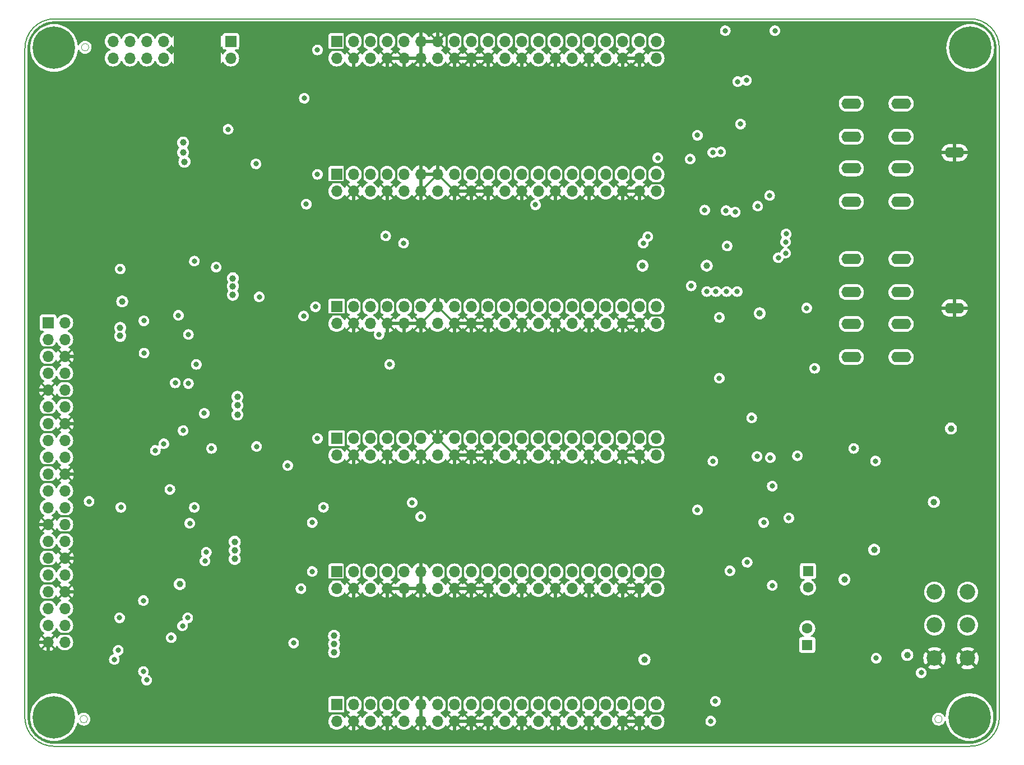
<source format=gbr>
G04 #@! TF.GenerationSoftware,KiCad,Pcbnew,(6.0.7-1)-1*
G04 #@! TF.CreationDate,2022-08-27T22:45:57-07:00*
G04 #@! TF.ProjectId,vca_backplane,7663615f-6261-4636-9b70-6c616e652e6b,rev?*
G04 #@! TF.SameCoordinates,Original*
G04 #@! TF.FileFunction,Copper,L2,Inr*
G04 #@! TF.FilePolarity,Positive*
%FSLAX46Y46*%
G04 Gerber Fmt 4.6, Leading zero omitted, Abs format (unit mm)*
G04 Created by KiCad (PCBNEW (6.0.7-1)-1) date 2022-08-27 22:45:57*
%MOMM*%
%LPD*%
G01*
G04 APERTURE LIST*
G04 #@! TA.AperFunction,Profile*
%ADD10C,0.150000*%
G04 #@! TD*
G04 #@! TA.AperFunction,Profile*
%ADD11C,0.050000*%
G04 #@! TD*
G04 #@! TA.AperFunction,ComponentPad*
%ADD12C,6.400000*%
G04 #@! TD*
G04 #@! TA.AperFunction,ComponentPad*
%ADD13R,1.700000X1.700000*%
G04 #@! TD*
G04 #@! TA.AperFunction,ComponentPad*
%ADD14O,1.700000X1.700000*%
G04 #@! TD*
G04 #@! TA.AperFunction,ComponentPad*
%ADD15O,3.000000X1.600000*%
G04 #@! TD*
G04 #@! TA.AperFunction,ComponentPad*
%ADD16C,2.340000*%
G04 #@! TD*
G04 #@! TA.AperFunction,ComponentPad*
%ADD17R,1.600000X1.600000*%
G04 #@! TD*
G04 #@! TA.AperFunction,ComponentPad*
%ADD18C,1.600000*%
G04 #@! TD*
G04 #@! TA.AperFunction,ViaPad*
%ADD19C,0.800000*%
G04 #@! TD*
G04 #@! TA.AperFunction,ViaPad*
%ADD20C,1.000000*%
G04 #@! TD*
G04 #@! TA.AperFunction,Conductor*
%ADD21C,0.300000*%
G04 #@! TD*
G04 APERTURE END LIST*
D10*
X172600001Y-143299999D02*
X34300000Y-143304543D01*
D11*
X39576000Y-37700000D02*
G75*
G03*
X39576000Y-37700000I-576000J0D01*
G01*
X39376000Y-139200000D02*
G75*
G03*
X39376000Y-139200000I-576000J0D01*
G01*
D10*
X34300000Y-33400000D02*
G75*
G03*
X29898889Y-37900000I100000J-4500000D01*
G01*
X34300000Y-33400000D02*
X172700000Y-33400000D01*
D11*
X168476000Y-139200000D02*
G75*
G03*
X168476000Y-139200000I-576000J0D01*
G01*
D10*
X29900000Y-139100000D02*
X29898889Y-37900000D01*
X177100000Y-37800000D02*
X177101135Y-138899999D01*
X172600001Y-143299999D02*
G75*
G03*
X177101135Y-138899999I99999J4399999D01*
G01*
X177100000Y-37800000D02*
G75*
G03*
X172700000Y-33400000I-4400000J0D01*
G01*
X29900000Y-139100000D02*
G75*
G03*
X34300000Y-143304543I4400000J200000D01*
G01*
D12*
X34300000Y-37800000D03*
D13*
X77000000Y-56900000D03*
D14*
X77000000Y-59440000D03*
X79540000Y-56900000D03*
X79540000Y-59440000D03*
X82080000Y-56900000D03*
X82080000Y-59440000D03*
X84620000Y-56900000D03*
X84620000Y-59440000D03*
X87160000Y-56900000D03*
X87160000Y-59440000D03*
X89700000Y-56900000D03*
X89700000Y-59440000D03*
X92240000Y-56900000D03*
X92240000Y-59440000D03*
X94780000Y-56900000D03*
X94780000Y-59440000D03*
X97320000Y-56900000D03*
X97320000Y-59440000D03*
X99860000Y-56900000D03*
X99860000Y-59440000D03*
X102400000Y-56900000D03*
X102400000Y-59440000D03*
X104940000Y-56900000D03*
X104940000Y-59440000D03*
X107480000Y-56900000D03*
X107480000Y-59440000D03*
X110020000Y-56900000D03*
X110020000Y-59440000D03*
X112560000Y-56900000D03*
X112560000Y-59440000D03*
X115100000Y-56900000D03*
X115100000Y-59440000D03*
X117640000Y-56900000D03*
X117640000Y-59440000D03*
X120180000Y-56900000D03*
X120180000Y-59440000D03*
X122720000Y-56900000D03*
X122720000Y-59440000D03*
X125260000Y-56900000D03*
X125260000Y-59440000D03*
D13*
X77000000Y-76900000D03*
D14*
X77000000Y-79440000D03*
X79540000Y-76900000D03*
X79540000Y-79440000D03*
X82080000Y-76900000D03*
X82080000Y-79440000D03*
X84620000Y-76900000D03*
X84620000Y-79440000D03*
X87160000Y-76900000D03*
X87160000Y-79440000D03*
X89700000Y-76900000D03*
X89700000Y-79440000D03*
X92240000Y-76900000D03*
X92240000Y-79440000D03*
X94780000Y-76900000D03*
X94780000Y-79440000D03*
X97320000Y-76900000D03*
X97320000Y-79440000D03*
X99860000Y-76900000D03*
X99860000Y-79440000D03*
X102400000Y-76900000D03*
X102400000Y-79440000D03*
X104940000Y-76900000D03*
X104940000Y-79440000D03*
X107480000Y-76900000D03*
X107480000Y-79440000D03*
X110020000Y-76900000D03*
X110020000Y-79440000D03*
X112560000Y-76900000D03*
X112560000Y-79440000D03*
X115100000Y-76900000D03*
X115100000Y-79440000D03*
X117640000Y-76900000D03*
X117640000Y-79440000D03*
X120180000Y-76900000D03*
X120180000Y-79440000D03*
X122720000Y-76900000D03*
X122720000Y-79440000D03*
X125260000Y-76900000D03*
X125260000Y-79440000D03*
D13*
X77000000Y-116940000D03*
D14*
X77000000Y-119480000D03*
X79540000Y-116940000D03*
X79540000Y-119480000D03*
X82080000Y-116940000D03*
X82080000Y-119480000D03*
X84620000Y-116940000D03*
X84620000Y-119480000D03*
X87160000Y-116940000D03*
X87160000Y-119480000D03*
X89700000Y-116940000D03*
X89700000Y-119480000D03*
X92240000Y-116940000D03*
X92240000Y-119480000D03*
X94780000Y-116940000D03*
X94780000Y-119480000D03*
X97320000Y-116940000D03*
X97320000Y-119480000D03*
X99860000Y-116940000D03*
X99860000Y-119480000D03*
X102400000Y-116940000D03*
X102400000Y-119480000D03*
X104940000Y-116940000D03*
X104940000Y-119480000D03*
X107480000Y-116940000D03*
X107480000Y-119480000D03*
X110020000Y-116940000D03*
X110020000Y-119480000D03*
X112560000Y-116940000D03*
X112560000Y-119480000D03*
X115100000Y-116940000D03*
X115100000Y-119480000D03*
X117640000Y-116940000D03*
X117640000Y-119480000D03*
X120180000Y-116940000D03*
X120180000Y-119480000D03*
X122720000Y-116940000D03*
X122720000Y-119480000D03*
X125260000Y-116940000D03*
X125260000Y-119480000D03*
D15*
X170350000Y-77100000D03*
X154750000Y-74700000D03*
X154750000Y-79500000D03*
X162250000Y-74700000D03*
X162250000Y-69700000D03*
X154750000Y-69700000D03*
X162250000Y-79500000D03*
X162250000Y-84500000D03*
X154750000Y-84500000D03*
X170350000Y-53600000D03*
X154750000Y-51200000D03*
X154750000Y-56000000D03*
X162250000Y-51200000D03*
X162250000Y-46200000D03*
X154750000Y-46200000D03*
X162250000Y-56000000D03*
X162250000Y-61000000D03*
X154750000Y-61000000D03*
D13*
X33400000Y-79300000D03*
D14*
X35940000Y-79300000D03*
X33400000Y-81840000D03*
X35940000Y-81840000D03*
X33400000Y-84380000D03*
X35940000Y-84380000D03*
X33400000Y-86920000D03*
X35940000Y-86920000D03*
X33400000Y-89460000D03*
X35940000Y-89460000D03*
X33400000Y-92000000D03*
X35940000Y-92000000D03*
X33400000Y-94540000D03*
X35940000Y-94540000D03*
X33400000Y-97080000D03*
X35940000Y-97080000D03*
X33400000Y-99620000D03*
X35940000Y-99620000D03*
X33400000Y-102160000D03*
X35940000Y-102160000D03*
X33400000Y-104700000D03*
X35940000Y-104700000D03*
X33400000Y-107240000D03*
X35940000Y-107240000D03*
X33400000Y-109780000D03*
X35940000Y-109780000D03*
X33400000Y-112320000D03*
X35940000Y-112320000D03*
X33400000Y-114860000D03*
X35940000Y-114860000D03*
X33400000Y-117400000D03*
X35940000Y-117400000D03*
X33400000Y-119940000D03*
X35940000Y-119940000D03*
X33400000Y-122480000D03*
X35940000Y-122480000D03*
X33400000Y-125020000D03*
X35940000Y-125020000D03*
X33400000Y-127560000D03*
X35940000Y-127560000D03*
D12*
X34300000Y-138900000D03*
X172600000Y-138900000D03*
X172700000Y-37800000D03*
D16*
X172300000Y-130000000D03*
X172300000Y-125000000D03*
X172300000Y-120000000D03*
X167300000Y-130000000D03*
X167300000Y-125000000D03*
X167300000Y-120000000D03*
D13*
X77000000Y-96800000D03*
D14*
X77000000Y-99340000D03*
X79540000Y-96800000D03*
X79540000Y-99340000D03*
X82080000Y-96800000D03*
X82080000Y-99340000D03*
X84620000Y-96800000D03*
X84620000Y-99340000D03*
X87160000Y-96800000D03*
X87160000Y-99340000D03*
X89700000Y-96800000D03*
X89700000Y-99340000D03*
X92240000Y-96800000D03*
X92240000Y-99340000D03*
X94780000Y-96800000D03*
X94780000Y-99340000D03*
X97320000Y-96800000D03*
X97320000Y-99340000D03*
X99860000Y-96800000D03*
X99860000Y-99340000D03*
X102400000Y-96800000D03*
X102400000Y-99340000D03*
X104940000Y-96800000D03*
X104940000Y-99340000D03*
X107480000Y-96800000D03*
X107480000Y-99340000D03*
X110020000Y-96800000D03*
X110020000Y-99340000D03*
X112560000Y-96800000D03*
X112560000Y-99340000D03*
X115100000Y-96800000D03*
X115100000Y-99340000D03*
X117640000Y-96800000D03*
X117640000Y-99340000D03*
X120180000Y-96800000D03*
X120180000Y-99340000D03*
X122720000Y-96800000D03*
X122720000Y-99340000D03*
X125260000Y-96800000D03*
X125260000Y-99340000D03*
D13*
X77000000Y-36800000D03*
D14*
X77000000Y-39340000D03*
X79540000Y-36800000D03*
X79540000Y-39340000D03*
X82080000Y-36800000D03*
X82080000Y-39340000D03*
X84620000Y-36800000D03*
X84620000Y-39340000D03*
X87160000Y-36800000D03*
X87160000Y-39340000D03*
X89700000Y-36800000D03*
X89700000Y-39340000D03*
X92240000Y-36800000D03*
X92240000Y-39340000D03*
X94780000Y-36800000D03*
X94780000Y-39340000D03*
X97320000Y-36800000D03*
X97320000Y-39340000D03*
X99860000Y-36800000D03*
X99860000Y-39340000D03*
X102400000Y-36800000D03*
X102400000Y-39340000D03*
X104940000Y-36800000D03*
X104940000Y-39340000D03*
X107480000Y-36800000D03*
X107480000Y-39340000D03*
X110020000Y-36800000D03*
X110020000Y-39340000D03*
X112560000Y-36800000D03*
X112560000Y-39340000D03*
X115100000Y-36800000D03*
X115100000Y-39340000D03*
X117640000Y-36800000D03*
X117640000Y-39340000D03*
X120180000Y-36800000D03*
X120180000Y-39340000D03*
X122720000Y-36800000D03*
X122720000Y-39340000D03*
X125260000Y-36800000D03*
X125260000Y-39340000D03*
D13*
X61000000Y-36800000D03*
D14*
X61000000Y-39340000D03*
X58460000Y-36800000D03*
X58460000Y-39340000D03*
X55920000Y-36800000D03*
X55920000Y-39340000D03*
X53380000Y-36800000D03*
X53380000Y-39340000D03*
X50840000Y-36800000D03*
X50840000Y-39340000D03*
X48300000Y-36800000D03*
X48300000Y-39340000D03*
X45760000Y-36800000D03*
X45760000Y-39340000D03*
X43220000Y-36800000D03*
X43220000Y-39340000D03*
D13*
X77000000Y-137000000D03*
D14*
X77000000Y-139540000D03*
X79540000Y-137000000D03*
X79540000Y-139540000D03*
X82080000Y-137000000D03*
X82080000Y-139540000D03*
X84620000Y-137000000D03*
X84620000Y-139540000D03*
X87160000Y-137000000D03*
X87160000Y-139540000D03*
X89700000Y-137000000D03*
X89700000Y-139540000D03*
X92240000Y-137000000D03*
X92240000Y-139540000D03*
X94780000Y-137000000D03*
X94780000Y-139540000D03*
X97320000Y-137000000D03*
X97320000Y-139540000D03*
X99860000Y-137000000D03*
X99860000Y-139540000D03*
X102400000Y-137000000D03*
X102400000Y-139540000D03*
X104940000Y-137000000D03*
X104940000Y-139540000D03*
X107480000Y-137000000D03*
X107480000Y-139540000D03*
X110020000Y-137000000D03*
X110020000Y-139540000D03*
X112560000Y-137000000D03*
X112560000Y-139540000D03*
X115100000Y-137000000D03*
X115100000Y-139540000D03*
X117640000Y-137000000D03*
X117640000Y-139540000D03*
X120180000Y-137000000D03*
X120180000Y-139540000D03*
X122720000Y-137000000D03*
X122720000Y-139540000D03*
X125260000Y-137000000D03*
X125260000Y-139540000D03*
D17*
X148100000Y-127982379D03*
D18*
X148100000Y-125482379D03*
D17*
X148200000Y-116817621D03*
D18*
X148200000Y-119317621D03*
D19*
X107600000Y-47500000D03*
X144300000Y-63000000D03*
D20*
X143400000Y-135300000D03*
D19*
X61700000Y-65200000D03*
D20*
X38800000Y-74600000D03*
D19*
X141200000Y-72000000D03*
X130750000Y-61000000D03*
D20*
X168900000Y-106300000D03*
X158300000Y-115300000D03*
D19*
X112700000Y-106700000D03*
X69600000Y-78100000D03*
X48600000Y-123200000D03*
X159200000Y-97700000D03*
X112700000Y-126000000D03*
X117600000Y-86500000D03*
X49500000Y-90400000D03*
X102500000Y-126000000D03*
X107500000Y-106700000D03*
D20*
X170000000Y-93600000D03*
D19*
X139200000Y-87600000D03*
X44200000Y-125200000D03*
X107500000Y-126000000D03*
X138300000Y-120600000D03*
X112800000Y-68600000D03*
X138000000Y-56100000D03*
X44400000Y-113400000D03*
X65100000Y-83700000D03*
X117600000Y-106700000D03*
X102600000Y-68600000D03*
X112600000Y-47500000D03*
X55500000Y-68400000D03*
X53500000Y-126900000D03*
X112700000Y-86500000D03*
X140500000Y-115500000D03*
X102500000Y-106700000D03*
D20*
X163000000Y-131300000D03*
D19*
X138600000Y-78600000D03*
D20*
X155300000Y-118100000D03*
D19*
X137700000Y-100200000D03*
X71200000Y-83700000D03*
X141500000Y-82500000D03*
D20*
X138600000Y-76400000D03*
D19*
X141750000Y-87700000D03*
X43100000Y-87600000D03*
X76800000Y-50000000D03*
X155100000Y-131300000D03*
X44500000Y-89800000D03*
X156900000Y-100300000D03*
D20*
X161400000Y-120200000D03*
X38000000Y-73400000D03*
D19*
X102500000Y-86500000D03*
X46500000Y-58700000D03*
X117700000Y-47500000D03*
X102500000Y-47500000D03*
X117700000Y-68600000D03*
X160600000Y-112400000D03*
X168000000Y-99000000D03*
D20*
X53300000Y-117200000D03*
X130900000Y-134000000D03*
D19*
X49400000Y-118300000D03*
X149400000Y-139400000D03*
X69600000Y-69400000D03*
X53400000Y-104500000D03*
D20*
X38000000Y-72300000D03*
D19*
X149400000Y-131200000D03*
X53600000Y-107300000D03*
X44500000Y-132700000D03*
X56100000Y-88500000D03*
X44500000Y-134600000D03*
X136100000Y-42900000D03*
X140400000Y-97900000D03*
X169200000Y-114300000D03*
X65300000Y-136900000D03*
X118800000Y-126000000D03*
X107600000Y-68600000D03*
X137700000Y-109400000D03*
D20*
X143400000Y-137800000D03*
D19*
X53900000Y-71500000D03*
D20*
X130300000Y-131900000D03*
D19*
X151100000Y-114900000D03*
X39500000Y-112100000D03*
X44300000Y-73800000D03*
X70400000Y-50200000D03*
X64700000Y-61200000D03*
X141400000Y-93700000D03*
X61700000Y-108400000D03*
X56800000Y-119200000D03*
X107500000Y-86500000D03*
X76700000Y-84600000D03*
X76700000Y-67600000D03*
X44800000Y-96500000D03*
X139000000Y-115500000D03*
D20*
X158200000Y-113600000D03*
X153700000Y-118100000D03*
D19*
X158400000Y-100200000D03*
X139700000Y-93700000D03*
X130399992Y-54600000D03*
D20*
X169800000Y-95300000D03*
X76600000Y-127850000D03*
X163200000Y-129500000D03*
D19*
X137600000Y-42900000D03*
D20*
X76600000Y-126600000D03*
X76600000Y-129100000D03*
X123200000Y-70700000D03*
X132900000Y-70700000D03*
X167200000Y-106400000D03*
X140900000Y-77900000D03*
D19*
X140500000Y-99500000D03*
D20*
X53800000Y-52100000D03*
D19*
X52600000Y-88400000D03*
D20*
X44300000Y-81300000D03*
X61300002Y-72600000D03*
X62000000Y-90500000D03*
D19*
X53100000Y-78200000D03*
X44399998Y-107200000D03*
D20*
X44600000Y-76100000D03*
X53300000Y-118800000D03*
X62000000Y-93200000D03*
X123500000Y-130200000D03*
D19*
X55500000Y-70000000D03*
X52000000Y-126900000D03*
D20*
X53800000Y-53600000D03*
X62000000Y-91800000D03*
D19*
X48300000Y-133300000D03*
D20*
X44300000Y-80100000D03*
X54000000Y-55000000D03*
X61300000Y-73800000D03*
X61600000Y-113700000D03*
D19*
X51800000Y-104500000D03*
D20*
X61600000Y-115000000D03*
X61600000Y-112400000D03*
D19*
X132600000Y-62300000D03*
X44300000Y-71200000D03*
X135975000Y-67725000D03*
X44200000Y-123900000D03*
D20*
X61300000Y-75100000D03*
D19*
X135700000Y-35200000D03*
X165300000Y-132200000D03*
X47875000Y-79025000D03*
X54600000Y-88500000D03*
X47900000Y-83900000D03*
X44000000Y-128800000D03*
X43400000Y-130200000D03*
X39600000Y-106300000D03*
X55800000Y-85600000D03*
X85000000Y-85600000D03*
X123300002Y-67300000D03*
X87100000Y-67300000D03*
X60600000Y-50100000D03*
X54600000Y-81100000D03*
X124000000Y-66300000D03*
X84400000Y-66200000D03*
X83400000Y-81100000D03*
X53800000Y-95600000D03*
X73300000Y-109500000D03*
X74100000Y-96800000D03*
X74100000Y-56900000D03*
X73800000Y-76900000D03*
X54800000Y-109600000D03*
X58800000Y-70900000D03*
X57000000Y-93000000D03*
X58100000Y-98300000D03*
X89700000Y-108600000D03*
X49600004Y-98600000D03*
X88400000Y-106500000D03*
X50900000Y-97600000D03*
X47800000Y-132000000D03*
X47800000Y-121300000D03*
X135820023Y-62379977D03*
X133800000Y-53600000D03*
X75000000Y-107200000D03*
X55500000Y-107200000D03*
X158500000Y-130000000D03*
X155100000Y-98300000D03*
X138900000Y-42700000D03*
X136400000Y-116799988D03*
X125500000Y-54400000D03*
X138000000Y-49300000D03*
X131500000Y-51000000D03*
X107029999Y-61500000D03*
X130550000Y-73750000D03*
X72100000Y-45400002D03*
X74100000Y-38100000D03*
X72400000Y-61400000D03*
X64800000Y-55300000D03*
X72000000Y-78300000D03*
X65300000Y-75400002D03*
X69600000Y-100900000D03*
X64900000Y-98000000D03*
X70500000Y-127700000D03*
X54500000Y-123900000D03*
X53700000Y-125100000D03*
X73300000Y-116900000D03*
X57300000Y-114000000D03*
X134200000Y-136500000D03*
X57100000Y-115300000D03*
X71600000Y-119480000D03*
X133500000Y-139500000D03*
X142500000Y-99700000D03*
X141500000Y-109500000D03*
X142400000Y-60100000D03*
X131500000Y-107600000D03*
X132900000Y-74600000D03*
X134300000Y-74600000D03*
X133830331Y-100230331D03*
X144900000Y-65900000D03*
X149200000Y-86200000D03*
X134800000Y-87700000D03*
X135900000Y-74600000D03*
X134800000Y-78500000D03*
X137500000Y-74600000D03*
X144799997Y-67099997D03*
X148000000Y-77100000D03*
X135000000Y-53500000D03*
X137200000Y-62600000D03*
X144800000Y-68800000D03*
X146600000Y-99400000D03*
X145300000Y-108800000D03*
X143700000Y-69500000D03*
X140600000Y-61700000D03*
X143200000Y-35200000D03*
X142800000Y-119000000D03*
X142800000Y-104000000D03*
D21*
X89700000Y-99340000D02*
X88500000Y-100540000D01*
X94780000Y-119480000D02*
X96100000Y-118160000D01*
X95980001Y-58239999D02*
X95980001Y-57980001D01*
X97320000Y-119480000D02*
X98659999Y-118140001D01*
X84620000Y-59440000D02*
X83300000Y-60760000D01*
X92240000Y-96800000D02*
X94000000Y-95040000D01*
X78339999Y-98139999D02*
X75239999Y-98139999D01*
X80740001Y-78239999D02*
X80740001Y-75140001D01*
X87160000Y-39340000D02*
X85959999Y-38139999D01*
X122720000Y-59440000D02*
X124300000Y-61020000D01*
X104940000Y-119480000D02*
X106400000Y-120940000D01*
X95980001Y-78100001D02*
X95980001Y-74819999D01*
X80879999Y-38000001D02*
X80879999Y-35120001D01*
X78339999Y-78239999D02*
X78339999Y-75160001D01*
X98659999Y-58239999D02*
X98520001Y-58239999D01*
X101200000Y-118140000D02*
X101200000Y-115100000D01*
X110020000Y-39340000D02*
X111500000Y-40820000D01*
X33400000Y-109780000D02*
X31780000Y-111400000D01*
X84620000Y-99340000D02*
X86100000Y-100820000D01*
X108700000Y-100660000D02*
X108700000Y-101100000D01*
X79540000Y-119480000D02*
X78020000Y-121000000D01*
X84620000Y-139540000D02*
X86300000Y-141220000D01*
X120180000Y-79440000D02*
X118900000Y-78160000D01*
X110020000Y-59440000D02*
X111220001Y-58239999D01*
X88499999Y-78239999D02*
X88499999Y-75600001D01*
X98520001Y-38139999D02*
X98520001Y-38000001D01*
X92240000Y-96800000D02*
X90900000Y-95460000D01*
X84620000Y-99340000D02*
X83280001Y-98000001D01*
X79540000Y-39340000D02*
X78300000Y-38100000D01*
X97320000Y-99340000D02*
X98400000Y-100420000D01*
X115100000Y-119480000D02*
X113700000Y-120880000D01*
X33400000Y-89460000D02*
X34600001Y-90660001D01*
X84620000Y-79440000D02*
X83419999Y-78239999D01*
X115100000Y-79440000D02*
X113900000Y-80640000D01*
X33400000Y-127560000D02*
X34600001Y-126359999D01*
X35940000Y-114860000D02*
X37400000Y-113400000D01*
X103600001Y-58100001D02*
X103600001Y-55200001D01*
X35940000Y-94540000D02*
X34600001Y-95879999D01*
X94780000Y-119480000D02*
X93260000Y-121000000D01*
X110020000Y-59440000D02*
X108680001Y-58100001D01*
X120180000Y-119480000D02*
X121300000Y-120600000D01*
X84620000Y-39340000D02*
X83280001Y-38000001D01*
X110020000Y-39340000D02*
X108680001Y-38000001D01*
X83280001Y-98000001D02*
X83280001Y-95019999D01*
X84620000Y-99340000D02*
X83200000Y-100760000D01*
X85820001Y-138339999D02*
X85820001Y-135120001D01*
X123920001Y-58239999D02*
X126760001Y-58239999D01*
X89700000Y-79440000D02*
X88200000Y-80940000D01*
X79540000Y-79440000D02*
X80900000Y-80800000D01*
X99860000Y-79440000D02*
X98600000Y-80700000D01*
X110020000Y-79440000D02*
X111400000Y-80820000D01*
X89700000Y-79440000D02*
X92240000Y-76900000D01*
X115100000Y-39340000D02*
X113899999Y-38139999D01*
X110020000Y-99340000D02*
X111220001Y-98139999D01*
X79540000Y-139540000D02*
X78400000Y-140680000D01*
X88499999Y-98139999D02*
X88499999Y-95100001D01*
X97320000Y-99340000D02*
X98520001Y-98139999D01*
X97320000Y-59440000D02*
X96100000Y-60660000D01*
X94780000Y-99340000D02*
X93400000Y-100720000D01*
X104940000Y-39340000D02*
X103500000Y-40780000D01*
X106140001Y-58239999D02*
X106140001Y-55640001D01*
X99860000Y-39340000D02*
X101060001Y-38139999D01*
X92240000Y-36800000D02*
X94020000Y-38580000D01*
X110020000Y-99340000D02*
X111680000Y-101000000D01*
X115100000Y-139540000D02*
X113899999Y-138339999D01*
X115100000Y-99340000D02*
X116300001Y-98139999D01*
X121400000Y-138320000D02*
X121500000Y-138320000D01*
X35940000Y-102160000D02*
X38100000Y-100000000D01*
X99860000Y-119480000D02*
X101200000Y-118140000D01*
X84620000Y-79440000D02*
X85820001Y-78239999D01*
X110020000Y-99340000D02*
X108680001Y-98000001D01*
X104940000Y-119480000D02*
X106140001Y-118279999D01*
X98400000Y-100420000D02*
X98400000Y-101200000D01*
X78200001Y-58100001D02*
X75600001Y-58100001D01*
X89700000Y-99340000D02*
X88499999Y-98139999D01*
X94780000Y-139540000D02*
X93400000Y-140920000D01*
X110020000Y-139540000D02*
X111500000Y-141020000D01*
X80740001Y-118279999D02*
X80740001Y-115259999D01*
X123920001Y-78239999D02*
X123920001Y-75320001D01*
X104940000Y-119480000D02*
X103300000Y-121120000D01*
X99860000Y-119480000D02*
X101100000Y-120720000D01*
X99860000Y-99340000D02*
X98600000Y-100600000D01*
X99860000Y-99340000D02*
X101199999Y-98000001D01*
X120180000Y-119480000D02*
X121519999Y-118140001D01*
X120180000Y-59440000D02*
X121500000Y-60760000D01*
X104940000Y-59440000D02*
X103600000Y-60780000D01*
X83280001Y-138200001D02*
X83280001Y-135580001D01*
X84620000Y-79440000D02*
X85800000Y-80620000D01*
X123920001Y-80640001D02*
X123920001Y-80679999D01*
X93440001Y-118140001D02*
X93440001Y-115340001D01*
X83280001Y-38000001D02*
X83280001Y-35319999D01*
X80879999Y-138200001D02*
X80879999Y-135379999D01*
X84620000Y-39340000D02*
X85820001Y-38139999D01*
X115100000Y-139540000D02*
X116660000Y-141100000D01*
X79540000Y-59440000D02*
X80879999Y-58100001D01*
X94780000Y-39340000D02*
X93600000Y-40520000D01*
X122720000Y-119480000D02*
X121400000Y-120800000D01*
X85820001Y-98139999D02*
X85820001Y-94720001D01*
X120180000Y-99340000D02*
X118800000Y-100720000D01*
X121380001Y-38139999D02*
X121380001Y-35180001D01*
X98520001Y-98139999D02*
X98520001Y-95120001D01*
X97320000Y-79440000D02*
X98800000Y-80920000D01*
X122720000Y-59440000D02*
X123920001Y-58239999D01*
X122720000Y-39340000D02*
X123920001Y-38139999D01*
X120180000Y-99340000D02*
X121519999Y-98000001D01*
X115100000Y-59440000D02*
X113760001Y-58100001D01*
X104940000Y-139540000D02*
X106300000Y-140900000D01*
X94780000Y-79440000D02*
X95980001Y-78239999D01*
X115100000Y-79440000D02*
X116600000Y-80940000D01*
X98659999Y-118140001D02*
X98659999Y-115259999D01*
X94780000Y-139540000D02*
X96040000Y-140800000D01*
X79540000Y-139540000D02*
X80879999Y-138200001D01*
X94780000Y-79440000D02*
X92240000Y-76900000D01*
X110020000Y-119480000D02*
X108819999Y-118279999D01*
X122720000Y-39340000D02*
X121600000Y-40460000D01*
X84620000Y-39340000D02*
X86480000Y-41200000D01*
X108819999Y-118279999D02*
X108819999Y-114780001D01*
X95980001Y-38139999D02*
X95980001Y-38000001D01*
X79540000Y-79440000D02*
X78000000Y-80980000D01*
X85959999Y-118140001D02*
X85959999Y-115440001D01*
X78339999Y-98139999D02*
X78339999Y-95039999D01*
X34600001Y-83040001D02*
X31940001Y-83040001D01*
X118840001Y-118140001D02*
X118840001Y-115059999D01*
X116300001Y-38139999D02*
X116300001Y-35100001D01*
X104940000Y-99340000D02*
X103600000Y-100680000D01*
X97320000Y-39340000D02*
X98520001Y-38139999D01*
X111220001Y-138339999D02*
X111220001Y-135320001D01*
X95980001Y-138200001D02*
X95980001Y-138119999D01*
X33400000Y-109780000D02*
X34600001Y-110980001D01*
X122720000Y-79440000D02*
X123920001Y-78239999D01*
X104940000Y-99340000D02*
X103700000Y-98100000D01*
X115100000Y-99340000D02*
X116560000Y-100800000D01*
X104940000Y-59440000D02*
X106140001Y-58239999D01*
X97320000Y-59440000D02*
X98520001Y-58239999D01*
X33400000Y-89460000D02*
X34739999Y-88120001D01*
X95980001Y-38000001D02*
X95980001Y-34919999D01*
X94780000Y-59440000D02*
X95980001Y-58239999D01*
X94780000Y-119480000D02*
X96200000Y-120900000D01*
X111359999Y-78100001D02*
X111359999Y-75559999D01*
X103600001Y-138200001D02*
X103600001Y-135600001D01*
X110020000Y-119480000D02*
X111359999Y-118140001D01*
X97320000Y-119480000D02*
X96000000Y-120800000D01*
X94780000Y-59440000D02*
X92240000Y-56900000D01*
X115100000Y-59440000D02*
X116400000Y-60740000D01*
X121519999Y-118279999D02*
X121519999Y-118140001D01*
X123920001Y-78239999D02*
X126539999Y-78239999D01*
X99860000Y-119480000D02*
X98659999Y-118279999D01*
X95980001Y-138339999D02*
X95980001Y-138119999D01*
X79540000Y-79440000D02*
X80740001Y-78239999D01*
X123920001Y-138339999D02*
X126860001Y-138339999D01*
X122720000Y-139540000D02*
X124080000Y-140900000D01*
X89700000Y-99340000D02*
X91100000Y-100740000D01*
X94780000Y-119480000D02*
X93440001Y-118140001D01*
X101060001Y-38139999D02*
X101060001Y-35139999D01*
X110020000Y-79440000D02*
X108800000Y-80660000D01*
X34739999Y-116060001D02*
X31439999Y-116060001D01*
X84620000Y-39340000D02*
X83300000Y-40660000D01*
X110020000Y-119480000D02*
X108600000Y-120900000D01*
X34600001Y-93200001D02*
X31900001Y-93200001D01*
X116439999Y-138200001D02*
X116439999Y-135339999D01*
X35940000Y-119940000D02*
X37500000Y-121500000D01*
X110020000Y-39340000D02*
X108700000Y-40660000D01*
X101199999Y-98000001D02*
X101199999Y-95199999D01*
X97320000Y-39340000D02*
X95980001Y-38000001D01*
X35940000Y-119940000D02*
X34739999Y-118739999D01*
X79540000Y-139540000D02*
X81100000Y-141100000D01*
X97320000Y-139540000D02*
X98659999Y-138200001D01*
X98520001Y-78239999D02*
X98659999Y-78239999D01*
X118840001Y-58100001D02*
X118840001Y-55159999D01*
X111359999Y-118140001D02*
X111359999Y-115059999D01*
X104940000Y-79440000D02*
X106200000Y-80700000D01*
X121380001Y-58239999D02*
X121380001Y-55119999D01*
X104940000Y-79440000D02*
X103100000Y-81280000D01*
X89700000Y-79440000D02*
X91100000Y-80840000D01*
X106140001Y-138339999D02*
X106140001Y-135359999D01*
X115100000Y-79440000D02*
X113760001Y-78100001D01*
X79540000Y-59440000D02*
X78200001Y-58100001D01*
X103739999Y-78239999D02*
X103739999Y-75339999D01*
X35940000Y-84380000D02*
X34600001Y-83040001D01*
X85959999Y-58100001D02*
X85959999Y-55040001D01*
X97320000Y-119480000D02*
X96100000Y-118260000D01*
X115100000Y-99340000D02*
X113900000Y-98140000D01*
X118900000Y-78160000D02*
X118900000Y-75200000D01*
X78200001Y-118140001D02*
X78200001Y-114900001D01*
X95980001Y-98139999D02*
X95980001Y-95219999D01*
X98659999Y-98139999D02*
X98520001Y-98139999D01*
X93579999Y-38139999D02*
X93579999Y-35120001D01*
X104940000Y-139540000D02*
X103600001Y-138200001D01*
X110020000Y-139540000D02*
X108500000Y-141060000D01*
X120180000Y-39340000D02*
X121700000Y-40860000D01*
X94780000Y-39340000D02*
X95980001Y-38139999D01*
X123920001Y-98139999D02*
X126739999Y-98139999D01*
X34600001Y-126359999D02*
X38040001Y-126359999D01*
X104940000Y-59440000D02*
X106000000Y-60500000D01*
X120180000Y-119480000D02*
X118840001Y-118140001D01*
X97320000Y-79440000D02*
X96000000Y-80760000D01*
X84620000Y-59440000D02*
X83419999Y-58239999D01*
X80740001Y-98139999D02*
X80740001Y-95040001D01*
X34739999Y-113659999D02*
X31640001Y-113659999D01*
X34600001Y-90660001D02*
X37260001Y-90660001D01*
X97320000Y-79440000D02*
X98520001Y-78239999D01*
X94780000Y-99340000D02*
X92240000Y-96800000D01*
X94780000Y-59440000D02*
X96400000Y-61060000D01*
X122720000Y-139540000D02*
X121500000Y-140760000D01*
X33400000Y-127560000D02*
X34800000Y-128960000D01*
X35940000Y-94540000D02*
X34600001Y-93200001D01*
X35940000Y-114860000D02*
X34739999Y-113659999D01*
X104940000Y-59440000D02*
X103600001Y-58100001D01*
X35940000Y-94540000D02*
X37500000Y-96100000D01*
X79540000Y-79440000D02*
X78200001Y-78100001D01*
X33400000Y-109780000D02*
X34600001Y-108579999D01*
X104940000Y-79440000D02*
X106140001Y-78239999D01*
X121400000Y-78220000D02*
X121400000Y-75000000D01*
X89700000Y-59440000D02*
X91500000Y-61240000D01*
X34600001Y-108579999D02*
X37979999Y-108579999D01*
X79540000Y-59440000D02*
X78100000Y-60880000D01*
X79540000Y-99340000D02*
X81000000Y-100800000D01*
X103739999Y-38139999D02*
X103739999Y-35239999D01*
X94780000Y-99340000D02*
X95980001Y-98139999D01*
X78300000Y-138300000D02*
X75000000Y-138300000D01*
X99860000Y-79440000D02*
X101200000Y-80780000D01*
X35940000Y-114860000D02*
X37600000Y-116520000D01*
X115100000Y-59440000D02*
X113700000Y-60840000D01*
X97320000Y-59440000D02*
X98600000Y-60720000D01*
X89700000Y-119480000D02*
X91100000Y-120880000D01*
X99860000Y-99340000D02*
X101500000Y-100980000D01*
X33400000Y-109780000D02*
X32020000Y-108400000D01*
X120180000Y-59440000D02*
X118800000Y-60820000D01*
X115100000Y-39340000D02*
X116300001Y-38139999D01*
X79540000Y-39340000D02*
X78200001Y-38000001D01*
X78200001Y-58100001D02*
X78200001Y-55200001D01*
X97320000Y-139540000D02*
X98400000Y-140620000D01*
X120180000Y-59440000D02*
X118840001Y-58100001D01*
X116300001Y-58239999D02*
X116300001Y-55300001D01*
X84620000Y-119480000D02*
X83280001Y-118140001D01*
X115100000Y-39340000D02*
X116700000Y-40940000D01*
X121519999Y-118140001D02*
X121519999Y-114719999D01*
X121519999Y-98139999D02*
X121519999Y-98000001D01*
X120180000Y-39340000D02*
X118979999Y-38139999D01*
X89700000Y-79440000D02*
X88499999Y-78239999D01*
X97320000Y-59440000D02*
X95980001Y-58100001D01*
X123920001Y-138339999D02*
X123920001Y-135420001D01*
X104940000Y-39340000D02*
X103739999Y-38139999D01*
X104940000Y-39340000D02*
X106140001Y-38139999D01*
X104940000Y-119480000D02*
X103600001Y-118140001D01*
X78300000Y-138300000D02*
X78300000Y-135300000D01*
X85820001Y-38139999D02*
X85959999Y-38139999D01*
X94780000Y-39340000D02*
X94020000Y-38580000D01*
X79540000Y-59440000D02*
X80700000Y-60600000D01*
X99860000Y-79440000D02*
X98659999Y-78239999D01*
X122720000Y-119480000D02*
X124059999Y-118140001D01*
X89700000Y-139540000D02*
X91300000Y-141140000D01*
X34739999Y-121140001D02*
X31759999Y-121140001D01*
X116439999Y-78100001D02*
X116439999Y-75339999D01*
X110020000Y-139540000D02*
X111220001Y-138339999D01*
X120180000Y-79440000D02*
X121400000Y-78220000D01*
X78300000Y-38100000D02*
X75500000Y-38100000D01*
X84620000Y-139540000D02*
X83300000Y-140860000D01*
X89700000Y-139540000D02*
X88300000Y-140940000D01*
X120180000Y-79440000D02*
X118800000Y-80820000D01*
X89700000Y-59440000D02*
X88300000Y-60840000D01*
X79540000Y-139540000D02*
X78300000Y-138300000D01*
X113899999Y-38139999D02*
X113899999Y-35099999D01*
X89700000Y-39340000D02*
X88200000Y-40840000D01*
X124059999Y-118140001D02*
X126840001Y-118140001D01*
X120180000Y-139540000D02*
X121400000Y-140760000D01*
X122720000Y-39340000D02*
X124400000Y-41020000D01*
X121519999Y-98000001D02*
X121519999Y-95219999D01*
X118979999Y-98139999D02*
X118979999Y-95079999D01*
X122720000Y-99340000D02*
X123920001Y-98139999D01*
X115100000Y-79440000D02*
X116439999Y-78100001D01*
X97320000Y-119480000D02*
X98600000Y-120760000D01*
X104940000Y-99340000D02*
X106140001Y-98139999D01*
X111220001Y-98139999D02*
X111220001Y-94920001D01*
X104940000Y-99340000D02*
X106500000Y-100900000D01*
X84620000Y-139540000D02*
X85820001Y-138339999D01*
X123920001Y-38139999D02*
X123920001Y-35020001D01*
X106140001Y-78239999D02*
X106140001Y-75459999D01*
X34600001Y-95879999D02*
X31620001Y-95879999D01*
X115100000Y-119480000D02*
X116300001Y-118279999D01*
X94780000Y-99340000D02*
X96000000Y-100560000D01*
X78200001Y-78100001D02*
X75000001Y-78100001D01*
X34600001Y-110980001D02*
X37880001Y-110980001D01*
X108680001Y-138200001D02*
X108680001Y-135219999D01*
X98659999Y-138200001D02*
X98659999Y-135459999D01*
X101100000Y-58200000D02*
X101100000Y-55100000D01*
X101100000Y-78200000D02*
X101100000Y-75400000D01*
X116300001Y-98139999D02*
X116300001Y-95100001D01*
X89700000Y-39340000D02*
X91000000Y-40640000D01*
X101060001Y-138339999D02*
X101060001Y-135239999D01*
X115100000Y-139540000D02*
X113700000Y-140940000D01*
X34739999Y-103360001D02*
X31639999Y-103360001D01*
X97320000Y-39340000D02*
X96000000Y-40660000D01*
X108680001Y-58100001D02*
X108680001Y-55319999D01*
X97320000Y-99340000D02*
X96200000Y-100460000D01*
X97320000Y-139540000D02*
X95980001Y-138200001D01*
X110020000Y-79440000D02*
X108819999Y-78239999D01*
X104940000Y-79440000D02*
X103739999Y-78239999D01*
X35940000Y-102160000D02*
X34739999Y-103360001D01*
X98659999Y-118279999D02*
X98659999Y-118140001D01*
X85959999Y-38139999D02*
X85959999Y-35340001D01*
X115100000Y-139540000D02*
X116439999Y-138200001D01*
X99860000Y-99340000D02*
X98659999Y-98139999D01*
X78200001Y-118140001D02*
X75259999Y-118140001D01*
X89700000Y-99340000D02*
X92240000Y-96800000D01*
X122720000Y-99340000D02*
X121519999Y-98139999D01*
X123920001Y-98139999D02*
X123920001Y-95220001D01*
X99860000Y-59440000D02*
X98659999Y-58239999D01*
X103600001Y-118140001D02*
X103600001Y-114999999D01*
X94780000Y-59440000D02*
X93300000Y-60920000D01*
X115100000Y-119480000D02*
X116820000Y-121200000D01*
X120180000Y-39340000D02*
X119000000Y-40520000D01*
X33400000Y-127560000D02*
X31700000Y-129260000D01*
X108680001Y-98000001D02*
X108680001Y-94919999D01*
X110020000Y-39340000D02*
X111359999Y-38000001D01*
X121500000Y-138320000D02*
X121500000Y-135000000D01*
X122720000Y-119480000D02*
X121519999Y-118279999D01*
X35940000Y-102160000D02*
X37580000Y-103800000D01*
X79540000Y-119480000D02*
X78200001Y-118140001D01*
X120180000Y-39340000D02*
X121380001Y-38139999D01*
X122720000Y-99340000D02*
X124200000Y-100820000D01*
X95980001Y-138119999D02*
X95980001Y-135180001D01*
X95980001Y-57980001D02*
X95980001Y-55580001D01*
X83419999Y-78239999D02*
X83419999Y-75419999D01*
X80879999Y-58100001D02*
X80879999Y-55179999D01*
X84620000Y-119480000D02*
X85959999Y-118140001D01*
X93579999Y-138339999D02*
X93579999Y-135120001D01*
X122720000Y-79440000D02*
X121500000Y-80660000D01*
X122720000Y-59440000D02*
X121400000Y-60760000D01*
X124059999Y-118140001D02*
X124059999Y-115359999D01*
X99860000Y-79440000D02*
X101100000Y-78200000D01*
X79540000Y-119480000D02*
X80740001Y-118279999D01*
X97320000Y-79440000D02*
X95980001Y-78100001D01*
X94780000Y-39340000D02*
X96100000Y-40660000D01*
X35940000Y-84380000D02*
X37760000Y-86200000D01*
X121500000Y-78220000D02*
X121400000Y-78220000D01*
X122720000Y-79440000D02*
X123920001Y-80640001D01*
X92240000Y-36800000D02*
X93800000Y-35240000D01*
X96100000Y-118000000D02*
X96100000Y-115300000D01*
X104940000Y-139540000D02*
X106140001Y-138339999D01*
X99860000Y-119480000D02*
X98700000Y-120640000D01*
X95980001Y-78239999D02*
X95980001Y-78100001D01*
X98520001Y-38000001D02*
X98520001Y-34979999D01*
X78200001Y-38000001D02*
X78200001Y-35200001D01*
X34739999Y-118739999D02*
X31660001Y-118739999D01*
X122720000Y-139540000D02*
X123920001Y-138339999D01*
X89700000Y-59440000D02*
X92240000Y-56900000D01*
X79540000Y-99340000D02*
X78339999Y-98139999D01*
X113899999Y-138339999D02*
X113899999Y-135499999D01*
X79540000Y-79440000D02*
X78339999Y-78239999D01*
X97320000Y-39340000D02*
X98600000Y-40620000D01*
X120180000Y-79440000D02*
X121300000Y-80560000D01*
X96119999Y-98139999D02*
X95980001Y-98139999D01*
X110020000Y-59440000D02*
X111400000Y-60820000D01*
X79540000Y-39340000D02*
X80879999Y-38000001D01*
X108819999Y-78239999D02*
X108819999Y-75219999D01*
X99860000Y-139540000D02*
X101300000Y-140980000D01*
X94780000Y-139540000D02*
X93579999Y-138339999D01*
X35940000Y-84380000D02*
X34600001Y-85719999D01*
X94780000Y-79440000D02*
X93300000Y-80920000D01*
X96100000Y-118160000D02*
X96100000Y-118000000D01*
X34739999Y-88120001D02*
X37379999Y-88120001D01*
X35940000Y-102160000D02*
X34600001Y-100820001D01*
X99860000Y-139540000D02*
X98200000Y-141200000D01*
X115100000Y-119480000D02*
X113760001Y-118140001D01*
X115100000Y-99340000D02*
X113600000Y-100840000D01*
X120180000Y-99340000D02*
X118979999Y-98139999D01*
X116300001Y-118279999D02*
X116300001Y-115000001D01*
X122720000Y-139540000D02*
X121500000Y-138320000D01*
X99860000Y-39340000D02*
X101200000Y-40680000D01*
X99860000Y-139540000D02*
X101060001Y-138339999D01*
X83419999Y-58239999D02*
X83419999Y-55119999D01*
X123920001Y-38139999D02*
X126639999Y-38139999D01*
X83280001Y-118140001D02*
X83280001Y-115219999D01*
X110020000Y-139540000D02*
X108680001Y-138200001D01*
X96040000Y-140800000D02*
X96060000Y-140800000D01*
X79540000Y-99340000D02*
X80740001Y-98139999D01*
X104940000Y-139540000D02*
X103600000Y-140880000D01*
X35940000Y-94540000D02*
X37280000Y-93200000D01*
X99860000Y-59440000D02*
X98100000Y-61200000D01*
X96100000Y-118260000D02*
X96100000Y-118000000D01*
X35940000Y-119940000D02*
X34739999Y-121140001D01*
X115100000Y-39340000D02*
X113600000Y-40840000D01*
X99860000Y-39340000D02*
X98700000Y-40500000D01*
X84620000Y-119480000D02*
X86000000Y-120860000D01*
X103700000Y-98100000D02*
X103700000Y-95200000D01*
X33400000Y-127560000D02*
X31540000Y-125700000D01*
X34600001Y-100820001D02*
X31220001Y-100820001D01*
X111220001Y-58239999D02*
X111220001Y-55320001D01*
X113760001Y-118140001D02*
X113760001Y-115039999D01*
X120180000Y-139540000D02*
X121400000Y-138320000D01*
X84620000Y-119480000D02*
X83200000Y-120900000D01*
X98520001Y-58239999D02*
X98520001Y-54820001D01*
X118979999Y-38139999D02*
X118979999Y-35120001D01*
X97320000Y-139540000D02*
X96060000Y-140800000D01*
X94020000Y-38580000D02*
X93579999Y-38139999D01*
X110020000Y-79440000D02*
X111359999Y-78100001D01*
X110020000Y-99340000D02*
X108700000Y-100660000D01*
X106140001Y-98139999D02*
X106140001Y-95259999D01*
X113760001Y-78100001D02*
X113760001Y-75439999D01*
X120180000Y-59440000D02*
X121380001Y-58239999D01*
X35940000Y-84380000D02*
X37220000Y-83100000D01*
X95980001Y-58100001D02*
X95980001Y-57980001D01*
X84620000Y-99340000D02*
X85820001Y-98139999D01*
X94780000Y-79440000D02*
X96100000Y-80760000D01*
X118979999Y-138339999D02*
X118979999Y-134920001D01*
X35940000Y-114860000D02*
X34739999Y-116060001D01*
X108680001Y-38000001D02*
X108680001Y-35219999D01*
X110020000Y-59440000D02*
X108800000Y-60660000D01*
X34600001Y-85719999D02*
X32180001Y-85719999D01*
X99860000Y-59440000D02*
X101220000Y-60800000D01*
X104940000Y-39340000D02*
X106500000Y-40900000D01*
X99860000Y-39340000D02*
X98520001Y-38000001D01*
X97320000Y-99340000D02*
X96119999Y-98139999D01*
X106140001Y-38139999D02*
X106140001Y-35259999D01*
X115100000Y-59440000D02*
X116300001Y-58239999D01*
X79540000Y-99340000D02*
X78000000Y-100880000D01*
X89700000Y-119480000D02*
X88400000Y-120780000D01*
X120180000Y-139540000D02*
X118979999Y-138339999D01*
X120180000Y-99340000D02*
X121500000Y-100660000D01*
X123920001Y-58239999D02*
X123920001Y-55420001D01*
X84620000Y-59440000D02*
X85959999Y-58100001D01*
X84620000Y-139540000D02*
X83280001Y-138200001D01*
X92240000Y-36800000D02*
X90600000Y-35160000D01*
X113900000Y-98140000D02*
X113900000Y-95400000D01*
X120180000Y-119480000D02*
X118200000Y-121460000D01*
X33400000Y-89460000D02*
X31640000Y-87700000D01*
X33400000Y-89460000D02*
X31960000Y-90900000D01*
X111359999Y-38000001D02*
X111359999Y-35459999D01*
X99860000Y-59440000D02*
X101100000Y-58200000D01*
X94780000Y-139540000D02*
X95980001Y-138339999D01*
X85820001Y-78239999D02*
X85820001Y-74720001D01*
X79540000Y-119480000D02*
X81000000Y-120940000D01*
X120180000Y-139540000D02*
X118820000Y-140900000D01*
X98659999Y-78239999D02*
X98659999Y-75059999D01*
X106140001Y-118279999D02*
X106140001Y-115240001D01*
X35940000Y-119940000D02*
X37880000Y-118000000D01*
X110020000Y-119480000D02*
X111700000Y-121160000D01*
X122720000Y-79440000D02*
X121500000Y-78220000D01*
X84620000Y-59440000D02*
X86200000Y-61020000D01*
X113760001Y-58100001D02*
X113760001Y-55439999D01*
G04 #@! TA.AperFunction,Conductor*
G36*
X172678274Y-33802051D02*
G01*
X172689210Y-33803783D01*
X172700000Y-33805492D01*
X172711701Y-33803639D01*
X172737228Y-33802221D01*
X173063209Y-33817292D01*
X173074798Y-33818366D01*
X173429142Y-33867795D01*
X173440582Y-33869934D01*
X173788854Y-33951846D01*
X173800030Y-33955026D01*
X173969651Y-34011878D01*
X174139262Y-34068726D01*
X174150114Y-34072930D01*
X174477401Y-34217441D01*
X174487819Y-34222629D01*
X174800374Y-34396722D01*
X174810269Y-34402848D01*
X175105431Y-34605038D01*
X175114719Y-34612052D01*
X175389971Y-34840618D01*
X175398571Y-34848459D01*
X175651541Y-35101429D01*
X175659382Y-35110029D01*
X175887948Y-35385281D01*
X175894962Y-35394569D01*
X176097152Y-35689731D01*
X176103278Y-35699626D01*
X176277371Y-36012181D01*
X176282559Y-36022599D01*
X176427070Y-36349886D01*
X176431274Y-36360738D01*
X176436383Y-36375980D01*
X176541314Y-36689049D01*
X176544971Y-36699961D01*
X176548154Y-36711146D01*
X176589403Y-36886528D01*
X176630066Y-37059418D01*
X176632205Y-37070858D01*
X176681634Y-37425202D01*
X176682708Y-37436791D01*
X176697586Y-37758584D01*
X176697779Y-37762768D01*
X176696361Y-37788299D01*
X176694508Y-37800000D01*
X176696059Y-37809792D01*
X176696059Y-37809794D01*
X176697950Y-37821733D01*
X176699501Y-37841443D01*
X176700055Y-87194627D01*
X176700634Y-138820643D01*
X176700634Y-138858569D01*
X176699083Y-138878277D01*
X176695643Y-138899999D01*
X176697194Y-138909793D01*
X176697194Y-138909794D01*
X176697477Y-138911581D01*
X176698890Y-138937192D01*
X176683349Y-139268551D01*
X176682244Y-139280306D01*
X176631364Y-139639780D01*
X176629163Y-139651379D01*
X176619140Y-139693364D01*
X176546756Y-139996576D01*
X176544866Y-140004492D01*
X176541592Y-140015828D01*
X176507333Y-140116479D01*
X176424604Y-140359528D01*
X176420280Y-140370514D01*
X176271645Y-140701734D01*
X176266312Y-140712268D01*
X176087318Y-141028139D01*
X176081022Y-141038126D01*
X175873261Y-141335840D01*
X175866069Y-141345182D01*
X175631330Y-141622170D01*
X175623301Y-141630790D01*
X175363663Y-141884595D01*
X175354854Y-141892432D01*
X175072632Y-142120794D01*
X175063116Y-142127783D01*
X174760749Y-142328733D01*
X174750621Y-142334800D01*
X174430769Y-142506568D01*
X174420118Y-142511660D01*
X174085597Y-142652736D01*
X174074527Y-142656804D01*
X173728263Y-142765951D01*
X173716857Y-142768967D01*
X173432492Y-142830058D01*
X173361912Y-142845221D01*
X173350266Y-142847158D01*
X172989718Y-142889858D01*
X172977947Y-142890695D01*
X172646321Y-142898703D01*
X172620746Y-142896708D01*
X172609214Y-142894612D01*
X172581445Y-142898366D01*
X172564581Y-142899500D01*
X108894154Y-142901592D01*
X34341428Y-142904042D01*
X34321715Y-142902490D01*
X34309796Y-142900602D01*
X34309793Y-142900602D01*
X34300000Y-142899051D01*
X34290206Y-142900602D01*
X34288558Y-142900863D01*
X34262850Y-142902270D01*
X33924853Y-142886147D01*
X33912900Y-142885004D01*
X33547106Y-142832334D01*
X33535316Y-142830058D01*
X33439538Y-142806788D01*
X33176202Y-142742809D01*
X33164699Y-142739427D01*
X32815499Y-142618382D01*
X32804368Y-142613919D01*
X32468283Y-142460185D01*
X32457617Y-142454677D01*
X32137705Y-142269656D01*
X32127609Y-142263156D01*
X31826762Y-142048523D01*
X31817330Y-142041091D01*
X31795808Y-142022403D01*
X31538282Y-141798795D01*
X31529601Y-141790500D01*
X31274877Y-141522735D01*
X31267025Y-141513650D01*
X31038955Y-141222863D01*
X31032003Y-141213072D01*
X30832646Y-140901889D01*
X30826658Y-140891481D01*
X30764645Y-140770729D01*
X30657828Y-140562734D01*
X30652865Y-140551822D01*
X30548210Y-140289112D01*
X30516090Y-140208482D01*
X30512183Y-140197128D01*
X30408718Y-139842350D01*
X30405909Y-139830675D01*
X30336683Y-139467643D01*
X30334999Y-139455755D01*
X30318278Y-139276659D01*
X30303544Y-139118846D01*
X30303783Y-139093102D01*
X30305074Y-139081588D01*
X30303079Y-139071870D01*
X30303074Y-139071845D01*
X30300499Y-139046505D01*
X30300497Y-138900000D01*
X30694559Y-138900000D01*
X30714310Y-139276871D01*
X30714823Y-139280111D01*
X30714824Y-139280119D01*
X30736566Y-139417389D01*
X30773347Y-139649613D01*
X30871022Y-140014143D01*
X30872207Y-140017231D01*
X30872208Y-140017233D01*
X30903436Y-140098585D01*
X31006266Y-140366465D01*
X31007764Y-140369405D01*
X31152221Y-140652916D01*
X31177597Y-140702720D01*
X31179393Y-140705486D01*
X31179395Y-140705489D01*
X31289082Y-140874393D01*
X31383137Y-141019225D01*
X31620635Y-141312511D01*
X31887489Y-141579365D01*
X32180775Y-141816863D01*
X32497279Y-142022403D01*
X32500213Y-142023898D01*
X32500220Y-142023902D01*
X32690382Y-142120794D01*
X32833535Y-142193734D01*
X33185857Y-142328978D01*
X33550387Y-142426653D01*
X33746326Y-142457687D01*
X33919881Y-142485176D01*
X33919889Y-142485177D01*
X33923129Y-142485690D01*
X34300000Y-142505441D01*
X34676871Y-142485690D01*
X34680111Y-142485177D01*
X34680119Y-142485176D01*
X34853674Y-142457687D01*
X35049613Y-142426653D01*
X35414143Y-142328978D01*
X35766465Y-142193734D01*
X35909618Y-142120794D01*
X36099780Y-142023902D01*
X36099787Y-142023898D01*
X36102721Y-142022403D01*
X36419225Y-141816863D01*
X36712511Y-141579365D01*
X36979365Y-141312511D01*
X37216863Y-141019225D01*
X37310918Y-140874393D01*
X37420605Y-140705489D01*
X37420607Y-140705486D01*
X37422403Y-140702720D01*
X37447780Y-140652916D01*
X37592236Y-140369405D01*
X37593734Y-140366465D01*
X37696564Y-140098585D01*
X37727792Y-140017233D01*
X37727793Y-140017231D01*
X37728978Y-140014143D01*
X37782942Y-139812745D01*
X37819894Y-139752122D01*
X37883754Y-139721101D01*
X37954249Y-139729529D01*
X38003394Y-139767091D01*
X38028269Y-139798475D01*
X38094166Y-139881616D01*
X38098859Y-139885610D01*
X38098860Y-139885611D01*
X38229244Y-139996576D01*
X38240002Y-140005732D01*
X38245380Y-140008738D01*
X38245382Y-140008739D01*
X38285670Y-140031255D01*
X38407168Y-140099158D01*
X38589296Y-140158335D01*
X38779451Y-140181010D01*
X38785586Y-140180538D01*
X38785588Y-140180538D01*
X38964246Y-140166791D01*
X38964250Y-140166790D01*
X38970388Y-140166318D01*
X39005799Y-140156431D01*
X39148891Y-140116479D01*
X39148895Y-140116478D01*
X39154835Y-140114819D01*
X39235582Y-140074031D01*
X39320266Y-140031255D01*
X39320268Y-140031254D01*
X39325767Y-140028476D01*
X39476672Y-139910576D01*
X39575855Y-139795671D01*
X39597774Y-139770278D01*
X39597775Y-139770276D01*
X39601803Y-139765610D01*
X39612626Y-139746559D01*
X39638884Y-139700336D01*
X39696394Y-139599100D01*
X39716054Y-139540000D01*
X75744723Y-139540000D01*
X75763793Y-139757977D01*
X75783418Y-139831217D01*
X75808719Y-139925641D01*
X75820425Y-139969330D01*
X75822747Y-139974310D01*
X75822748Y-139974312D01*
X75910057Y-140161545D01*
X75912898Y-140167638D01*
X76038402Y-140346877D01*
X76193123Y-140501598D01*
X76197631Y-140504755D01*
X76197634Y-140504757D01*
X76310508Y-140583792D01*
X76372361Y-140627102D01*
X76377343Y-140629425D01*
X76377348Y-140629428D01*
X76555000Y-140712268D01*
X76570670Y-140719575D01*
X76575978Y-140720997D01*
X76575980Y-140720998D01*
X76641745Y-140738620D01*
X76782023Y-140776207D01*
X77000000Y-140795277D01*
X77217977Y-140776207D01*
X77358255Y-140738620D01*
X77424020Y-140720998D01*
X77424022Y-140720997D01*
X77429330Y-140719575D01*
X77445000Y-140712268D01*
X77622652Y-140629428D01*
X77622657Y-140629425D01*
X77627639Y-140627102D01*
X77689492Y-140583792D01*
X77802366Y-140504757D01*
X77802369Y-140504755D01*
X77806877Y-140501598D01*
X77961598Y-140346877D01*
X78087102Y-140167638D01*
X78089944Y-140161545D01*
X78094455Y-140151870D01*
X78141371Y-140098585D01*
X78209648Y-140079123D01*
X78277608Y-140099664D01*
X78321115Y-140148306D01*
X78326415Y-140158798D01*
X78437694Y-140340388D01*
X78443777Y-140348699D01*
X78583213Y-140509667D01*
X78590580Y-140516883D01*
X78754434Y-140652916D01*
X78762881Y-140658831D01*
X78946756Y-140766279D01*
X78956042Y-140770729D01*
X79155001Y-140846703D01*
X79164899Y-140849579D01*
X79268250Y-140870606D01*
X79282299Y-140869410D01*
X79286000Y-140859065D01*
X79286000Y-139412000D01*
X79306002Y-139343879D01*
X79359658Y-139297386D01*
X79412000Y-139286000D01*
X79668000Y-139286000D01*
X79736121Y-139306002D01*
X79782614Y-139359658D01*
X79794000Y-139412000D01*
X79794000Y-140858517D01*
X79798064Y-140872359D01*
X79811478Y-140874393D01*
X79818184Y-140873534D01*
X79828262Y-140871392D01*
X80032255Y-140810191D01*
X80041842Y-140806433D01*
X80233095Y-140712739D01*
X80241945Y-140707464D01*
X80415328Y-140583792D01*
X80423200Y-140577139D01*
X80574052Y-140426812D01*
X80580730Y-140418965D01*
X80705003Y-140246020D01*
X80710310Y-140237188D01*
X80756140Y-140144460D01*
X80804254Y-140092254D01*
X80872956Y-140074347D01*
X80940432Y-140096426D01*
X80983292Y-140147038D01*
X80990057Y-140161545D01*
X80992898Y-140167638D01*
X81118402Y-140346877D01*
X81273123Y-140501598D01*
X81277631Y-140504755D01*
X81277634Y-140504757D01*
X81390508Y-140583792D01*
X81452361Y-140627102D01*
X81457343Y-140629425D01*
X81457348Y-140629428D01*
X81635000Y-140712268D01*
X81650670Y-140719575D01*
X81655978Y-140720997D01*
X81655980Y-140720998D01*
X81721745Y-140738620D01*
X81862023Y-140776207D01*
X82080000Y-140795277D01*
X82297977Y-140776207D01*
X82438255Y-140738620D01*
X82504020Y-140720998D01*
X82504022Y-140720997D01*
X82509330Y-140719575D01*
X82525000Y-140712268D01*
X82702652Y-140629428D01*
X82702657Y-140629425D01*
X82707639Y-140627102D01*
X82769492Y-140583792D01*
X82882366Y-140504757D01*
X82882369Y-140504755D01*
X82886877Y-140501598D01*
X83041598Y-140346877D01*
X83167102Y-140167638D01*
X83169944Y-140161545D01*
X83174455Y-140151870D01*
X83221371Y-140098585D01*
X83289648Y-140079123D01*
X83357608Y-140099664D01*
X83401115Y-140148306D01*
X83406415Y-140158798D01*
X83517694Y-140340388D01*
X83523777Y-140348699D01*
X83663213Y-140509667D01*
X83670580Y-140516883D01*
X83834434Y-140652916D01*
X83842881Y-140658831D01*
X84026756Y-140766279D01*
X84036042Y-140770729D01*
X84235001Y-140846703D01*
X84244899Y-140849579D01*
X84348250Y-140870606D01*
X84362299Y-140869410D01*
X84366000Y-140859065D01*
X84366000Y-139412000D01*
X84386002Y-139343879D01*
X84439658Y-139297386D01*
X84492000Y-139286000D01*
X84748000Y-139286000D01*
X84816121Y-139306002D01*
X84862614Y-139359658D01*
X84874000Y-139412000D01*
X84874000Y-140858517D01*
X84878064Y-140872359D01*
X84891478Y-140874393D01*
X84898184Y-140873534D01*
X84908262Y-140871392D01*
X85112255Y-140810191D01*
X85121842Y-140806433D01*
X85313095Y-140712739D01*
X85321945Y-140707464D01*
X85495328Y-140583792D01*
X85503200Y-140577139D01*
X85654052Y-140426812D01*
X85660730Y-140418965D01*
X85785003Y-140246020D01*
X85790310Y-140237188D01*
X85836140Y-140144460D01*
X85884254Y-140092254D01*
X85952956Y-140074347D01*
X86020432Y-140096426D01*
X86063292Y-140147038D01*
X86070057Y-140161545D01*
X86072898Y-140167638D01*
X86198402Y-140346877D01*
X86353123Y-140501598D01*
X86357631Y-140504755D01*
X86357634Y-140504757D01*
X86470508Y-140583792D01*
X86532361Y-140627102D01*
X86537343Y-140629425D01*
X86537348Y-140629428D01*
X86715000Y-140712268D01*
X86730670Y-140719575D01*
X86735978Y-140720997D01*
X86735980Y-140720998D01*
X86801745Y-140738620D01*
X86942023Y-140776207D01*
X87160000Y-140795277D01*
X87377977Y-140776207D01*
X87518255Y-140738620D01*
X87584020Y-140720998D01*
X87584022Y-140720997D01*
X87589330Y-140719575D01*
X87605000Y-140712268D01*
X87782652Y-140629428D01*
X87782657Y-140629425D01*
X87787639Y-140627102D01*
X87849492Y-140583792D01*
X87962366Y-140504757D01*
X87962369Y-140504755D01*
X87966877Y-140501598D01*
X88121598Y-140346877D01*
X88247102Y-140167638D01*
X88249944Y-140161545D01*
X88254455Y-140151870D01*
X88301371Y-140098585D01*
X88369648Y-140079123D01*
X88437608Y-140099664D01*
X88481115Y-140148306D01*
X88486415Y-140158798D01*
X88597694Y-140340388D01*
X88603777Y-140348699D01*
X88743213Y-140509667D01*
X88750580Y-140516883D01*
X88914434Y-140652916D01*
X88922881Y-140658831D01*
X89106756Y-140766279D01*
X89116042Y-140770729D01*
X89315001Y-140846703D01*
X89324899Y-140849579D01*
X89428250Y-140870606D01*
X89442299Y-140869410D01*
X89446000Y-140859065D01*
X89446000Y-140858517D01*
X89954000Y-140858517D01*
X89958064Y-140872359D01*
X89971478Y-140874393D01*
X89978184Y-140873534D01*
X89988262Y-140871392D01*
X90192255Y-140810191D01*
X90201842Y-140806433D01*
X90393095Y-140712739D01*
X90401945Y-140707464D01*
X90575328Y-140583792D01*
X90583200Y-140577139D01*
X90734052Y-140426812D01*
X90740730Y-140418965D01*
X90865003Y-140246020D01*
X90870310Y-140237188D01*
X90916140Y-140144460D01*
X90964254Y-140092254D01*
X91032956Y-140074347D01*
X91100432Y-140096426D01*
X91143292Y-140147038D01*
X91150057Y-140161545D01*
X91152898Y-140167638D01*
X91278402Y-140346877D01*
X91433123Y-140501598D01*
X91437631Y-140504755D01*
X91437634Y-140504757D01*
X91550508Y-140583792D01*
X91612361Y-140627102D01*
X91617343Y-140629425D01*
X91617348Y-140629428D01*
X91795000Y-140712268D01*
X91810670Y-140719575D01*
X91815978Y-140720997D01*
X91815980Y-140720998D01*
X91881745Y-140738620D01*
X92022023Y-140776207D01*
X92240000Y-140795277D01*
X92457977Y-140776207D01*
X92598255Y-140738620D01*
X92664020Y-140720998D01*
X92664022Y-140720997D01*
X92669330Y-140719575D01*
X92685000Y-140712268D01*
X92862652Y-140629428D01*
X92862657Y-140629425D01*
X92867639Y-140627102D01*
X92929492Y-140583792D01*
X93042366Y-140504757D01*
X93042369Y-140504755D01*
X93046877Y-140501598D01*
X93201598Y-140346877D01*
X93327102Y-140167638D01*
X93329944Y-140161545D01*
X93334455Y-140151870D01*
X93381371Y-140098585D01*
X93449648Y-140079123D01*
X93517608Y-140099664D01*
X93561115Y-140148306D01*
X93566415Y-140158798D01*
X93677694Y-140340388D01*
X93683777Y-140348699D01*
X93823213Y-140509667D01*
X93830580Y-140516883D01*
X93994434Y-140652916D01*
X94002881Y-140658831D01*
X94186756Y-140766279D01*
X94196042Y-140770729D01*
X94395001Y-140846703D01*
X94404899Y-140849579D01*
X94508250Y-140870606D01*
X94522299Y-140869410D01*
X94526000Y-140859065D01*
X94526000Y-140858517D01*
X95034000Y-140858517D01*
X95038064Y-140872359D01*
X95051478Y-140874393D01*
X95058184Y-140873534D01*
X95068262Y-140871392D01*
X95272255Y-140810191D01*
X95281842Y-140806433D01*
X95473095Y-140712739D01*
X95481945Y-140707464D01*
X95655328Y-140583792D01*
X95663200Y-140577139D01*
X95814052Y-140426812D01*
X95820730Y-140418965D01*
X95948022Y-140241819D01*
X95949147Y-140242627D01*
X95996669Y-140198876D01*
X96066607Y-140186661D01*
X96132046Y-140214197D01*
X96159870Y-140246028D01*
X96217690Y-140340383D01*
X96223777Y-140348699D01*
X96363213Y-140509667D01*
X96370580Y-140516883D01*
X96534434Y-140652916D01*
X96542881Y-140658831D01*
X96726756Y-140766279D01*
X96736042Y-140770729D01*
X96935001Y-140846703D01*
X96944899Y-140849579D01*
X97048250Y-140870606D01*
X97062299Y-140869410D01*
X97066000Y-140859065D01*
X97066000Y-140858517D01*
X97574000Y-140858517D01*
X97578064Y-140872359D01*
X97591478Y-140874393D01*
X97598184Y-140873534D01*
X97608262Y-140871392D01*
X97812255Y-140810191D01*
X97821842Y-140806433D01*
X98013095Y-140712739D01*
X98021945Y-140707464D01*
X98195328Y-140583792D01*
X98203200Y-140577139D01*
X98354052Y-140426812D01*
X98360730Y-140418965D01*
X98488022Y-140241819D01*
X98489147Y-140242627D01*
X98536669Y-140198876D01*
X98606607Y-140186661D01*
X98672046Y-140214197D01*
X98699870Y-140246028D01*
X98757690Y-140340383D01*
X98763777Y-140348699D01*
X98903213Y-140509667D01*
X98910580Y-140516883D01*
X99074434Y-140652916D01*
X99082881Y-140658831D01*
X99266756Y-140766279D01*
X99276042Y-140770729D01*
X99475001Y-140846703D01*
X99484899Y-140849579D01*
X99588250Y-140870606D01*
X99602299Y-140869410D01*
X99606000Y-140859065D01*
X99606000Y-139812115D01*
X99601525Y-139796876D01*
X99600135Y-139795671D01*
X99592452Y-139794000D01*
X97592115Y-139794000D01*
X97576876Y-139798475D01*
X97575671Y-139799865D01*
X97574000Y-139807548D01*
X97574000Y-140858517D01*
X97066000Y-140858517D01*
X97066000Y-139812115D01*
X97061525Y-139796876D01*
X97060135Y-139795671D01*
X97052452Y-139794000D01*
X95052115Y-139794000D01*
X95036876Y-139798475D01*
X95035671Y-139799865D01*
X95034000Y-139807548D01*
X95034000Y-140858517D01*
X94526000Y-140858517D01*
X94526000Y-139412000D01*
X94546002Y-139343879D01*
X94599658Y-139297386D01*
X94652000Y-139286000D01*
X99988000Y-139286000D01*
X100056121Y-139306002D01*
X100102614Y-139359658D01*
X100114000Y-139412000D01*
X100114000Y-140858517D01*
X100118064Y-140872359D01*
X100131478Y-140874393D01*
X100138184Y-140873534D01*
X100148262Y-140871392D01*
X100352255Y-140810191D01*
X100361842Y-140806433D01*
X100553095Y-140712739D01*
X100561945Y-140707464D01*
X100735328Y-140583792D01*
X100743200Y-140577139D01*
X100894052Y-140426812D01*
X100900730Y-140418965D01*
X101025003Y-140246020D01*
X101030310Y-140237188D01*
X101076140Y-140144460D01*
X101124254Y-140092254D01*
X101192956Y-140074347D01*
X101260432Y-140096426D01*
X101303292Y-140147038D01*
X101310057Y-140161545D01*
X101312898Y-140167638D01*
X101438402Y-140346877D01*
X101593123Y-140501598D01*
X101597631Y-140504755D01*
X101597634Y-140504757D01*
X101710508Y-140583792D01*
X101772361Y-140627102D01*
X101777343Y-140629425D01*
X101777348Y-140629428D01*
X101955000Y-140712268D01*
X101970670Y-140719575D01*
X101975978Y-140720997D01*
X101975980Y-140720998D01*
X102041745Y-140738620D01*
X102182023Y-140776207D01*
X102400000Y-140795277D01*
X102617977Y-140776207D01*
X102758255Y-140738620D01*
X102824020Y-140720998D01*
X102824022Y-140720997D01*
X102829330Y-140719575D01*
X102845000Y-140712268D01*
X103022652Y-140629428D01*
X103022657Y-140629425D01*
X103027639Y-140627102D01*
X103089492Y-140583792D01*
X103202366Y-140504757D01*
X103202369Y-140504755D01*
X103206877Y-140501598D01*
X103361598Y-140346877D01*
X103487102Y-140167638D01*
X103489944Y-140161545D01*
X103494455Y-140151870D01*
X103541371Y-140098585D01*
X103609648Y-140079123D01*
X103677608Y-140099664D01*
X103721115Y-140148306D01*
X103726415Y-140158798D01*
X103837694Y-140340388D01*
X103843777Y-140348699D01*
X103983213Y-140509667D01*
X103990580Y-140516883D01*
X104154434Y-140652916D01*
X104162881Y-140658831D01*
X104346756Y-140766279D01*
X104356042Y-140770729D01*
X104555001Y-140846703D01*
X104564899Y-140849579D01*
X104668250Y-140870606D01*
X104682299Y-140869410D01*
X104686000Y-140859065D01*
X104686000Y-139412000D01*
X104706002Y-139343879D01*
X104759658Y-139297386D01*
X104812000Y-139286000D01*
X105068000Y-139286000D01*
X105136121Y-139306002D01*
X105182614Y-139359658D01*
X105194000Y-139412000D01*
X105194000Y-140858517D01*
X105198064Y-140872359D01*
X105211478Y-140874393D01*
X105218184Y-140873534D01*
X105228262Y-140871392D01*
X105432255Y-140810191D01*
X105441842Y-140806433D01*
X105633095Y-140712739D01*
X105641945Y-140707464D01*
X105815328Y-140583792D01*
X105823200Y-140577139D01*
X105974052Y-140426812D01*
X105980730Y-140418965D01*
X106105003Y-140246020D01*
X106110310Y-140237188D01*
X106156140Y-140144460D01*
X106204254Y-140092254D01*
X106272956Y-140074347D01*
X106340432Y-140096426D01*
X106383292Y-140147038D01*
X106390057Y-140161545D01*
X106392898Y-140167638D01*
X106518402Y-140346877D01*
X106673123Y-140501598D01*
X106677631Y-140504755D01*
X106677634Y-140504757D01*
X106790508Y-140583792D01*
X106852361Y-140627102D01*
X106857343Y-140629425D01*
X106857348Y-140629428D01*
X107035000Y-140712268D01*
X107050670Y-140719575D01*
X107055978Y-140720997D01*
X107055980Y-140720998D01*
X107121745Y-140738620D01*
X107262023Y-140776207D01*
X107480000Y-140795277D01*
X107697977Y-140776207D01*
X107838255Y-140738620D01*
X107904020Y-140720998D01*
X107904022Y-140720997D01*
X107909330Y-140719575D01*
X107925000Y-140712268D01*
X108102652Y-140629428D01*
X108102657Y-140629425D01*
X108107639Y-140627102D01*
X108169492Y-140583792D01*
X108282366Y-140504757D01*
X108282369Y-140504755D01*
X108286877Y-140501598D01*
X108441598Y-140346877D01*
X108567102Y-140167638D01*
X108569944Y-140161545D01*
X108574455Y-140151870D01*
X108621371Y-140098585D01*
X108689648Y-140079123D01*
X108757608Y-140099664D01*
X108801115Y-140148306D01*
X108806415Y-140158798D01*
X108917694Y-140340388D01*
X108923777Y-140348699D01*
X109063213Y-140509667D01*
X109070580Y-140516883D01*
X109234434Y-140652916D01*
X109242881Y-140658831D01*
X109426756Y-140766279D01*
X109436042Y-140770729D01*
X109635001Y-140846703D01*
X109644899Y-140849579D01*
X109748250Y-140870606D01*
X109762299Y-140869410D01*
X109766000Y-140859065D01*
X109766000Y-139412000D01*
X109786002Y-139343879D01*
X109839658Y-139297386D01*
X109892000Y-139286000D01*
X110148000Y-139286000D01*
X110216121Y-139306002D01*
X110262614Y-139359658D01*
X110274000Y-139412000D01*
X110274000Y-140858517D01*
X110278064Y-140872359D01*
X110291478Y-140874393D01*
X110298184Y-140873534D01*
X110308262Y-140871392D01*
X110512255Y-140810191D01*
X110521842Y-140806433D01*
X110713095Y-140712739D01*
X110721945Y-140707464D01*
X110895328Y-140583792D01*
X110903200Y-140577139D01*
X111054052Y-140426812D01*
X111060730Y-140418965D01*
X111185003Y-140246020D01*
X111190310Y-140237188D01*
X111236140Y-140144460D01*
X111284254Y-140092254D01*
X111352956Y-140074347D01*
X111420432Y-140096426D01*
X111463292Y-140147038D01*
X111470057Y-140161545D01*
X111472898Y-140167638D01*
X111598402Y-140346877D01*
X111753123Y-140501598D01*
X111757631Y-140504755D01*
X111757634Y-140504757D01*
X111870508Y-140583792D01*
X111932361Y-140627102D01*
X111937343Y-140629425D01*
X111937348Y-140629428D01*
X112115000Y-140712268D01*
X112130670Y-140719575D01*
X112135978Y-140720997D01*
X112135980Y-140720998D01*
X112201745Y-140738620D01*
X112342023Y-140776207D01*
X112560000Y-140795277D01*
X112777977Y-140776207D01*
X112918255Y-140738620D01*
X112984020Y-140720998D01*
X112984022Y-140720997D01*
X112989330Y-140719575D01*
X113005000Y-140712268D01*
X113182652Y-140629428D01*
X113182657Y-140629425D01*
X113187639Y-140627102D01*
X113249492Y-140583792D01*
X113362366Y-140504757D01*
X113362369Y-140504755D01*
X113366877Y-140501598D01*
X113521598Y-140346877D01*
X113647102Y-140167638D01*
X113649944Y-140161545D01*
X113654455Y-140151870D01*
X113701371Y-140098585D01*
X113769648Y-140079123D01*
X113837608Y-140099664D01*
X113881115Y-140148306D01*
X113886415Y-140158798D01*
X113997694Y-140340388D01*
X114003777Y-140348699D01*
X114143213Y-140509667D01*
X114150580Y-140516883D01*
X114314434Y-140652916D01*
X114322881Y-140658831D01*
X114506756Y-140766279D01*
X114516042Y-140770729D01*
X114715001Y-140846703D01*
X114724899Y-140849579D01*
X114828250Y-140870606D01*
X114842299Y-140869410D01*
X114846000Y-140859065D01*
X114846000Y-139412000D01*
X114866002Y-139343879D01*
X114919658Y-139297386D01*
X114972000Y-139286000D01*
X115228000Y-139286000D01*
X115296121Y-139306002D01*
X115342614Y-139359658D01*
X115354000Y-139412000D01*
X115354000Y-140858517D01*
X115358064Y-140872359D01*
X115371478Y-140874393D01*
X115378184Y-140873534D01*
X115388262Y-140871392D01*
X115592255Y-140810191D01*
X115601842Y-140806433D01*
X115793095Y-140712739D01*
X115801945Y-140707464D01*
X115975328Y-140583792D01*
X115983200Y-140577139D01*
X116134052Y-140426812D01*
X116140730Y-140418965D01*
X116265003Y-140246020D01*
X116270310Y-140237188D01*
X116316140Y-140144460D01*
X116364254Y-140092254D01*
X116432956Y-140074347D01*
X116500432Y-140096426D01*
X116543292Y-140147038D01*
X116550057Y-140161545D01*
X116552898Y-140167638D01*
X116678402Y-140346877D01*
X116833123Y-140501598D01*
X116837631Y-140504755D01*
X116837634Y-140504757D01*
X116950508Y-140583792D01*
X117012361Y-140627102D01*
X117017343Y-140629425D01*
X117017348Y-140629428D01*
X117195000Y-140712268D01*
X117210670Y-140719575D01*
X117215978Y-140720997D01*
X117215980Y-140720998D01*
X117281745Y-140738620D01*
X117422023Y-140776207D01*
X117640000Y-140795277D01*
X117857977Y-140776207D01*
X117998255Y-140738620D01*
X118064020Y-140720998D01*
X118064022Y-140720997D01*
X118069330Y-140719575D01*
X118085000Y-140712268D01*
X118262652Y-140629428D01*
X118262657Y-140629425D01*
X118267639Y-140627102D01*
X118329492Y-140583792D01*
X118442366Y-140504757D01*
X118442369Y-140504755D01*
X118446877Y-140501598D01*
X118601598Y-140346877D01*
X118727102Y-140167638D01*
X118729944Y-140161545D01*
X118734455Y-140151870D01*
X118781371Y-140098585D01*
X118849648Y-140079123D01*
X118917608Y-140099664D01*
X118961115Y-140148306D01*
X118966415Y-140158798D01*
X119077694Y-140340388D01*
X119083777Y-140348699D01*
X119223213Y-140509667D01*
X119230580Y-140516883D01*
X119394434Y-140652916D01*
X119402881Y-140658831D01*
X119586756Y-140766279D01*
X119596042Y-140770729D01*
X119795001Y-140846703D01*
X119804899Y-140849579D01*
X119908250Y-140870606D01*
X119922299Y-140869410D01*
X119926000Y-140859065D01*
X119926000Y-140858517D01*
X120434000Y-140858517D01*
X120438064Y-140872359D01*
X120451478Y-140874393D01*
X120458184Y-140873534D01*
X120468262Y-140871392D01*
X120672255Y-140810191D01*
X120681842Y-140806433D01*
X120873095Y-140712739D01*
X120881945Y-140707464D01*
X121055328Y-140583792D01*
X121063200Y-140577139D01*
X121214052Y-140426812D01*
X121220730Y-140418965D01*
X121348022Y-140241819D01*
X121349147Y-140242627D01*
X121396669Y-140198876D01*
X121466607Y-140186661D01*
X121532046Y-140214197D01*
X121559870Y-140246028D01*
X121617690Y-140340383D01*
X121623777Y-140348699D01*
X121763213Y-140509667D01*
X121770580Y-140516883D01*
X121934434Y-140652916D01*
X121942881Y-140658831D01*
X122126756Y-140766279D01*
X122136042Y-140770729D01*
X122335001Y-140846703D01*
X122344899Y-140849579D01*
X122448250Y-140870606D01*
X122462299Y-140869410D01*
X122466000Y-140859065D01*
X122466000Y-139812115D01*
X122461525Y-139796876D01*
X122460135Y-139795671D01*
X122452452Y-139794000D01*
X120452115Y-139794000D01*
X120436876Y-139798475D01*
X120435671Y-139799865D01*
X120434000Y-139807548D01*
X120434000Y-140858517D01*
X119926000Y-140858517D01*
X119926000Y-139412000D01*
X119946002Y-139343879D01*
X119999658Y-139297386D01*
X120052000Y-139286000D01*
X122848000Y-139286000D01*
X122916121Y-139306002D01*
X122962614Y-139359658D01*
X122974000Y-139412000D01*
X122974000Y-140858517D01*
X122978064Y-140872359D01*
X122991478Y-140874393D01*
X122998184Y-140873534D01*
X123008262Y-140871392D01*
X123212255Y-140810191D01*
X123221842Y-140806433D01*
X123413095Y-140712739D01*
X123421945Y-140707464D01*
X123595328Y-140583792D01*
X123603200Y-140577139D01*
X123754052Y-140426812D01*
X123760730Y-140418965D01*
X123885003Y-140246020D01*
X123890310Y-140237188D01*
X123936140Y-140144460D01*
X123984254Y-140092254D01*
X124052956Y-140074347D01*
X124120432Y-140096426D01*
X124163292Y-140147038D01*
X124170057Y-140161545D01*
X124172898Y-140167638D01*
X124298402Y-140346877D01*
X124453123Y-140501598D01*
X124457631Y-140504755D01*
X124457634Y-140504757D01*
X124570508Y-140583792D01*
X124632361Y-140627102D01*
X124637343Y-140629425D01*
X124637348Y-140629428D01*
X124815000Y-140712268D01*
X124830670Y-140719575D01*
X124835978Y-140720997D01*
X124835980Y-140720998D01*
X124901745Y-140738620D01*
X125042023Y-140776207D01*
X125260000Y-140795277D01*
X125477977Y-140776207D01*
X125618255Y-140738620D01*
X125684020Y-140720998D01*
X125684022Y-140720997D01*
X125689330Y-140719575D01*
X125705000Y-140712268D01*
X125882652Y-140629428D01*
X125882657Y-140629425D01*
X125887639Y-140627102D01*
X125949492Y-140583792D01*
X126062366Y-140504757D01*
X126062369Y-140504755D01*
X126066877Y-140501598D01*
X126221598Y-140346877D01*
X126347102Y-140167638D01*
X126349944Y-140161545D01*
X126437252Y-139974312D01*
X126437253Y-139974310D01*
X126439575Y-139969330D01*
X126451282Y-139925641D01*
X126476582Y-139831217D01*
X126496207Y-139757977D01*
X126515277Y-139540000D01*
X126510794Y-139488753D01*
X132694514Y-139488753D01*
X132695201Y-139495760D01*
X132695201Y-139495763D01*
X132696005Y-139503963D01*
X132712039Y-139667486D01*
X132714262Y-139674168D01*
X132714262Y-139674169D01*
X132760360Y-139812745D01*
X132768726Y-139837896D01*
X132861759Y-139991512D01*
X132866648Y-139996575D01*
X132866649Y-139996576D01*
X132941752Y-140074347D01*
X132986514Y-140120699D01*
X133136789Y-140219036D01*
X133305116Y-140281636D01*
X133312097Y-140282567D01*
X133312099Y-140282568D01*
X133476149Y-140304457D01*
X133476153Y-140304457D01*
X133483130Y-140305388D01*
X133490142Y-140304750D01*
X133490146Y-140304750D01*
X133654960Y-140289751D01*
X133654961Y-140289751D01*
X133661981Y-140289112D01*
X133832782Y-140233615D01*
X133865356Y-140214197D01*
X133980992Y-140145265D01*
X133980994Y-140145264D01*
X133987044Y-140141657D01*
X134117099Y-140017807D01*
X134125946Y-140004492D01*
X134207584Y-139881616D01*
X134216483Y-139868222D01*
X134239531Y-139807548D01*
X134277757Y-139706919D01*
X134277758Y-139706914D01*
X134280257Y-139700336D01*
X134285859Y-139660476D01*
X134304700Y-139526416D01*
X134304700Y-139526411D01*
X134305251Y-139522493D01*
X134305565Y-139500000D01*
X134285546Y-139321528D01*
X134279427Y-139303955D01*
X134259436Y-139246549D01*
X134238455Y-139186300D01*
X166918871Y-139186300D01*
X166919728Y-139196494D01*
X166919996Y-139199689D01*
X166919996Y-139199694D01*
X166931571Y-139337538D01*
X166934895Y-139377130D01*
X166944894Y-139412000D01*
X166977082Y-139524252D01*
X166987680Y-139561213D01*
X167028058Y-139639780D01*
X167062563Y-139706919D01*
X167075215Y-139731538D01*
X167079038Y-139736362D01*
X167079041Y-139736366D01*
X167159514Y-139837896D01*
X167194166Y-139881616D01*
X167198859Y-139885610D01*
X167198860Y-139885611D01*
X167329244Y-139996576D01*
X167340002Y-140005732D01*
X167345380Y-140008738D01*
X167345382Y-140008739D01*
X167385670Y-140031255D01*
X167507168Y-140099158D01*
X167689296Y-140158335D01*
X167879451Y-140181010D01*
X167885586Y-140180538D01*
X167885588Y-140180538D01*
X168064246Y-140166791D01*
X168064250Y-140166790D01*
X168070388Y-140166318D01*
X168105799Y-140156431D01*
X168248891Y-140116479D01*
X168248895Y-140116478D01*
X168254835Y-140114819D01*
X168335582Y-140074031D01*
X168420266Y-140031255D01*
X168420268Y-140031254D01*
X168425767Y-140028476D01*
X168576672Y-139910576D01*
X168675855Y-139795671D01*
X168697774Y-139770278D01*
X168697775Y-139770276D01*
X168701803Y-139765610D01*
X168712626Y-139746559D01*
X168738884Y-139700336D01*
X168796394Y-139599100D01*
X168807175Y-139566692D01*
X168815446Y-139541828D01*
X168855928Y-139483504D01*
X168921516Y-139456324D01*
X168991386Y-139468919D01*
X169043356Y-139517289D01*
X169059453Y-139561888D01*
X169073347Y-139649613D01*
X169171022Y-140014143D01*
X169172207Y-140017231D01*
X169172208Y-140017233D01*
X169203436Y-140098585D01*
X169306266Y-140366465D01*
X169307764Y-140369405D01*
X169452221Y-140652916D01*
X169477597Y-140702720D01*
X169479393Y-140705486D01*
X169479395Y-140705489D01*
X169589082Y-140874393D01*
X169683137Y-141019225D01*
X169920635Y-141312511D01*
X170187489Y-141579365D01*
X170480775Y-141816863D01*
X170797279Y-142022403D01*
X170800213Y-142023898D01*
X170800220Y-142023902D01*
X170990382Y-142120794D01*
X171133535Y-142193734D01*
X171485857Y-142328978D01*
X171850387Y-142426653D01*
X172046326Y-142457687D01*
X172219881Y-142485176D01*
X172219889Y-142485177D01*
X172223129Y-142485690D01*
X172600000Y-142505441D01*
X172976871Y-142485690D01*
X172980111Y-142485177D01*
X172980119Y-142485176D01*
X173153674Y-142457687D01*
X173349613Y-142426653D01*
X173714143Y-142328978D01*
X174066465Y-142193734D01*
X174209618Y-142120794D01*
X174399780Y-142023902D01*
X174399787Y-142023898D01*
X174402721Y-142022403D01*
X174719225Y-141816863D01*
X175012511Y-141579365D01*
X175279365Y-141312511D01*
X175516863Y-141019225D01*
X175610918Y-140874393D01*
X175720605Y-140705489D01*
X175720607Y-140705486D01*
X175722403Y-140702720D01*
X175747780Y-140652916D01*
X175892236Y-140369405D01*
X175893734Y-140366465D01*
X175996564Y-140098585D01*
X176027792Y-140017233D01*
X176027793Y-140017231D01*
X176028978Y-140014143D01*
X176126653Y-139649613D01*
X176163434Y-139417389D01*
X176185176Y-139280119D01*
X176185177Y-139280111D01*
X176185690Y-139276871D01*
X176205441Y-138900000D01*
X176185690Y-138523129D01*
X176184145Y-138513369D01*
X176154176Y-138324158D01*
X176126653Y-138150387D01*
X176028978Y-137785857D01*
X175893734Y-137433535D01*
X175816812Y-137282568D01*
X175723902Y-137100221D01*
X175723898Y-137100214D01*
X175722403Y-137097280D01*
X175516863Y-136780775D01*
X175279365Y-136487489D01*
X175012511Y-136220635D01*
X174719225Y-135983137D01*
X174537627Y-135865206D01*
X174405490Y-135779395D01*
X174405487Y-135779393D01*
X174402721Y-135777597D01*
X174399787Y-135776102D01*
X174399780Y-135776098D01*
X174069405Y-135607764D01*
X174066465Y-135606266D01*
X173714143Y-135471022D01*
X173349613Y-135373347D01*
X173151647Y-135341992D01*
X172980119Y-135314824D01*
X172980111Y-135314823D01*
X172976871Y-135314310D01*
X172600000Y-135294559D01*
X172223129Y-135314310D01*
X172219889Y-135314823D01*
X172219881Y-135314824D01*
X172048353Y-135341992D01*
X171850387Y-135373347D01*
X171485857Y-135471022D01*
X171133535Y-135606266D01*
X171130595Y-135607764D01*
X170800221Y-135776098D01*
X170800214Y-135776102D01*
X170797280Y-135777597D01*
X170794514Y-135779393D01*
X170794511Y-135779395D01*
X170731330Y-135820425D01*
X170480775Y-135983137D01*
X170187489Y-136220635D01*
X169920635Y-136487489D01*
X169683137Y-136780775D01*
X169477597Y-137097280D01*
X169476102Y-137100214D01*
X169476098Y-137100221D01*
X169383188Y-137282568D01*
X169306266Y-137433535D01*
X169171022Y-137785857D01*
X169073347Y-138150387D01*
X169045824Y-138324158D01*
X169015856Y-138513369D01*
X169014310Y-138523129D01*
X169011579Y-138575243D01*
X169005052Y-138699775D01*
X168981512Y-138766755D01*
X168925497Y-138810376D01*
X168854790Y-138816788D01*
X168791842Y-138783955D01*
X168767974Y-138752333D01*
X168720179Y-138662444D01*
X168720178Y-138662442D01*
X168717283Y-138656998D01*
X168596249Y-138508595D01*
X168448694Y-138386528D01*
X168280240Y-138295445D01*
X168097303Y-138238816D01*
X168091185Y-138238173D01*
X168091180Y-138238172D01*
X167912979Y-138219443D01*
X167912977Y-138219443D01*
X167906850Y-138218799D01*
X167826554Y-138226106D01*
X167722276Y-138235596D01*
X167722273Y-138235597D01*
X167716137Y-138236155D01*
X167710231Y-138237893D01*
X167710227Y-138237894D01*
X167600962Y-138270053D01*
X167532427Y-138290224D01*
X167506472Y-138303793D01*
X167398145Y-138360425D01*
X167362717Y-138378946D01*
X167213473Y-138498942D01*
X167090378Y-138645640D01*
X167087412Y-138651035D01*
X167050553Y-138718081D01*
X166998121Y-138813454D01*
X166940217Y-138995992D01*
X166939531Y-139002109D01*
X166939530Y-139002113D01*
X166922726Y-139151927D01*
X166918871Y-139186300D01*
X134238455Y-139186300D01*
X134226485Y-139151927D01*
X134208968Y-139123893D01*
X134135049Y-139005599D01*
X134131316Y-138999625D01*
X134035662Y-138903301D01*
X134009733Y-138877190D01*
X134009729Y-138877187D01*
X134004770Y-138872193D01*
X133993761Y-138865206D01*
X133923540Y-138820643D01*
X133853136Y-138775963D01*
X133823352Y-138765357D01*
X133690586Y-138718081D01*
X133690581Y-138718080D01*
X133683951Y-138715719D01*
X133676965Y-138714886D01*
X133676961Y-138714885D01*
X133549177Y-138699648D01*
X133505624Y-138694455D01*
X133498621Y-138695191D01*
X133498620Y-138695191D01*
X133334025Y-138712490D01*
X133334021Y-138712491D01*
X133327017Y-138713227D01*
X133320346Y-138715498D01*
X133163677Y-138768832D01*
X133163674Y-138768833D01*
X133157007Y-138771103D01*
X133151009Y-138774793D01*
X133151007Y-138774794D01*
X133136116Y-138783955D01*
X133004045Y-138865206D01*
X132999014Y-138870132D01*
X132999011Y-138870135D01*
X132960491Y-138907857D01*
X132875732Y-138990859D01*
X132871913Y-138996784D01*
X132871912Y-138996786D01*
X132793247Y-139118850D01*
X132778446Y-139141817D01*
X132776037Y-139148437D01*
X132776035Y-139148440D01*
X132760021Y-139192440D01*
X132717022Y-139310578D01*
X132694514Y-139488753D01*
X126510794Y-139488753D01*
X126496207Y-139322023D01*
X126450630Y-139151927D01*
X126440998Y-139115980D01*
X126440997Y-139115978D01*
X126439575Y-139110670D01*
X126431377Y-139093090D01*
X126349425Y-138917343D01*
X126349423Y-138917340D01*
X126347102Y-138912362D01*
X126221598Y-138733123D01*
X126066877Y-138578402D01*
X126062369Y-138575245D01*
X126062366Y-138575243D01*
X125892148Y-138456055D01*
X125892145Y-138456053D01*
X125887639Y-138452898D01*
X125882657Y-138450575D01*
X125882652Y-138450572D01*
X125740305Y-138384195D01*
X125687020Y-138337278D01*
X125667559Y-138269000D01*
X125688101Y-138201040D01*
X125740305Y-138155805D01*
X125882652Y-138089428D01*
X125882657Y-138089425D01*
X125887639Y-138087102D01*
X125949492Y-138043792D01*
X126062366Y-137964757D01*
X126062369Y-137964755D01*
X126066877Y-137961598D01*
X126221598Y-137806877D01*
X126347102Y-137627638D01*
X126353702Y-137613486D01*
X126437252Y-137434312D01*
X126437253Y-137434310D01*
X126439575Y-137429330D01*
X126496207Y-137217977D01*
X126515277Y-137000000D01*
X126496207Y-136782023D01*
X126439575Y-136570670D01*
X126401988Y-136490064D01*
X126401377Y-136488753D01*
X133394514Y-136488753D01*
X133395201Y-136495760D01*
X133395201Y-136495763D01*
X133396005Y-136503963D01*
X133412039Y-136667486D01*
X133414262Y-136674168D01*
X133414262Y-136674169D01*
X133449725Y-136780775D01*
X133468726Y-136837896D01*
X133561759Y-136991512D01*
X133686514Y-137120699D01*
X133836789Y-137219036D01*
X134005116Y-137281636D01*
X134012097Y-137282567D01*
X134012099Y-137282568D01*
X134176149Y-137304457D01*
X134176153Y-137304457D01*
X134183130Y-137305388D01*
X134190142Y-137304750D01*
X134190146Y-137304750D01*
X134354960Y-137289751D01*
X134354961Y-137289751D01*
X134361981Y-137289112D01*
X134532782Y-137233615D01*
X134538833Y-137230008D01*
X134680992Y-137145265D01*
X134680994Y-137145264D01*
X134687044Y-137141657D01*
X134817099Y-137017807D01*
X134825293Y-137005475D01*
X134912582Y-136874093D01*
X134916483Y-136868222D01*
X134951245Y-136776710D01*
X134977757Y-136706919D01*
X134977758Y-136706914D01*
X134980257Y-136700336D01*
X134998156Y-136572980D01*
X135004700Y-136526416D01*
X135004700Y-136526411D01*
X135005251Y-136522493D01*
X135005565Y-136500000D01*
X134985546Y-136321528D01*
X134979427Y-136303955D01*
X134951228Y-136222979D01*
X134926485Y-136151927D01*
X134918231Y-136138717D01*
X134835049Y-136005599D01*
X134831316Y-135999625D01*
X134742882Y-135910572D01*
X134709733Y-135877190D01*
X134709729Y-135877187D01*
X134704770Y-135872193D01*
X134693761Y-135865206D01*
X134623197Y-135820425D01*
X134553136Y-135775963D01*
X134518959Y-135763793D01*
X134390586Y-135718081D01*
X134390581Y-135718080D01*
X134383951Y-135715719D01*
X134376965Y-135714886D01*
X134376961Y-135714885D01*
X134249177Y-135699648D01*
X134205624Y-135694455D01*
X134198621Y-135695191D01*
X134198620Y-135695191D01*
X134034025Y-135712490D01*
X134034021Y-135712491D01*
X134027017Y-135713227D01*
X134020346Y-135715498D01*
X133863677Y-135768832D01*
X133863674Y-135768833D01*
X133857007Y-135771103D01*
X133851009Y-135774793D01*
X133851007Y-135774794D01*
X133781671Y-135817450D01*
X133704045Y-135865206D01*
X133699014Y-135870132D01*
X133699011Y-135870135D01*
X133647590Y-135920491D01*
X133575732Y-135990859D01*
X133571913Y-135996784D01*
X133571912Y-135996786D01*
X133542582Y-136042297D01*
X133478446Y-136141817D01*
X133476037Y-136148437D01*
X133476035Y-136148440D01*
X133467123Y-136172926D01*
X133417022Y-136310578D01*
X133394514Y-136488753D01*
X126401377Y-136488753D01*
X126349425Y-136377343D01*
X126349423Y-136377340D01*
X126347102Y-136372362D01*
X126221598Y-136193123D01*
X126066877Y-136038402D01*
X126062369Y-136035245D01*
X126062366Y-136035243D01*
X125892148Y-135916055D01*
X125892145Y-135916053D01*
X125887639Y-135912898D01*
X125882657Y-135910575D01*
X125882652Y-135910572D01*
X125694312Y-135822748D01*
X125694311Y-135822747D01*
X125689330Y-135820425D01*
X125684022Y-135819003D01*
X125684020Y-135819002D01*
X125618255Y-135801380D01*
X125477977Y-135763793D01*
X125260000Y-135744723D01*
X125042023Y-135763793D01*
X124901745Y-135801380D01*
X124835980Y-135819002D01*
X124835978Y-135819003D01*
X124830670Y-135820425D01*
X124825690Y-135822747D01*
X124825688Y-135822748D01*
X124637343Y-135910575D01*
X124637340Y-135910577D01*
X124632362Y-135912898D01*
X124453123Y-136038402D01*
X124298402Y-136193123D01*
X124172898Y-136372362D01*
X124170577Y-136377340D01*
X124170575Y-136377343D01*
X124104195Y-136519695D01*
X124057277Y-136572980D01*
X123989000Y-136592441D01*
X123921040Y-136571899D01*
X123875805Y-136519695D01*
X123809425Y-136377343D01*
X123809423Y-136377340D01*
X123807102Y-136372362D01*
X123681598Y-136193123D01*
X123526877Y-136038402D01*
X123522369Y-136035245D01*
X123522366Y-136035243D01*
X123352148Y-135916055D01*
X123352145Y-135916053D01*
X123347639Y-135912898D01*
X123342657Y-135910575D01*
X123342652Y-135910572D01*
X123154312Y-135822748D01*
X123154311Y-135822747D01*
X123149330Y-135820425D01*
X123144022Y-135819003D01*
X123144020Y-135819002D01*
X123078255Y-135801380D01*
X122937977Y-135763793D01*
X122720000Y-135744723D01*
X122502023Y-135763793D01*
X122361745Y-135801380D01*
X122295980Y-135819002D01*
X122295978Y-135819003D01*
X122290670Y-135820425D01*
X122285690Y-135822747D01*
X122285688Y-135822748D01*
X122097343Y-135910575D01*
X122097340Y-135910577D01*
X122092362Y-135912898D01*
X121913123Y-136038402D01*
X121758402Y-136193123D01*
X121632898Y-136372362D01*
X121630577Y-136377340D01*
X121630575Y-136377343D01*
X121564195Y-136519695D01*
X121517277Y-136572980D01*
X121449000Y-136592441D01*
X121381040Y-136571899D01*
X121335805Y-136519695D01*
X121269425Y-136377343D01*
X121269423Y-136377340D01*
X121267102Y-136372362D01*
X121141598Y-136193123D01*
X120986877Y-136038402D01*
X120982369Y-136035245D01*
X120982366Y-136035243D01*
X120812148Y-135916055D01*
X120812145Y-135916053D01*
X120807639Y-135912898D01*
X120802657Y-135910575D01*
X120802652Y-135910572D01*
X120614312Y-135822748D01*
X120614311Y-135822747D01*
X120609330Y-135820425D01*
X120604022Y-135819003D01*
X120604020Y-135819002D01*
X120538255Y-135801380D01*
X120397977Y-135763793D01*
X120180000Y-135744723D01*
X119962023Y-135763793D01*
X119821745Y-135801380D01*
X119755980Y-135819002D01*
X119755978Y-135819003D01*
X119750670Y-135820425D01*
X119745690Y-135822747D01*
X119745688Y-135822748D01*
X119557343Y-135910575D01*
X119557340Y-135910577D01*
X119552362Y-135912898D01*
X119373123Y-136038402D01*
X119218402Y-136193123D01*
X119092898Y-136372362D01*
X119090577Y-136377340D01*
X119090575Y-136377343D01*
X119024195Y-136519695D01*
X118977277Y-136572980D01*
X118909000Y-136592441D01*
X118841040Y-136571899D01*
X118795805Y-136519695D01*
X118729425Y-136377343D01*
X118729423Y-136377340D01*
X118727102Y-136372362D01*
X118601598Y-136193123D01*
X118446877Y-136038402D01*
X118442369Y-136035245D01*
X118442366Y-136035243D01*
X118272148Y-135916055D01*
X118272145Y-135916053D01*
X118267639Y-135912898D01*
X118262657Y-135910575D01*
X118262652Y-135910572D01*
X118074312Y-135822748D01*
X118074311Y-135822747D01*
X118069330Y-135820425D01*
X118064022Y-135819003D01*
X118064020Y-135819002D01*
X117998255Y-135801380D01*
X117857977Y-135763793D01*
X117640000Y-135744723D01*
X117422023Y-135763793D01*
X117281745Y-135801380D01*
X117215980Y-135819002D01*
X117215978Y-135819003D01*
X117210670Y-135820425D01*
X117205690Y-135822747D01*
X117205688Y-135822748D01*
X117017343Y-135910575D01*
X117017340Y-135910577D01*
X117012362Y-135912898D01*
X116833123Y-136038402D01*
X116678402Y-136193123D01*
X116552898Y-136372362D01*
X116550577Y-136377340D01*
X116550575Y-136377343D01*
X116484195Y-136519695D01*
X116437277Y-136572980D01*
X116369000Y-136592441D01*
X116301040Y-136571899D01*
X116255805Y-136519695D01*
X116189425Y-136377343D01*
X116189423Y-136377340D01*
X116187102Y-136372362D01*
X116061598Y-136193123D01*
X115906877Y-136038402D01*
X115902369Y-136035245D01*
X115902366Y-136035243D01*
X115732148Y-135916055D01*
X115732145Y-135916053D01*
X115727639Y-135912898D01*
X115722657Y-135910575D01*
X115722652Y-135910572D01*
X115534312Y-135822748D01*
X115534311Y-135822747D01*
X115529330Y-135820425D01*
X115524022Y-135819003D01*
X115524020Y-135819002D01*
X115458255Y-135801380D01*
X115317977Y-135763793D01*
X115100000Y-135744723D01*
X114882023Y-135763793D01*
X114741745Y-135801380D01*
X114675980Y-135819002D01*
X114675978Y-135819003D01*
X114670670Y-135820425D01*
X114665690Y-135822747D01*
X114665688Y-135822748D01*
X114477343Y-135910575D01*
X114477340Y-135910577D01*
X114472362Y-135912898D01*
X114293123Y-136038402D01*
X114138402Y-136193123D01*
X114012898Y-136372362D01*
X114010577Y-136377340D01*
X114010575Y-136377343D01*
X113944195Y-136519695D01*
X113897277Y-136572980D01*
X113829000Y-136592441D01*
X113761040Y-136571899D01*
X113715805Y-136519695D01*
X113649425Y-136377343D01*
X113649423Y-136377340D01*
X113647102Y-136372362D01*
X113521598Y-136193123D01*
X113366877Y-136038402D01*
X113362369Y-136035245D01*
X113362366Y-136035243D01*
X113192148Y-135916055D01*
X113192145Y-135916053D01*
X113187639Y-135912898D01*
X113182657Y-135910575D01*
X113182652Y-135910572D01*
X112994312Y-135822748D01*
X112994311Y-135822747D01*
X112989330Y-135820425D01*
X112984022Y-135819003D01*
X112984020Y-135819002D01*
X112918255Y-135801380D01*
X112777977Y-135763793D01*
X112560000Y-135744723D01*
X112342023Y-135763793D01*
X112201745Y-135801380D01*
X112135980Y-135819002D01*
X112135978Y-135819003D01*
X112130670Y-135820425D01*
X112125690Y-135822747D01*
X112125688Y-135822748D01*
X111937343Y-135910575D01*
X111937340Y-135910577D01*
X111932362Y-135912898D01*
X111753123Y-136038402D01*
X111598402Y-136193123D01*
X111472898Y-136372362D01*
X111470577Y-136377340D01*
X111470575Y-136377343D01*
X111404195Y-136519695D01*
X111357277Y-136572980D01*
X111289000Y-136592441D01*
X111221040Y-136571899D01*
X111175805Y-136519695D01*
X111109425Y-136377343D01*
X111109423Y-136377340D01*
X111107102Y-136372362D01*
X110981598Y-136193123D01*
X110826877Y-136038402D01*
X110822369Y-136035245D01*
X110822366Y-136035243D01*
X110652148Y-135916055D01*
X110652145Y-135916053D01*
X110647639Y-135912898D01*
X110642657Y-135910575D01*
X110642652Y-135910572D01*
X110454312Y-135822748D01*
X110454311Y-135822747D01*
X110449330Y-135820425D01*
X110444022Y-135819003D01*
X110444020Y-135819002D01*
X110378255Y-135801380D01*
X110237977Y-135763793D01*
X110020000Y-135744723D01*
X109802023Y-135763793D01*
X109661745Y-135801380D01*
X109595980Y-135819002D01*
X109595978Y-135819003D01*
X109590670Y-135820425D01*
X109585690Y-135822747D01*
X109585688Y-135822748D01*
X109397343Y-135910575D01*
X109397340Y-135910577D01*
X109392362Y-135912898D01*
X109213123Y-136038402D01*
X109058402Y-136193123D01*
X108932898Y-136372362D01*
X108930577Y-136377340D01*
X108930575Y-136377343D01*
X108864195Y-136519695D01*
X108817277Y-136572980D01*
X108749000Y-136592441D01*
X108681040Y-136571899D01*
X108635805Y-136519695D01*
X108569425Y-136377343D01*
X108569423Y-136377340D01*
X108567102Y-136372362D01*
X108441598Y-136193123D01*
X108286877Y-136038402D01*
X108282369Y-136035245D01*
X108282366Y-136035243D01*
X108112148Y-135916055D01*
X108112145Y-135916053D01*
X108107639Y-135912898D01*
X108102657Y-135910575D01*
X108102652Y-135910572D01*
X107914312Y-135822748D01*
X107914311Y-135822747D01*
X107909330Y-135820425D01*
X107904022Y-135819003D01*
X107904020Y-135819002D01*
X107838255Y-135801380D01*
X107697977Y-135763793D01*
X107480000Y-135744723D01*
X107262023Y-135763793D01*
X107121745Y-135801380D01*
X107055980Y-135819002D01*
X107055978Y-135819003D01*
X107050670Y-135820425D01*
X107045690Y-135822747D01*
X107045688Y-135822748D01*
X106857343Y-135910575D01*
X106857340Y-135910577D01*
X106852362Y-135912898D01*
X106673123Y-136038402D01*
X106518402Y-136193123D01*
X106392898Y-136372362D01*
X106390577Y-136377340D01*
X106390575Y-136377343D01*
X106324195Y-136519695D01*
X106277277Y-136572980D01*
X106209000Y-136592441D01*
X106141040Y-136571899D01*
X106095805Y-136519695D01*
X106029425Y-136377343D01*
X106029423Y-136377340D01*
X106027102Y-136372362D01*
X105901598Y-136193123D01*
X105746877Y-136038402D01*
X105742369Y-136035245D01*
X105742366Y-136035243D01*
X105572148Y-135916055D01*
X105572145Y-135916053D01*
X105567639Y-135912898D01*
X105562657Y-135910575D01*
X105562652Y-135910572D01*
X105374312Y-135822748D01*
X105374311Y-135822747D01*
X105369330Y-135820425D01*
X105364022Y-135819003D01*
X105364020Y-135819002D01*
X105298255Y-135801380D01*
X105157977Y-135763793D01*
X104940000Y-135744723D01*
X104722023Y-135763793D01*
X104581745Y-135801380D01*
X104515980Y-135819002D01*
X104515978Y-135819003D01*
X104510670Y-135820425D01*
X104505690Y-135822747D01*
X104505688Y-135822748D01*
X104317343Y-135910575D01*
X104317340Y-135910577D01*
X104312362Y-135912898D01*
X104133123Y-136038402D01*
X103978402Y-136193123D01*
X103852898Y-136372362D01*
X103850577Y-136377340D01*
X103850575Y-136377343D01*
X103784195Y-136519695D01*
X103737277Y-136572980D01*
X103669000Y-136592441D01*
X103601040Y-136571899D01*
X103555805Y-136519695D01*
X103489425Y-136377343D01*
X103489423Y-136377340D01*
X103487102Y-136372362D01*
X103361598Y-136193123D01*
X103206877Y-136038402D01*
X103202369Y-136035245D01*
X103202366Y-136035243D01*
X103032148Y-135916055D01*
X103032145Y-135916053D01*
X103027639Y-135912898D01*
X103022657Y-135910575D01*
X103022652Y-135910572D01*
X102834312Y-135822748D01*
X102834311Y-135822747D01*
X102829330Y-135820425D01*
X102824022Y-135819003D01*
X102824020Y-135819002D01*
X102758255Y-135801380D01*
X102617977Y-135763793D01*
X102400000Y-135744723D01*
X102182023Y-135763793D01*
X102041745Y-135801380D01*
X101975980Y-135819002D01*
X101975978Y-135819003D01*
X101970670Y-135820425D01*
X101965690Y-135822747D01*
X101965688Y-135822748D01*
X101777343Y-135910575D01*
X101777340Y-135910577D01*
X101772362Y-135912898D01*
X101593123Y-136038402D01*
X101438402Y-136193123D01*
X101312898Y-136372362D01*
X101310577Y-136377340D01*
X101310575Y-136377343D01*
X101244195Y-136519695D01*
X101197277Y-136572980D01*
X101129000Y-136592441D01*
X101061040Y-136571899D01*
X101015805Y-136519695D01*
X100949425Y-136377343D01*
X100949423Y-136377340D01*
X100947102Y-136372362D01*
X100821598Y-136193123D01*
X100666877Y-136038402D01*
X100662369Y-136035245D01*
X100662366Y-136035243D01*
X100492148Y-135916055D01*
X100492145Y-135916053D01*
X100487639Y-135912898D01*
X100482657Y-135910575D01*
X100482652Y-135910572D01*
X100294312Y-135822748D01*
X100294311Y-135822747D01*
X100289330Y-135820425D01*
X100284022Y-135819003D01*
X100284020Y-135819002D01*
X100218255Y-135801380D01*
X100077977Y-135763793D01*
X99860000Y-135744723D01*
X99642023Y-135763793D01*
X99501745Y-135801380D01*
X99435980Y-135819002D01*
X99435978Y-135819003D01*
X99430670Y-135820425D01*
X99425690Y-135822747D01*
X99425688Y-135822748D01*
X99237343Y-135910575D01*
X99237340Y-135910577D01*
X99232362Y-135912898D01*
X99053123Y-136038402D01*
X98898402Y-136193123D01*
X98772898Y-136372362D01*
X98770577Y-136377340D01*
X98770575Y-136377343D01*
X98704195Y-136519695D01*
X98657277Y-136572980D01*
X98589000Y-136592441D01*
X98521040Y-136571899D01*
X98475805Y-136519695D01*
X98409425Y-136377343D01*
X98409423Y-136377340D01*
X98407102Y-136372362D01*
X98281598Y-136193123D01*
X98126877Y-136038402D01*
X98122369Y-136035245D01*
X98122366Y-136035243D01*
X97952148Y-135916055D01*
X97952145Y-135916053D01*
X97947639Y-135912898D01*
X97942657Y-135910575D01*
X97942652Y-135910572D01*
X97754312Y-135822748D01*
X97754311Y-135822747D01*
X97749330Y-135820425D01*
X97744022Y-135819003D01*
X97744020Y-135819002D01*
X97678255Y-135801380D01*
X97537977Y-135763793D01*
X97320000Y-135744723D01*
X97102023Y-135763793D01*
X96961745Y-135801380D01*
X96895980Y-135819002D01*
X96895978Y-135819003D01*
X96890670Y-135820425D01*
X96885690Y-135822747D01*
X96885688Y-135822748D01*
X96697343Y-135910575D01*
X96697340Y-135910577D01*
X96692362Y-135912898D01*
X96513123Y-136038402D01*
X96358402Y-136193123D01*
X96232898Y-136372362D01*
X96230577Y-136377340D01*
X96230575Y-136377343D01*
X96164195Y-136519695D01*
X96117277Y-136572980D01*
X96049000Y-136592441D01*
X95981040Y-136571899D01*
X95935805Y-136519695D01*
X95869425Y-136377343D01*
X95869423Y-136377340D01*
X95867102Y-136372362D01*
X95741598Y-136193123D01*
X95586877Y-136038402D01*
X95582369Y-136035245D01*
X95582366Y-136035243D01*
X95412148Y-135916055D01*
X95412145Y-135916053D01*
X95407639Y-135912898D01*
X95402657Y-135910575D01*
X95402652Y-135910572D01*
X95214312Y-135822748D01*
X95214311Y-135822747D01*
X95209330Y-135820425D01*
X95204022Y-135819003D01*
X95204020Y-135819002D01*
X95138255Y-135801380D01*
X94997977Y-135763793D01*
X94780000Y-135744723D01*
X94562023Y-135763793D01*
X94421745Y-135801380D01*
X94355980Y-135819002D01*
X94355978Y-135819003D01*
X94350670Y-135820425D01*
X94345690Y-135822747D01*
X94345688Y-135822748D01*
X94157343Y-135910575D01*
X94157340Y-135910577D01*
X94152362Y-135912898D01*
X93973123Y-136038402D01*
X93818402Y-136193123D01*
X93692898Y-136372362D01*
X93690577Y-136377340D01*
X93690575Y-136377343D01*
X93624195Y-136519695D01*
X93577277Y-136572980D01*
X93509000Y-136592441D01*
X93441040Y-136571899D01*
X93395805Y-136519695D01*
X93329425Y-136377343D01*
X93329423Y-136377340D01*
X93327102Y-136372362D01*
X93201598Y-136193123D01*
X93046877Y-136038402D01*
X93042369Y-136035245D01*
X93042366Y-136035243D01*
X92872148Y-135916055D01*
X92872145Y-135916053D01*
X92867639Y-135912898D01*
X92862657Y-135910575D01*
X92862652Y-135910572D01*
X92674312Y-135822748D01*
X92674311Y-135822747D01*
X92669330Y-135820425D01*
X92664022Y-135819003D01*
X92664020Y-135819002D01*
X92598255Y-135801380D01*
X92457977Y-135763793D01*
X92240000Y-135744723D01*
X92022023Y-135763793D01*
X91881745Y-135801380D01*
X91815980Y-135819002D01*
X91815978Y-135819003D01*
X91810670Y-135820425D01*
X91805690Y-135822747D01*
X91805688Y-135822748D01*
X91617343Y-135910575D01*
X91617340Y-135910577D01*
X91612362Y-135912898D01*
X91433123Y-136038402D01*
X91278402Y-136193123D01*
X91152898Y-136372362D01*
X91150577Y-136377339D01*
X91150572Y-136377348D01*
X91144375Y-136390638D01*
X91097458Y-136443923D01*
X91029180Y-136463383D01*
X90961220Y-136442840D01*
X90914631Y-136387629D01*
X90902971Y-136360814D01*
X90898105Y-136351739D01*
X90782426Y-136172926D01*
X90776136Y-136164757D01*
X90632806Y-136007240D01*
X90625273Y-136000215D01*
X90458139Y-135868222D01*
X90449552Y-135862517D01*
X90263117Y-135759599D01*
X90253705Y-135755369D01*
X90052959Y-135684280D01*
X90042988Y-135681646D01*
X89971837Y-135668972D01*
X89958540Y-135670432D01*
X89954000Y-135684989D01*
X89954000Y-140858517D01*
X89446000Y-140858517D01*
X89446000Y-135683102D01*
X89442082Y-135669758D01*
X89427806Y-135667771D01*
X89389324Y-135673660D01*
X89379288Y-135676051D01*
X89176868Y-135742212D01*
X89167359Y-135746209D01*
X88978463Y-135844542D01*
X88969738Y-135850036D01*
X88799433Y-135977905D01*
X88791726Y-135984748D01*
X88644590Y-136138717D01*
X88638104Y-136146727D01*
X88518098Y-136322649D01*
X88513000Y-136331623D01*
X88484905Y-136392148D01*
X88438081Y-136445515D01*
X88369838Y-136465096D01*
X88301842Y-136444672D01*
X88256423Y-136392350D01*
X88249425Y-136377344D01*
X88247102Y-136372362D01*
X88121598Y-136193123D01*
X87966877Y-136038402D01*
X87962369Y-136035245D01*
X87962366Y-136035243D01*
X87792148Y-135916055D01*
X87792145Y-135916053D01*
X87787639Y-135912898D01*
X87782657Y-135910575D01*
X87782652Y-135910572D01*
X87594312Y-135822748D01*
X87594311Y-135822747D01*
X87589330Y-135820425D01*
X87584022Y-135819003D01*
X87584020Y-135819002D01*
X87518255Y-135801380D01*
X87377977Y-135763793D01*
X87160000Y-135744723D01*
X86942023Y-135763793D01*
X86801745Y-135801380D01*
X86735980Y-135819002D01*
X86735978Y-135819003D01*
X86730670Y-135820425D01*
X86725690Y-135822747D01*
X86725688Y-135822748D01*
X86537343Y-135910575D01*
X86537340Y-135910577D01*
X86532362Y-135912898D01*
X86353123Y-136038402D01*
X86198402Y-136193123D01*
X86072898Y-136372362D01*
X86070577Y-136377340D01*
X86070575Y-136377343D01*
X86004195Y-136519695D01*
X85957277Y-136572980D01*
X85889000Y-136592441D01*
X85821040Y-136571899D01*
X85775805Y-136519695D01*
X85709425Y-136377343D01*
X85709423Y-136377340D01*
X85707102Y-136372362D01*
X85581598Y-136193123D01*
X85426877Y-136038402D01*
X85422369Y-136035245D01*
X85422366Y-136035243D01*
X85252148Y-135916055D01*
X85252145Y-135916053D01*
X85247639Y-135912898D01*
X85242657Y-135910575D01*
X85242652Y-135910572D01*
X85054312Y-135822748D01*
X85054311Y-135822747D01*
X85049330Y-135820425D01*
X85044022Y-135819003D01*
X85044020Y-135819002D01*
X84978255Y-135801380D01*
X84837977Y-135763793D01*
X84620000Y-135744723D01*
X84402023Y-135763793D01*
X84261745Y-135801380D01*
X84195980Y-135819002D01*
X84195978Y-135819003D01*
X84190670Y-135820425D01*
X84185690Y-135822747D01*
X84185688Y-135822748D01*
X83997343Y-135910575D01*
X83997340Y-135910577D01*
X83992362Y-135912898D01*
X83813123Y-136038402D01*
X83658402Y-136193123D01*
X83532898Y-136372362D01*
X83530577Y-136377340D01*
X83530575Y-136377343D01*
X83464195Y-136519695D01*
X83417277Y-136572980D01*
X83349000Y-136592441D01*
X83281040Y-136571899D01*
X83235805Y-136519695D01*
X83169425Y-136377343D01*
X83169423Y-136377340D01*
X83167102Y-136372362D01*
X83041598Y-136193123D01*
X82886877Y-136038402D01*
X82882369Y-136035245D01*
X82882366Y-136035243D01*
X82712148Y-135916055D01*
X82712145Y-135916053D01*
X82707639Y-135912898D01*
X82702657Y-135910575D01*
X82702652Y-135910572D01*
X82514312Y-135822748D01*
X82514311Y-135822747D01*
X82509330Y-135820425D01*
X82504022Y-135819003D01*
X82504020Y-135819002D01*
X82438255Y-135801380D01*
X82297977Y-135763793D01*
X82080000Y-135744723D01*
X81862023Y-135763793D01*
X81721745Y-135801380D01*
X81655980Y-135819002D01*
X81655978Y-135819003D01*
X81650670Y-135820425D01*
X81645690Y-135822747D01*
X81645688Y-135822748D01*
X81457343Y-135910575D01*
X81457340Y-135910577D01*
X81452362Y-135912898D01*
X81273123Y-136038402D01*
X81118402Y-136193123D01*
X80992898Y-136372362D01*
X80990577Y-136377340D01*
X80990575Y-136377343D01*
X80924195Y-136519695D01*
X80877277Y-136572980D01*
X80809000Y-136592441D01*
X80741040Y-136571899D01*
X80695805Y-136519695D01*
X80629425Y-136377343D01*
X80629423Y-136377340D01*
X80627102Y-136372362D01*
X80501598Y-136193123D01*
X80346877Y-136038402D01*
X80342369Y-136035245D01*
X80342366Y-136035243D01*
X80172148Y-135916055D01*
X80172145Y-135916053D01*
X80167639Y-135912898D01*
X80162657Y-135910575D01*
X80162652Y-135910572D01*
X79974312Y-135822748D01*
X79974311Y-135822747D01*
X79969330Y-135820425D01*
X79964022Y-135819003D01*
X79964020Y-135819002D01*
X79898255Y-135801380D01*
X79757977Y-135763793D01*
X79540000Y-135744723D01*
X79322023Y-135763793D01*
X79181745Y-135801380D01*
X79115980Y-135819002D01*
X79115978Y-135819003D01*
X79110670Y-135820425D01*
X79105690Y-135822747D01*
X79105688Y-135822748D01*
X78917343Y-135910575D01*
X78917340Y-135910577D01*
X78912362Y-135912898D01*
X78733123Y-136038402D01*
X78578402Y-136193123D01*
X78481424Y-136331623D01*
X78479712Y-136334068D01*
X78424255Y-136378396D01*
X78353636Y-136385705D01*
X78290275Y-136353674D01*
X78254290Y-136292473D01*
X78250499Y-136261797D01*
X78250499Y-136118482D01*
X78238434Y-136042299D01*
X78237198Y-136034494D01*
X78237197Y-136034492D01*
X78235646Y-136024696D01*
X78178050Y-135911658D01*
X78088342Y-135821950D01*
X77975304Y-135764354D01*
X77965515Y-135762804D01*
X77965513Y-135762803D01*
X77938151Y-135758470D01*
X77881519Y-135749500D01*
X77000178Y-135749500D01*
X76118482Y-135749501D01*
X76113589Y-135750276D01*
X76113588Y-135750276D01*
X76034494Y-135762802D01*
X76034492Y-135762803D01*
X76024696Y-135764354D01*
X76015859Y-135768857D01*
X76015858Y-135768857D01*
X75994495Y-135779742D01*
X75911658Y-135821950D01*
X75821950Y-135911658D01*
X75764354Y-136024696D01*
X75762804Y-136034485D01*
X75762803Y-136034487D01*
X75762183Y-136038402D01*
X75749500Y-136118481D01*
X75749501Y-137881518D01*
X75750276Y-137886409D01*
X75750276Y-137886412D01*
X75762684Y-137964757D01*
X75764354Y-137975304D01*
X75821950Y-138088342D01*
X75911658Y-138178050D01*
X76024696Y-138235646D01*
X76034485Y-138237196D01*
X76034487Y-138237197D01*
X76056208Y-138240637D01*
X76118481Y-138250500D01*
X76261796Y-138250500D01*
X76329917Y-138270502D01*
X76376410Y-138324158D01*
X76386514Y-138394432D01*
X76357020Y-138459012D01*
X76334067Y-138479712D01*
X76193123Y-138578402D01*
X76038402Y-138733123D01*
X75912898Y-138912362D01*
X75910577Y-138917340D01*
X75910575Y-138917343D01*
X75828623Y-139093090D01*
X75820425Y-139110670D01*
X75819003Y-139115978D01*
X75819002Y-139115980D01*
X75809370Y-139151927D01*
X75763793Y-139322023D01*
X75744723Y-139540000D01*
X39716054Y-139540000D01*
X39756841Y-139417389D01*
X39780842Y-139227397D01*
X39781225Y-139200000D01*
X39762538Y-139009412D01*
X39707188Y-138826084D01*
X39702245Y-138816788D01*
X39620177Y-138662440D01*
X39620175Y-138662437D01*
X39617283Y-138656998D01*
X39496249Y-138508595D01*
X39348694Y-138386528D01*
X39180240Y-138295445D01*
X38997303Y-138238816D01*
X38991185Y-138238173D01*
X38991180Y-138238172D01*
X38812979Y-138219443D01*
X38812977Y-138219443D01*
X38806850Y-138218799D01*
X38726554Y-138226106D01*
X38622276Y-138235596D01*
X38622273Y-138235597D01*
X38616137Y-138236155D01*
X38610231Y-138237893D01*
X38610227Y-138237894D01*
X38500962Y-138270053D01*
X38432427Y-138290224D01*
X38406472Y-138303793D01*
X38298145Y-138360425D01*
X38262717Y-138378946D01*
X38113473Y-138498942D01*
X38109512Y-138503663D01*
X38109511Y-138503664D01*
X38096353Y-138519344D01*
X38037243Y-138558669D01*
X37966255Y-138559795D01*
X37905928Y-138522362D01*
X37875384Y-138458062D01*
X37874198Y-138450572D01*
X37826653Y-138150387D01*
X37728978Y-137785857D01*
X37593734Y-137433535D01*
X37516812Y-137282568D01*
X37423902Y-137100221D01*
X37423898Y-137100214D01*
X37422403Y-137097280D01*
X37216863Y-136780775D01*
X36979365Y-136487489D01*
X36712511Y-136220635D01*
X36419225Y-135983137D01*
X36237627Y-135865206D01*
X36105490Y-135779395D01*
X36105487Y-135779393D01*
X36102721Y-135777597D01*
X36099787Y-135776102D01*
X36099780Y-135776098D01*
X35769405Y-135607764D01*
X35766465Y-135606266D01*
X35414143Y-135471022D01*
X35049613Y-135373347D01*
X34851647Y-135341992D01*
X34680119Y-135314824D01*
X34680111Y-135314823D01*
X34676871Y-135314310D01*
X34300000Y-135294559D01*
X33923129Y-135314310D01*
X33919889Y-135314823D01*
X33919881Y-135314824D01*
X33748353Y-135341992D01*
X33550387Y-135373347D01*
X33185857Y-135471022D01*
X32833535Y-135606266D01*
X32830595Y-135607764D01*
X32500221Y-135776098D01*
X32500214Y-135776102D01*
X32497280Y-135777597D01*
X32494514Y-135779393D01*
X32494511Y-135779395D01*
X32431330Y-135820425D01*
X32180775Y-135983137D01*
X31887489Y-136220635D01*
X31620635Y-136487489D01*
X31383137Y-136780775D01*
X31177597Y-137097280D01*
X31176102Y-137100214D01*
X31176098Y-137100221D01*
X31083188Y-137282568D01*
X31006266Y-137433535D01*
X30871022Y-137785857D01*
X30773347Y-138150387D01*
X30745824Y-138324158D01*
X30715856Y-138513369D01*
X30714310Y-138523129D01*
X30694559Y-138900000D01*
X30300497Y-138900000D01*
X30300422Y-131988753D01*
X46994514Y-131988753D01*
X46995201Y-131995760D01*
X46995201Y-131995763D01*
X46997822Y-132022493D01*
X47012039Y-132167486D01*
X47014262Y-132174168D01*
X47014262Y-132174169D01*
X47022967Y-132200336D01*
X47068726Y-132337896D01*
X47072373Y-132343918D01*
X47102319Y-132393364D01*
X47161759Y-132491512D01*
X47166648Y-132496575D01*
X47166649Y-132496576D01*
X47200102Y-132531217D01*
X47286514Y-132620699D01*
X47436789Y-132719036D01*
X47443393Y-132721492D01*
X47519990Y-132749978D01*
X47576866Y-132792471D01*
X47601740Y-132858967D01*
X47586715Y-132928356D01*
X47582375Y-132935669D01*
X47582264Y-132935893D01*
X47578446Y-132941817D01*
X47576037Y-132948437D01*
X47576035Y-132948440D01*
X47563953Y-132981636D01*
X47517022Y-133110578D01*
X47494514Y-133288753D01*
X47495201Y-133295760D01*
X47495201Y-133295763D01*
X47496005Y-133303963D01*
X47512039Y-133467486D01*
X47514262Y-133474168D01*
X47514262Y-133474169D01*
X47522967Y-133500336D01*
X47568726Y-133637896D01*
X47661759Y-133791512D01*
X47786514Y-133920699D01*
X47936789Y-134019036D01*
X48105116Y-134081636D01*
X48112097Y-134082567D01*
X48112099Y-134082568D01*
X48276149Y-134104457D01*
X48276153Y-134104457D01*
X48283130Y-134105388D01*
X48290142Y-134104750D01*
X48290146Y-134104750D01*
X48454960Y-134089751D01*
X48454961Y-134089751D01*
X48461981Y-134089112D01*
X48632782Y-134033615D01*
X48663714Y-134015176D01*
X48780992Y-133945265D01*
X48780994Y-133945264D01*
X48787044Y-133941657D01*
X48917099Y-133817807D01*
X48934570Y-133791512D01*
X49012582Y-133674093D01*
X49016483Y-133668222D01*
X49031168Y-133629564D01*
X49077757Y-133506919D01*
X49077758Y-133506914D01*
X49080257Y-133500336D01*
X49105251Y-133322493D01*
X49105565Y-133300000D01*
X49085546Y-133121528D01*
X49079427Y-133103955D01*
X49028803Y-132958584D01*
X49026485Y-132951927D01*
X49015043Y-132933615D01*
X48935049Y-132805599D01*
X48931316Y-132799625D01*
X48853726Y-132721492D01*
X48809733Y-132677190D01*
X48809729Y-132677187D01*
X48804770Y-132672193D01*
X48653136Y-132575963D01*
X48582217Y-132550710D01*
X48524753Y-132509017D01*
X48498952Y-132442874D01*
X48512417Y-132374416D01*
X48512585Y-132374088D01*
X48516483Y-132368222D01*
X48518984Y-132361639D01*
X48577757Y-132206919D01*
X48577758Y-132206914D01*
X48580257Y-132200336D01*
X48581885Y-132188753D01*
X164494514Y-132188753D01*
X164495201Y-132195760D01*
X164495201Y-132195763D01*
X164496005Y-132203963D01*
X164512039Y-132367486D01*
X164514262Y-132374168D01*
X164514262Y-132374169D01*
X164522967Y-132400336D01*
X164568726Y-132537896D01*
X164572373Y-132543918D01*
X164647773Y-132668418D01*
X164661759Y-132691512D01*
X164786514Y-132820699D01*
X164936789Y-132919036D01*
X165105116Y-132981636D01*
X165112097Y-132982567D01*
X165112099Y-132982568D01*
X165276149Y-133004457D01*
X165276153Y-133004457D01*
X165283130Y-133005388D01*
X165290142Y-133004750D01*
X165290146Y-133004750D01*
X165454960Y-132989751D01*
X165454961Y-132989751D01*
X165461981Y-132989112D01*
X165632782Y-132933615D01*
X165758006Y-132858967D01*
X165780992Y-132845265D01*
X165780994Y-132845264D01*
X165787044Y-132841657D01*
X165917099Y-132717807D01*
X165934570Y-132691512D01*
X165981617Y-132620699D01*
X166016483Y-132568222D01*
X166043699Y-132496576D01*
X166077757Y-132406919D01*
X166077758Y-132406914D01*
X166080257Y-132400336D01*
X166084874Y-132367486D01*
X166104700Y-132226416D01*
X166104700Y-132226411D01*
X166105251Y-132222493D01*
X166105403Y-132211576D01*
X166105510Y-132203963D01*
X166105510Y-132203958D01*
X166105565Y-132200000D01*
X166085546Y-132021528D01*
X166079427Y-132003955D01*
X166028803Y-131858584D01*
X166026485Y-131851927D01*
X165931316Y-131699625D01*
X165821642Y-131589183D01*
X165809733Y-131577190D01*
X165809729Y-131577187D01*
X165804770Y-131572193D01*
X165793761Y-131565206D01*
X165746860Y-131535442D01*
X165653136Y-131475963D01*
X165623352Y-131465357D01*
X165490586Y-131418081D01*
X165490581Y-131418080D01*
X165483951Y-131415719D01*
X165476965Y-131414886D01*
X165476961Y-131414885D01*
X165349177Y-131399648D01*
X165305624Y-131394455D01*
X165298621Y-131395191D01*
X165298620Y-131395191D01*
X165134025Y-131412490D01*
X165134021Y-131412491D01*
X165127017Y-131413227D01*
X165120346Y-131415498D01*
X164963677Y-131468832D01*
X164963674Y-131468833D01*
X164957007Y-131471103D01*
X164951009Y-131474793D01*
X164951007Y-131474794D01*
X164932911Y-131485927D01*
X164804045Y-131565206D01*
X164799014Y-131570132D01*
X164799011Y-131570135D01*
X164791807Y-131577190D01*
X164675732Y-131690859D01*
X164671913Y-131696784D01*
X164671912Y-131696786D01*
X164602846Y-131803955D01*
X164578446Y-131841817D01*
X164517022Y-132010578D01*
X164494514Y-132188753D01*
X48581885Y-132188753D01*
X48605251Y-132022493D01*
X48605565Y-132000000D01*
X48585546Y-131821528D01*
X48579427Y-131803955D01*
X48528803Y-131658584D01*
X48526485Y-131651927D01*
X48431316Y-131499625D01*
X48350339Y-131418081D01*
X48309733Y-131377190D01*
X48309729Y-131377187D01*
X48304770Y-131372193D01*
X48293761Y-131365206D01*
X48272786Y-131351895D01*
X166312851Y-131351895D01*
X166321563Y-131363415D01*
X166404529Y-131424249D01*
X166412444Y-131429194D01*
X166624873Y-131540959D01*
X166633447Y-131544687D01*
X166860067Y-131623826D01*
X166869077Y-131626240D01*
X167104923Y-131671017D01*
X167114180Y-131672071D01*
X167354058Y-131681497D01*
X167363372Y-131681171D01*
X167601996Y-131655038D01*
X167611173Y-131653337D01*
X167843312Y-131592220D01*
X167852132Y-131589183D01*
X168072693Y-131494423D01*
X168080965Y-131490116D01*
X168284026Y-131364458D01*
X168290751Y-131354253D01*
X168289370Y-131351895D01*
X171312851Y-131351895D01*
X171321563Y-131363415D01*
X171404529Y-131424249D01*
X171412444Y-131429194D01*
X171624873Y-131540959D01*
X171633447Y-131544687D01*
X171860067Y-131623826D01*
X171869077Y-131626240D01*
X172104923Y-131671017D01*
X172114180Y-131672071D01*
X172354058Y-131681497D01*
X172363372Y-131681171D01*
X172601996Y-131655038D01*
X172611173Y-131653337D01*
X172843312Y-131592220D01*
X172852132Y-131589183D01*
X173072693Y-131494423D01*
X173080965Y-131490116D01*
X173284026Y-131364458D01*
X173290751Y-131354253D01*
X173284688Y-131343899D01*
X172312810Y-130372020D01*
X172298869Y-130364408D01*
X172297034Y-130364539D01*
X172290420Y-130368790D01*
X171319509Y-131339702D01*
X171312851Y-131351895D01*
X168289370Y-131351895D01*
X168284688Y-131343899D01*
X167312810Y-130372020D01*
X167298869Y-130364408D01*
X167297034Y-130364539D01*
X167290420Y-130368790D01*
X166319509Y-131339702D01*
X166312851Y-131351895D01*
X48272786Y-131351895D01*
X48246860Y-131335442D01*
X48153136Y-131275963D01*
X48123352Y-131265357D01*
X47990586Y-131218081D01*
X47990581Y-131218080D01*
X47983951Y-131215719D01*
X47976965Y-131214886D01*
X47976961Y-131214885D01*
X47849177Y-131199648D01*
X47805624Y-131194455D01*
X47798621Y-131195191D01*
X47798620Y-131195191D01*
X47634025Y-131212490D01*
X47634021Y-131212491D01*
X47627017Y-131213227D01*
X47620346Y-131215498D01*
X47463677Y-131268832D01*
X47463674Y-131268833D01*
X47457007Y-131271103D01*
X47451009Y-131274793D01*
X47451007Y-131274794D01*
X47380526Y-131318155D01*
X47304045Y-131365206D01*
X47299014Y-131370132D01*
X47299011Y-131370135D01*
X47273425Y-131395191D01*
X47175732Y-131490859D01*
X47171913Y-131496784D01*
X47171912Y-131496786D01*
X47124642Y-131570135D01*
X47078446Y-131641817D01*
X47076037Y-131648437D01*
X47076035Y-131648440D01*
X47055231Y-131705599D01*
X47017022Y-131810578D01*
X46994514Y-131988753D01*
X30300422Y-131988753D01*
X30300402Y-130188753D01*
X42594514Y-130188753D01*
X42612039Y-130367486D01*
X42614262Y-130374168D01*
X42614262Y-130374169D01*
X42622967Y-130400336D01*
X42668726Y-130537896D01*
X42672373Y-130543918D01*
X42754793Y-130680009D01*
X42761759Y-130691512D01*
X42766648Y-130696575D01*
X42766649Y-130696576D01*
X42804520Y-130735792D01*
X42886514Y-130820699D01*
X43036789Y-130919036D01*
X43205116Y-130981636D01*
X43212097Y-130982567D01*
X43212099Y-130982568D01*
X43376149Y-131004457D01*
X43376153Y-131004457D01*
X43383130Y-131005388D01*
X43390142Y-131004750D01*
X43390146Y-131004750D01*
X43554960Y-130989751D01*
X43554961Y-130989751D01*
X43561981Y-130989112D01*
X43732782Y-130933615D01*
X43828146Y-130876767D01*
X43880992Y-130845265D01*
X43880994Y-130845264D01*
X43887044Y-130841657D01*
X44017099Y-130717807D01*
X44034570Y-130691512D01*
X44081617Y-130620699D01*
X44116483Y-130568222D01*
X44143699Y-130496576D01*
X44177757Y-130406919D01*
X44177758Y-130406914D01*
X44180257Y-130400336D01*
X44184237Y-130372020D01*
X44204700Y-130226416D01*
X44204700Y-130226411D01*
X44205251Y-130222493D01*
X44205430Y-130209658D01*
X44205510Y-130203963D01*
X44205510Y-130203958D01*
X44205565Y-130200000D01*
X122594540Y-130200000D01*
X122595230Y-130206565D01*
X122612620Y-130372020D01*
X122614326Y-130388256D01*
X122672821Y-130568284D01*
X122767467Y-130732216D01*
X122771885Y-130737123D01*
X122771886Y-130737124D01*
X122847138Y-130820699D01*
X122894129Y-130872888D01*
X122899468Y-130876767D01*
X123039941Y-130978826D01*
X123047270Y-130984151D01*
X123220197Y-131061144D01*
X123318212Y-131081978D01*
X123398897Y-131099128D01*
X123398901Y-131099128D01*
X123405354Y-131100500D01*
X123594646Y-131100500D01*
X123601099Y-131099128D01*
X123601103Y-131099128D01*
X123681788Y-131081978D01*
X123779803Y-131061144D01*
X123952730Y-130984151D01*
X123960060Y-130978826D01*
X124100532Y-130876767D01*
X124105871Y-130872888D01*
X124152863Y-130820699D01*
X124228114Y-130737124D01*
X124228115Y-130737123D01*
X124232533Y-130732216D01*
X124327179Y-130568284D01*
X124385674Y-130388256D01*
X124387381Y-130372020D01*
X124404770Y-130206565D01*
X124405460Y-130200000D01*
X124402745Y-130174169D01*
X124386364Y-130018307D01*
X124386364Y-130018305D01*
X124385674Y-130011744D01*
X124378204Y-129988753D01*
X157694514Y-129988753D01*
X157695201Y-129995760D01*
X157695201Y-129995763D01*
X157699257Y-130037124D01*
X157712039Y-130167486D01*
X157714262Y-130174168D01*
X157714262Y-130174169D01*
X157749557Y-130280270D01*
X157768726Y-130337896D01*
X157772373Y-130343918D01*
X157802319Y-130393364D01*
X157861759Y-130491512D01*
X157986514Y-130620699D01*
X158136789Y-130719036D01*
X158305116Y-130781636D01*
X158312097Y-130782567D01*
X158312099Y-130782568D01*
X158476149Y-130804457D01*
X158476153Y-130804457D01*
X158483130Y-130805388D01*
X158490142Y-130804750D01*
X158490146Y-130804750D01*
X158654960Y-130789751D01*
X158654961Y-130789751D01*
X158661981Y-130789112D01*
X158775499Y-130752227D01*
X158826082Y-130735792D01*
X158832782Y-130733615D01*
X158857239Y-130719036D01*
X158980992Y-130645265D01*
X158980994Y-130645264D01*
X158987044Y-130641657D01*
X159117099Y-130517807D01*
X159134570Y-130491512D01*
X159190773Y-130406919D01*
X159216483Y-130368222D01*
X159231168Y-130329564D01*
X159277757Y-130206919D01*
X159277758Y-130206914D01*
X159280257Y-130200336D01*
X159282867Y-130181766D01*
X159304700Y-130026416D01*
X159304700Y-130026411D01*
X159305251Y-130022493D01*
X159305565Y-130000000D01*
X159285546Y-129821528D01*
X159279427Y-129803955D01*
X159238325Y-129685927D01*
X159226485Y-129651927D01*
X159191814Y-129596441D01*
X159135049Y-129505599D01*
X159131550Y-129500000D01*
X162294540Y-129500000D01*
X162295230Y-129506565D01*
X162312776Y-129673505D01*
X162314326Y-129688256D01*
X162372821Y-129868284D01*
X162376124Y-129874006D01*
X162376125Y-129874007D01*
X162447049Y-129996851D01*
X162467467Y-130032216D01*
X162594129Y-130172888D01*
X162747270Y-130284151D01*
X162920197Y-130361144D01*
X163016873Y-130381693D01*
X163098897Y-130399128D01*
X163098901Y-130399128D01*
X163105354Y-130400500D01*
X163294646Y-130400500D01*
X163301099Y-130399128D01*
X163301103Y-130399128D01*
X163383127Y-130381693D01*
X163479803Y-130361144D01*
X163652730Y-130284151D01*
X163805871Y-130172888D01*
X163932533Y-130032216D01*
X163952951Y-129996851D01*
X163973867Y-129960624D01*
X165618096Y-129960624D01*
X165629614Y-130200398D01*
X165630751Y-130209658D01*
X165677581Y-130445095D01*
X165680075Y-130454088D01*
X165761189Y-130680009D01*
X165764989Y-130688544D01*
X165878607Y-130899996D01*
X165883618Y-130907863D01*
X165936609Y-130978826D01*
X165947867Y-130987275D01*
X165960286Y-130980503D01*
X166927980Y-130012810D01*
X166934357Y-130001131D01*
X167664408Y-130001131D01*
X167664539Y-130002966D01*
X167668790Y-130009580D01*
X168642024Y-130982813D01*
X168654404Y-130989573D01*
X168662745Y-130983330D01*
X168776265Y-130806843D01*
X168780708Y-130798659D01*
X168879304Y-130579783D01*
X168882494Y-130571018D01*
X168947654Y-130339981D01*
X168949514Y-130330839D01*
X168980001Y-130091196D01*
X168980482Y-130084909D01*
X168982622Y-130003160D01*
X168982471Y-129996851D01*
X168979779Y-129960624D01*
X170618096Y-129960624D01*
X170629614Y-130200398D01*
X170630751Y-130209658D01*
X170677581Y-130445095D01*
X170680075Y-130454088D01*
X170761189Y-130680009D01*
X170764989Y-130688544D01*
X170878607Y-130899996D01*
X170883618Y-130907863D01*
X170936609Y-130978826D01*
X170947867Y-130987275D01*
X170960286Y-130980503D01*
X171927980Y-130012810D01*
X171934357Y-130001131D01*
X172664408Y-130001131D01*
X172664539Y-130002966D01*
X172668790Y-130009580D01*
X173642024Y-130982813D01*
X173654404Y-130989573D01*
X173662745Y-130983330D01*
X173776265Y-130806843D01*
X173780708Y-130798659D01*
X173879304Y-130579783D01*
X173882494Y-130571018D01*
X173947654Y-130339981D01*
X173949514Y-130330839D01*
X173980001Y-130091196D01*
X173980482Y-130084909D01*
X173982622Y-130003160D01*
X173982471Y-129996851D01*
X173964568Y-129755932D01*
X173963191Y-129746726D01*
X173910210Y-129512582D01*
X173907486Y-129503671D01*
X173820478Y-129279930D01*
X173816467Y-129271521D01*
X173697347Y-129063105D01*
X173692130Y-129055370D01*
X173664425Y-129020227D01*
X173652501Y-129011758D01*
X173640965Y-129018246D01*
X172672020Y-129987190D01*
X172664408Y-130001131D01*
X171934357Y-130001131D01*
X171935592Y-129998869D01*
X171935461Y-129997034D01*
X171931210Y-129990420D01*
X170958131Y-129017342D01*
X170944823Y-129010075D01*
X170934786Y-129017195D01*
X170933076Y-129019251D01*
X170927655Y-129026851D01*
X170803127Y-129232067D01*
X170798889Y-129240384D01*
X170706060Y-129461755D01*
X170703099Y-129470605D01*
X170644011Y-129703264D01*
X170642390Y-129712458D01*
X170618341Y-129951297D01*
X170618096Y-129960624D01*
X168979779Y-129960624D01*
X168964568Y-129755932D01*
X168963191Y-129746726D01*
X168910210Y-129512582D01*
X168907486Y-129503671D01*
X168820478Y-129279930D01*
X168816467Y-129271521D01*
X168697347Y-129063105D01*
X168692130Y-129055370D01*
X168664425Y-129020227D01*
X168652501Y-129011758D01*
X168640965Y-129018246D01*
X167672020Y-129987190D01*
X167664408Y-130001131D01*
X166934357Y-130001131D01*
X166935592Y-129998869D01*
X166935461Y-129997034D01*
X166931210Y-129990420D01*
X165958131Y-129017342D01*
X165944823Y-129010075D01*
X165934786Y-129017195D01*
X165933076Y-129019251D01*
X165927655Y-129026851D01*
X165803127Y-129232067D01*
X165798889Y-129240384D01*
X165706060Y-129461755D01*
X165703099Y-129470605D01*
X165644011Y-129703264D01*
X165642390Y-129712458D01*
X165618341Y-129951297D01*
X165618096Y-129960624D01*
X163973867Y-129960624D01*
X164023875Y-129874007D01*
X164023876Y-129874006D01*
X164027179Y-129868284D01*
X164085674Y-129688256D01*
X164087225Y-129673505D01*
X164104770Y-129506565D01*
X164105460Y-129500000D01*
X164099328Y-129441657D01*
X164086364Y-129318307D01*
X164086364Y-129318305D01*
X164085674Y-129311744D01*
X164027179Y-129131716D01*
X164005078Y-129093435D01*
X163935836Y-128973505D01*
X163932533Y-128967784D01*
X163887984Y-128918307D01*
X163810286Y-128832015D01*
X163810284Y-128832014D01*
X163805871Y-128827112D01*
X163652730Y-128715849D01*
X163497162Y-128646585D01*
X166310999Y-128646585D01*
X166315572Y-128656361D01*
X167287190Y-129627980D01*
X167301131Y-129635592D01*
X167302966Y-129635461D01*
X167309580Y-129631210D01*
X168280929Y-128659860D01*
X168287313Y-128648169D01*
X168286082Y-128646585D01*
X171310999Y-128646585D01*
X171315572Y-128656361D01*
X172287190Y-129627980D01*
X172301131Y-129635592D01*
X172302966Y-129635461D01*
X172309580Y-129631210D01*
X173280929Y-128659860D01*
X173287313Y-128648169D01*
X173277903Y-128636061D01*
X173157873Y-128552793D01*
X173149846Y-128548065D01*
X172934540Y-128441888D01*
X172925907Y-128438400D01*
X172697265Y-128365211D01*
X172688214Y-128363038D01*
X172451269Y-128324449D01*
X172441980Y-128323637D01*
X172201950Y-128320495D01*
X172192638Y-128321065D01*
X171954776Y-128353436D01*
X171945658Y-128355374D01*
X171715203Y-128422546D01*
X171706450Y-128425818D01*
X171488454Y-128526316D01*
X171480299Y-128530836D01*
X171320136Y-128635844D01*
X171310999Y-128646585D01*
X168286082Y-128646585D01*
X168277903Y-128636061D01*
X168157873Y-128552793D01*
X168149846Y-128548065D01*
X167934540Y-128441888D01*
X167925907Y-128438400D01*
X167697265Y-128365211D01*
X167688214Y-128363038D01*
X167451269Y-128324449D01*
X167441980Y-128323637D01*
X167201950Y-128320495D01*
X167192638Y-128321065D01*
X166954776Y-128353436D01*
X166945658Y-128355374D01*
X166715203Y-128422546D01*
X166706450Y-128425818D01*
X166488454Y-128526316D01*
X166480299Y-128530836D01*
X166320136Y-128635844D01*
X166310999Y-128646585D01*
X163497162Y-128646585D01*
X163479803Y-128638856D01*
X163366976Y-128614874D01*
X163301103Y-128600872D01*
X163301099Y-128600872D01*
X163294646Y-128599500D01*
X163105354Y-128599500D01*
X163098901Y-128600872D01*
X163098897Y-128600872D01*
X163033024Y-128614874D01*
X162920197Y-128638856D01*
X162747270Y-128715849D01*
X162594129Y-128827112D01*
X162589716Y-128832014D01*
X162589714Y-128832015D01*
X162512016Y-128918307D01*
X162467467Y-128967784D01*
X162464164Y-128973505D01*
X162394923Y-129093435D01*
X162372821Y-129131716D01*
X162314326Y-129311744D01*
X162313636Y-129318305D01*
X162313636Y-129318307D01*
X162300672Y-129441657D01*
X162294540Y-129500000D01*
X159131550Y-129500000D01*
X159131316Y-129499625D01*
X159067771Y-129435635D01*
X159009733Y-129377190D01*
X159009729Y-129377187D01*
X159004770Y-129372193D01*
X158993761Y-129365206D01*
X158909820Y-129311936D01*
X158853136Y-129275963D01*
X158823352Y-129265357D01*
X158690586Y-129218081D01*
X158690581Y-129218080D01*
X158683951Y-129215719D01*
X158676965Y-129214886D01*
X158676961Y-129214885D01*
X158549177Y-129199648D01*
X158505624Y-129194455D01*
X158498621Y-129195191D01*
X158498620Y-129195191D01*
X158334025Y-129212490D01*
X158334021Y-129212491D01*
X158327017Y-129213227D01*
X158320346Y-129215498D01*
X158163677Y-129268832D01*
X158163674Y-129268833D01*
X158157007Y-129271103D01*
X158151009Y-129274793D01*
X158151007Y-129274794D01*
X158110848Y-129299500D01*
X158004045Y-129365206D01*
X157999014Y-129370132D01*
X157999011Y-129370135D01*
X157955073Y-129413163D01*
X157875732Y-129490859D01*
X157871913Y-129496784D01*
X157871912Y-129496786D01*
X157801923Y-129605388D01*
X157778446Y-129641817D01*
X157776037Y-129648437D01*
X157776035Y-129648440D01*
X157756081Y-129703264D01*
X157717022Y-129810578D01*
X157694514Y-129988753D01*
X124378204Y-129988753D01*
X124327179Y-129831716D01*
X124258326Y-129712458D01*
X124235836Y-129673505D01*
X124232533Y-129667784D01*
X124215116Y-129648440D01*
X124110286Y-129532015D01*
X124110284Y-129532014D01*
X124105871Y-129527112D01*
X124055973Y-129490859D01*
X123958072Y-129419730D01*
X123958071Y-129419729D01*
X123952730Y-129415849D01*
X123779803Y-129338856D01*
X123680774Y-129317807D01*
X123601103Y-129300872D01*
X123601099Y-129300872D01*
X123594646Y-129299500D01*
X123405354Y-129299500D01*
X123398901Y-129300872D01*
X123398897Y-129300872D01*
X123319226Y-129317807D01*
X123220197Y-129338856D01*
X123047270Y-129415849D01*
X123041929Y-129419729D01*
X123041928Y-129419730D01*
X122944027Y-129490859D01*
X122894129Y-129527112D01*
X122889716Y-129532014D01*
X122889714Y-129532015D01*
X122784884Y-129648440D01*
X122767467Y-129667784D01*
X122764164Y-129673505D01*
X122741675Y-129712458D01*
X122672821Y-129831716D01*
X122614326Y-130011744D01*
X122613636Y-130018305D01*
X122613636Y-130018307D01*
X122597255Y-130174169D01*
X122594540Y-130200000D01*
X44205565Y-130200000D01*
X44185546Y-130021528D01*
X44179427Y-130003955D01*
X44138642Y-129886837D01*
X44126485Y-129851927D01*
X44080590Y-129778480D01*
X44061454Y-129710111D01*
X44082319Y-129642250D01*
X44136560Y-129596441D01*
X44158531Y-129589426D01*
X44161981Y-129589112D01*
X44332782Y-129533615D01*
X44350198Y-129523233D01*
X44480992Y-129445265D01*
X44480994Y-129445264D01*
X44487044Y-129441657D01*
X44617099Y-129317807D01*
X44621128Y-129311744D01*
X44706745Y-129182879D01*
X44716483Y-129168222D01*
X44742398Y-129100000D01*
X75694540Y-129100000D01*
X75695230Y-129106565D01*
X75712285Y-129268832D01*
X75714326Y-129288256D01*
X75772821Y-129468284D01*
X75776124Y-129474006D01*
X75776125Y-129474007D01*
X75798396Y-129512582D01*
X75867467Y-129632216D01*
X75871885Y-129637123D01*
X75871886Y-129637124D01*
X75978862Y-129755932D01*
X75994129Y-129772888D01*
X75999468Y-129776767D01*
X76080846Y-129835891D01*
X76147270Y-129884151D01*
X76320197Y-129961144D01*
X76417217Y-129981766D01*
X76498897Y-129999128D01*
X76498901Y-129999128D01*
X76505354Y-130000500D01*
X76694646Y-130000500D01*
X76701099Y-129999128D01*
X76701103Y-129999128D01*
X76782783Y-129981766D01*
X76879803Y-129961144D01*
X77052730Y-129884151D01*
X77119155Y-129835891D01*
X77200532Y-129776767D01*
X77205871Y-129772888D01*
X77221139Y-129755932D01*
X77328114Y-129637124D01*
X77328115Y-129637123D01*
X77332533Y-129632216D01*
X77401604Y-129512582D01*
X77423875Y-129474007D01*
X77423876Y-129474006D01*
X77427179Y-129468284D01*
X77485674Y-129288256D01*
X77487716Y-129268832D01*
X77504770Y-129106565D01*
X77505460Y-129100000D01*
X77494985Y-129000336D01*
X77486364Y-128918307D01*
X77486364Y-128918305D01*
X77485674Y-128911744D01*
X77427179Y-128731716D01*
X77416468Y-128713163D01*
X77335834Y-128573502D01*
X77332533Y-128567784D01*
X77324903Y-128559310D01*
X77294185Y-128495303D01*
X77302950Y-128424849D01*
X77324903Y-128390690D01*
X77328114Y-128387124D01*
X77328115Y-128387123D01*
X77332533Y-128382216D01*
X77427179Y-128218284D01*
X77485674Y-128038256D01*
X77487795Y-128018081D01*
X77504770Y-127856565D01*
X77505460Y-127850000D01*
X77497890Y-127777977D01*
X77486364Y-127668307D01*
X77486364Y-127668305D01*
X77485674Y-127661744D01*
X77427179Y-127481716D01*
X77332533Y-127317784D01*
X77324903Y-127309310D01*
X77294185Y-127245303D01*
X77302950Y-127174849D01*
X77324903Y-127140690D01*
X77328114Y-127137124D01*
X77328115Y-127137123D01*
X77332533Y-127132216D01*
X77422746Y-126975963D01*
X77423875Y-126974007D01*
X77423876Y-126974006D01*
X77427179Y-126968284D01*
X77485674Y-126788256D01*
X77488447Y-126761877D01*
X77504770Y-126606565D01*
X77505460Y-126600000D01*
X77492433Y-126476053D01*
X77486364Y-126418307D01*
X77486364Y-126418305D01*
X77485674Y-126411744D01*
X77427179Y-126231716D01*
X77408623Y-126199575D01*
X77335836Y-126073505D01*
X77332533Y-126067784D01*
X77205871Y-125927112D01*
X77144561Y-125882568D01*
X77058072Y-125819730D01*
X77058071Y-125819729D01*
X77052730Y-125815849D01*
X76879803Y-125738856D01*
X76770537Y-125715631D01*
X76701103Y-125700872D01*
X76701099Y-125700872D01*
X76694646Y-125699500D01*
X76505354Y-125699500D01*
X76498901Y-125700872D01*
X76498897Y-125700872D01*
X76429463Y-125715631D01*
X76320197Y-125738856D01*
X76147270Y-125815849D01*
X76141929Y-125819729D01*
X76141928Y-125819730D01*
X76055439Y-125882568D01*
X75994129Y-125927112D01*
X75867467Y-126067784D01*
X75864164Y-126073505D01*
X75791378Y-126199575D01*
X75772821Y-126231716D01*
X75714326Y-126411744D01*
X75713636Y-126418305D01*
X75713636Y-126418307D01*
X75707567Y-126476053D01*
X75694540Y-126600000D01*
X75695230Y-126606565D01*
X75711554Y-126761877D01*
X75714326Y-126788256D01*
X75772821Y-126968284D01*
X75776124Y-126974006D01*
X75776125Y-126974007D01*
X75777254Y-126975963D01*
X75867467Y-127132216D01*
X75871885Y-127137123D01*
X75871886Y-127137124D01*
X75875097Y-127140690D01*
X75905815Y-127204697D01*
X75897050Y-127275151D01*
X75875097Y-127309310D01*
X75867467Y-127317784D01*
X75772821Y-127481716D01*
X75714326Y-127661744D01*
X75713636Y-127668305D01*
X75713636Y-127668307D01*
X75702110Y-127777977D01*
X75694540Y-127850000D01*
X75695230Y-127856565D01*
X75712206Y-128018081D01*
X75714326Y-128038256D01*
X75772821Y-128218284D01*
X75867467Y-128382216D01*
X75871885Y-128387123D01*
X75871886Y-128387124D01*
X75875097Y-128390690D01*
X75905815Y-128454697D01*
X75897050Y-128525151D01*
X75875097Y-128559310D01*
X75867467Y-128567784D01*
X75864166Y-128573502D01*
X75783533Y-128713163D01*
X75772821Y-128731716D01*
X75714326Y-128911744D01*
X75713636Y-128918305D01*
X75713636Y-128918307D01*
X75705015Y-129000336D01*
X75694540Y-129100000D01*
X44742398Y-129100000D01*
X44744892Y-129093435D01*
X44777757Y-129006919D01*
X44777758Y-129006914D01*
X44780257Y-129000336D01*
X44785859Y-128960476D01*
X44804700Y-128826416D01*
X44804700Y-128826411D01*
X44805251Y-128822493D01*
X44805565Y-128800000D01*
X44785546Y-128621528D01*
X44779427Y-128603955D01*
X44728803Y-128458584D01*
X44726485Y-128451927D01*
X44718386Y-128438965D01*
X44635049Y-128305599D01*
X44631316Y-128299625D01*
X44550067Y-128217807D01*
X44509733Y-128177190D01*
X44509729Y-128177187D01*
X44504770Y-128172193D01*
X44493761Y-128165206D01*
X44410321Y-128112254D01*
X44353136Y-128075963D01*
X44312898Y-128061635D01*
X44190586Y-128018081D01*
X44190581Y-128018080D01*
X44183951Y-128015719D01*
X44176965Y-128014886D01*
X44176961Y-128014885D01*
X44049177Y-127999648D01*
X44005624Y-127994455D01*
X43998621Y-127995191D01*
X43998620Y-127995191D01*
X43834025Y-128012490D01*
X43834021Y-128012491D01*
X43827017Y-128013227D01*
X43820346Y-128015498D01*
X43663677Y-128068832D01*
X43663674Y-128068833D01*
X43657007Y-128071103D01*
X43651009Y-128074793D01*
X43651007Y-128074794D01*
X43619224Y-128094347D01*
X43504045Y-128165206D01*
X43499014Y-128170132D01*
X43499011Y-128170135D01*
X43472011Y-128196576D01*
X43375732Y-128290859D01*
X43371913Y-128296784D01*
X43371912Y-128296786D01*
X43325567Y-128368699D01*
X43278446Y-128441817D01*
X43276037Y-128448437D01*
X43276035Y-128448440D01*
X43263953Y-128481636D01*
X43217022Y-128610578D01*
X43194514Y-128788753D01*
X43195201Y-128795760D01*
X43195201Y-128795763D01*
X43198275Y-128827112D01*
X43212039Y-128967486D01*
X43214262Y-128974168D01*
X43214262Y-128974169D01*
X43228624Y-129017342D01*
X43268726Y-129137896D01*
X43272373Y-129143918D01*
X43320237Y-129222951D01*
X43338416Y-129291580D01*
X43316606Y-129359144D01*
X43261730Y-129404190D01*
X43239517Y-129411283D01*
X43234026Y-129412490D01*
X43227017Y-129413227D01*
X43207915Y-129419730D01*
X43063677Y-129468832D01*
X43063674Y-129468833D01*
X43057007Y-129471103D01*
X43051009Y-129474793D01*
X43051007Y-129474794D01*
X43000935Y-129505599D01*
X42904045Y-129565206D01*
X42899014Y-129570132D01*
X42899011Y-129570135D01*
X42839942Y-129627980D01*
X42775732Y-129690859D01*
X42771913Y-129696784D01*
X42771912Y-129696786D01*
X42722868Y-129772888D01*
X42678446Y-129841817D01*
X42676037Y-129848437D01*
X42676035Y-129848440D01*
X42662060Y-129886837D01*
X42617022Y-130010578D01*
X42594514Y-130188753D01*
X30300402Y-130188753D01*
X30300376Y-127827966D01*
X32068257Y-127827966D01*
X32098565Y-127962446D01*
X32101645Y-127972275D01*
X32181770Y-128169603D01*
X32186413Y-128178794D01*
X32297694Y-128360388D01*
X32303777Y-128368699D01*
X32443213Y-128529667D01*
X32450580Y-128536883D01*
X32614434Y-128672916D01*
X32622881Y-128678831D01*
X32806756Y-128786279D01*
X32816042Y-128790729D01*
X33015001Y-128866703D01*
X33024899Y-128869579D01*
X33128250Y-128890606D01*
X33142299Y-128889410D01*
X33146000Y-128879065D01*
X33146000Y-127832115D01*
X33141525Y-127816876D01*
X33140135Y-127815671D01*
X33132452Y-127814000D01*
X32083225Y-127814000D01*
X32069694Y-127817973D01*
X32068257Y-127827966D01*
X30300376Y-127827966D01*
X30300370Y-127294183D01*
X32064389Y-127294183D01*
X32065912Y-127302607D01*
X32078292Y-127306000D01*
X33528000Y-127306000D01*
X33596121Y-127326002D01*
X33642614Y-127379658D01*
X33654000Y-127432000D01*
X33654000Y-128878517D01*
X33658064Y-128892359D01*
X33671478Y-128894393D01*
X33678184Y-128893534D01*
X33688262Y-128891392D01*
X33892255Y-128830191D01*
X33901842Y-128826433D01*
X34093095Y-128732739D01*
X34101945Y-128727464D01*
X34275328Y-128603792D01*
X34283200Y-128597139D01*
X34434052Y-128446812D01*
X34440730Y-128438965D01*
X34565003Y-128266020D01*
X34570310Y-128257188D01*
X34616140Y-128164460D01*
X34664254Y-128112254D01*
X34732956Y-128094347D01*
X34800432Y-128116426D01*
X34843292Y-128167038D01*
X34843936Y-128168418D01*
X34852898Y-128187638D01*
X34978402Y-128366877D01*
X35133123Y-128521598D01*
X35137631Y-128524755D01*
X35137634Y-128524757D01*
X35307852Y-128643945D01*
X35312361Y-128647102D01*
X35317343Y-128649425D01*
X35317348Y-128649428D01*
X35493816Y-128731716D01*
X35510670Y-128739575D01*
X35515978Y-128740997D01*
X35515980Y-128740998D01*
X35581745Y-128758620D01*
X35722023Y-128796207D01*
X35940000Y-128815277D01*
X36157977Y-128796207D01*
X36298255Y-128758620D01*
X36364020Y-128740998D01*
X36364022Y-128740997D01*
X36369330Y-128739575D01*
X36386184Y-128731716D01*
X36562652Y-128649428D01*
X36562657Y-128649425D01*
X36567639Y-128647102D01*
X36572148Y-128643945D01*
X36742366Y-128524757D01*
X36742369Y-128524755D01*
X36746877Y-128521598D01*
X36901598Y-128366877D01*
X37027102Y-128187638D01*
X37036065Y-128168418D01*
X37117252Y-127994312D01*
X37117253Y-127994310D01*
X37119575Y-127989330D01*
X37176207Y-127777977D01*
X37195277Y-127560000D01*
X37176207Y-127342023D01*
X37122260Y-127140690D01*
X37120998Y-127135980D01*
X37120997Y-127135978D01*
X37119575Y-127130670D01*
X37102179Y-127093364D01*
X37029425Y-126937343D01*
X37029423Y-126937340D01*
X37027102Y-126932362D01*
X36996567Y-126888753D01*
X51194514Y-126888753D01*
X51195201Y-126895760D01*
X51195201Y-126895763D01*
X51202833Y-126973598D01*
X51212039Y-127067486D01*
X51214262Y-127074168D01*
X51214262Y-127074169D01*
X51254333Y-127194627D01*
X51268726Y-127237896D01*
X51272373Y-127243918D01*
X51337786Y-127351927D01*
X51361759Y-127391512D01*
X51486514Y-127520699D01*
X51636789Y-127619036D01*
X51805116Y-127681636D01*
X51812097Y-127682567D01*
X51812099Y-127682568D01*
X51976149Y-127704457D01*
X51976153Y-127704457D01*
X51983130Y-127705388D01*
X51990142Y-127704750D01*
X51990146Y-127704750D01*
X52154960Y-127689751D01*
X52154961Y-127689751D01*
X52161981Y-127689112D01*
X52163086Y-127688753D01*
X69694514Y-127688753D01*
X69695201Y-127695760D01*
X69695201Y-127695763D01*
X69696145Y-127705388D01*
X69712039Y-127867486D01*
X69714262Y-127874168D01*
X69714262Y-127874169D01*
X69762135Y-128018081D01*
X69768726Y-128037896D01*
X69772373Y-128043918D01*
X69854057Y-128178794D01*
X69861759Y-128191512D01*
X69866648Y-128196575D01*
X69866649Y-128196576D01*
X69891844Y-128222666D01*
X69986514Y-128320699D01*
X70136789Y-128419036D01*
X70305116Y-128481636D01*
X70312097Y-128482567D01*
X70312099Y-128482568D01*
X70476149Y-128504457D01*
X70476153Y-128504457D01*
X70483130Y-128505388D01*
X70490142Y-128504750D01*
X70490146Y-128504750D01*
X70654960Y-128489751D01*
X70654961Y-128489751D01*
X70661981Y-128489112D01*
X70832782Y-128433615D01*
X70910772Y-128387124D01*
X70980992Y-128345265D01*
X70980994Y-128345264D01*
X70987044Y-128341657D01*
X71117099Y-128217807D01*
X71134570Y-128191512D01*
X71187228Y-128112254D01*
X71216483Y-128068222D01*
X71244225Y-127995191D01*
X71277757Y-127906919D01*
X71277758Y-127906914D01*
X71280257Y-127900336D01*
X71290428Y-127827966D01*
X71304700Y-127726416D01*
X71304700Y-127726411D01*
X71305251Y-127722493D01*
X71305565Y-127700000D01*
X71285546Y-127521528D01*
X71279427Y-127503955D01*
X71228803Y-127358584D01*
X71226485Y-127351927D01*
X71220297Y-127342023D01*
X71135049Y-127205599D01*
X71131316Y-127199625D01*
X71062840Y-127130670D01*
X71009733Y-127077190D01*
X71009729Y-127077187D01*
X71004770Y-127072193D01*
X70993761Y-127065206D01*
X70927858Y-127023383D01*
X70853136Y-126975963D01*
X70823352Y-126965357D01*
X70690586Y-126918081D01*
X70690581Y-126918080D01*
X70683951Y-126915719D01*
X70676965Y-126914886D01*
X70676961Y-126914885D01*
X70549177Y-126899648D01*
X70505624Y-126894455D01*
X70498621Y-126895191D01*
X70498620Y-126895191D01*
X70334025Y-126912490D01*
X70334021Y-126912491D01*
X70327017Y-126913227D01*
X70320346Y-126915498D01*
X70163677Y-126968832D01*
X70163674Y-126968833D01*
X70157007Y-126971103D01*
X70151009Y-126974793D01*
X70151007Y-126974794D01*
X70105419Y-127002840D01*
X70004045Y-127065206D01*
X69999014Y-127070132D01*
X69999011Y-127070135D01*
X69975291Y-127093364D01*
X69875732Y-127190859D01*
X69871913Y-127196784D01*
X69871912Y-127196786D01*
X69799395Y-127309310D01*
X69778446Y-127341817D01*
X69776037Y-127348437D01*
X69776035Y-127348440D01*
X69760358Y-127391512D01*
X69717022Y-127510578D01*
X69694514Y-127688753D01*
X52163086Y-127688753D01*
X52332782Y-127633615D01*
X52447089Y-127565475D01*
X52480992Y-127545265D01*
X52480994Y-127545264D01*
X52487044Y-127541657D01*
X52617099Y-127417807D01*
X52634570Y-127391512D01*
X52691383Y-127306000D01*
X52716483Y-127268222D01*
X52744439Y-127194627D01*
X52777757Y-127106919D01*
X52777758Y-127106914D01*
X52780257Y-127100336D01*
X52784212Y-127072193D01*
X52804700Y-126926416D01*
X52804700Y-126926411D01*
X52805251Y-126922493D01*
X52805565Y-126900000D01*
X52785546Y-126721528D01*
X52779427Y-126703955D01*
X52744026Y-126602299D01*
X52726485Y-126551927D01*
X52722747Y-126545944D01*
X52635049Y-126405599D01*
X52631316Y-126399625D01*
X52532110Y-126299724D01*
X52509733Y-126277190D01*
X52509729Y-126277187D01*
X52504770Y-126272193D01*
X52493761Y-126265206D01*
X52441064Y-126231764D01*
X52353136Y-126175963D01*
X52323087Y-126165263D01*
X52190586Y-126118081D01*
X52190581Y-126118080D01*
X52183951Y-126115719D01*
X52176965Y-126114886D01*
X52176961Y-126114885D01*
X52049177Y-126099648D01*
X52005624Y-126094455D01*
X51998621Y-126095191D01*
X51998620Y-126095191D01*
X51834025Y-126112490D01*
X51834021Y-126112491D01*
X51827017Y-126113227D01*
X51820346Y-126115498D01*
X51663677Y-126168832D01*
X51663674Y-126168833D01*
X51657007Y-126171103D01*
X51651009Y-126174793D01*
X51651007Y-126174794D01*
X51610726Y-126199575D01*
X51504045Y-126265206D01*
X51499014Y-126270132D01*
X51499011Y-126270135D01*
X51436883Y-126330976D01*
X51375732Y-126390859D01*
X51371913Y-126396784D01*
X51371912Y-126396786D01*
X51359972Y-126415313D01*
X51278446Y-126541817D01*
X51276037Y-126548437D01*
X51276035Y-126548440D01*
X51257851Y-126598402D01*
X51217022Y-126710578D01*
X51194514Y-126888753D01*
X36996567Y-126888753D01*
X36901598Y-126753123D01*
X36746877Y-126598402D01*
X36742369Y-126595245D01*
X36742366Y-126595243D01*
X36572148Y-126476055D01*
X36572145Y-126476053D01*
X36567639Y-126472898D01*
X36562657Y-126470575D01*
X36562652Y-126470572D01*
X36420305Y-126404195D01*
X36367020Y-126357278D01*
X36347559Y-126289000D01*
X36368101Y-126221040D01*
X36420305Y-126175805D01*
X36562652Y-126109428D01*
X36562657Y-126109425D01*
X36567639Y-126107102D01*
X36592183Y-126089916D01*
X36742366Y-125984757D01*
X36742369Y-125984755D01*
X36746877Y-125981598D01*
X36901598Y-125826877D01*
X37027102Y-125647638D01*
X37041013Y-125617807D01*
X37117252Y-125454312D01*
X37117253Y-125454310D01*
X37119575Y-125449330D01*
X37124429Y-125431217D01*
X37171082Y-125257104D01*
X37176207Y-125237977D01*
X37189262Y-125088753D01*
X52894514Y-125088753D01*
X52895201Y-125095760D01*
X52895201Y-125095763D01*
X52896005Y-125103963D01*
X52912039Y-125267486D01*
X52914262Y-125274168D01*
X52914262Y-125274169D01*
X52922967Y-125300336D01*
X52968726Y-125437896D01*
X52972373Y-125443918D01*
X52998351Y-125486812D01*
X53061759Y-125591512D01*
X53186514Y-125720699D01*
X53336789Y-125819036D01*
X53505116Y-125881636D01*
X53512097Y-125882567D01*
X53512099Y-125882568D01*
X53676149Y-125904457D01*
X53676153Y-125904457D01*
X53683130Y-125905388D01*
X53690142Y-125904750D01*
X53690146Y-125904750D01*
X53854960Y-125889751D01*
X53854961Y-125889751D01*
X53861981Y-125889112D01*
X54032782Y-125833615D01*
X54053119Y-125821492D01*
X54180992Y-125745265D01*
X54180994Y-125745264D01*
X54187044Y-125741657D01*
X54317099Y-125617807D01*
X54334570Y-125591512D01*
X54395167Y-125500305D01*
X54416483Y-125468222D01*
X54423094Y-125450819D01*
X146894770Y-125450819D01*
X146909200Y-125670983D01*
X146910621Y-125676579D01*
X146910622Y-125676584D01*
X146962076Y-125879181D01*
X146963511Y-125884831D01*
X146965928Y-125890073D01*
X146965928Y-125890074D01*
X147009578Y-125984757D01*
X147055883Y-126085200D01*
X147183222Y-126265381D01*
X147341264Y-126419340D01*
X147346060Y-126422545D01*
X147346063Y-126422547D01*
X147426141Y-126476053D01*
X147524717Y-126541919D01*
X147530028Y-126544201D01*
X147531776Y-126545150D01*
X147582096Y-126595234D01*
X147597351Y-126664572D01*
X147572697Y-126731151D01*
X147515962Y-126773832D01*
X147471652Y-126781880D01*
X147268482Y-126781880D01*
X147263589Y-126782655D01*
X147263588Y-126782655D01*
X147184494Y-126795181D01*
X147184492Y-126795182D01*
X147174696Y-126796733D01*
X147061658Y-126854329D01*
X146971950Y-126944037D01*
X146914354Y-127057075D01*
X146912804Y-127066864D01*
X146912803Y-127066866D01*
X146908606Y-127093364D01*
X146899500Y-127150860D01*
X146899501Y-128813897D01*
X146900276Y-128818788D01*
X146900276Y-128818791D01*
X146902082Y-128830191D01*
X146914354Y-128907683D01*
X146971950Y-129020721D01*
X147061658Y-129110429D01*
X147174696Y-129168025D01*
X147184485Y-129169575D01*
X147184487Y-129169576D01*
X147211849Y-129173909D01*
X147268481Y-129182879D01*
X148099832Y-129182879D01*
X148931518Y-129182878D01*
X148936412Y-129182103D01*
X149015506Y-129169577D01*
X149015508Y-129169576D01*
X149025304Y-129168025D01*
X149138342Y-129110429D01*
X149228050Y-129020721D01*
X149285646Y-128907683D01*
X149300500Y-128813898D01*
X149300499Y-127150861D01*
X149298888Y-127140690D01*
X149287198Y-127066873D01*
X149287197Y-127066871D01*
X149285646Y-127057075D01*
X149228050Y-126944037D01*
X149138342Y-126854329D01*
X149025304Y-126796733D01*
X149015515Y-126795183D01*
X149015513Y-126795182D01*
X148988151Y-126790849D01*
X148931519Y-126781879D01*
X148719520Y-126781879D01*
X148651399Y-126761877D01*
X148604906Y-126708221D01*
X148594802Y-126637947D01*
X148624296Y-126573367D01*
X148657949Y-126545948D01*
X148782884Y-126475981D01*
X148885232Y-126390859D01*
X148948086Y-126338583D01*
X148952518Y-126334897D01*
X149033106Y-126238001D01*
X149089908Y-126169705D01*
X149089910Y-126169702D01*
X149093602Y-126165263D01*
X149194690Y-125984757D01*
X149198586Y-125977801D01*
X149198587Y-125977799D01*
X149201410Y-125972758D01*
X149203266Y-125967291D01*
X149203268Y-125967286D01*
X149270475Y-125769300D01*
X149270476Y-125769295D01*
X149272331Y-125763831D01*
X149273159Y-125758122D01*
X149273160Y-125758117D01*
X149297316Y-125591512D01*
X149303991Y-125545477D01*
X149305643Y-125482379D01*
X149285454Y-125262668D01*
X149225565Y-125050315D01*
X149200752Y-125000000D01*
X165724644Y-125000000D01*
X165744039Y-125246440D01*
X165745193Y-125251247D01*
X165745194Y-125251253D01*
X165781764Y-125403578D01*
X165801747Y-125486812D01*
X165803640Y-125491383D01*
X165803641Y-125491385D01*
X165856007Y-125617807D01*
X165896348Y-125715197D01*
X166025510Y-125925971D01*
X166028722Y-125929731D01*
X166028725Y-125929736D01*
X166069777Y-125977801D01*
X166186055Y-126113945D01*
X166189817Y-126117158D01*
X166370264Y-126271275D01*
X166370269Y-126271278D01*
X166374029Y-126274490D01*
X166485056Y-126342527D01*
X166578232Y-126399625D01*
X166584803Y-126403652D01*
X166600215Y-126410036D01*
X166808615Y-126496359D01*
X166808617Y-126496360D01*
X166813188Y-126498253D01*
X166896422Y-126518236D01*
X167048747Y-126554806D01*
X167048753Y-126554807D01*
X167053560Y-126555961D01*
X167300000Y-126575356D01*
X167546440Y-126555961D01*
X167551247Y-126554807D01*
X167551253Y-126554806D01*
X167703578Y-126518236D01*
X167786812Y-126498253D01*
X167791383Y-126496360D01*
X167791385Y-126496359D01*
X167999785Y-126410036D01*
X168015197Y-126403652D01*
X168021769Y-126399625D01*
X168114944Y-126342527D01*
X168225971Y-126274490D01*
X168229731Y-126271278D01*
X168229736Y-126271275D01*
X168410183Y-126117158D01*
X168413945Y-126113945D01*
X168530223Y-125977801D01*
X168571275Y-125929736D01*
X168571278Y-125929731D01*
X168574490Y-125925971D01*
X168703652Y-125715197D01*
X168743993Y-125617807D01*
X168796359Y-125491385D01*
X168796360Y-125491383D01*
X168798253Y-125486812D01*
X168818236Y-125403578D01*
X168854806Y-125251253D01*
X168854807Y-125251247D01*
X168855961Y-125246440D01*
X168875356Y-125000000D01*
X170724644Y-125000000D01*
X170744039Y-125246440D01*
X170745193Y-125251247D01*
X170745194Y-125251253D01*
X170781764Y-125403578D01*
X170801747Y-125486812D01*
X170803640Y-125491383D01*
X170803641Y-125491385D01*
X170856007Y-125617807D01*
X170896348Y-125715197D01*
X171025510Y-125925971D01*
X171028722Y-125929731D01*
X171028725Y-125929736D01*
X171069777Y-125977801D01*
X171186055Y-126113945D01*
X171189817Y-126117158D01*
X171370264Y-126271275D01*
X171370269Y-126271278D01*
X171374029Y-126274490D01*
X171485056Y-126342527D01*
X171578232Y-126399625D01*
X171584803Y-126403652D01*
X171600215Y-126410036D01*
X171808615Y-126496359D01*
X171808617Y-126496360D01*
X171813188Y-126498253D01*
X171896422Y-126518236D01*
X172048747Y-126554806D01*
X172048753Y-126554807D01*
X172053560Y-126555961D01*
X172300000Y-126575356D01*
X172546440Y-126555961D01*
X172551247Y-126554807D01*
X172551253Y-126554806D01*
X172703578Y-126518236D01*
X172786812Y-126498253D01*
X172791383Y-126496360D01*
X172791385Y-126496359D01*
X172999785Y-126410036D01*
X173015197Y-126403652D01*
X173021769Y-126399625D01*
X173114944Y-126342527D01*
X173225971Y-126274490D01*
X173229731Y-126271278D01*
X173229736Y-126271275D01*
X173410183Y-126117158D01*
X173413945Y-126113945D01*
X173530223Y-125977801D01*
X173571275Y-125929736D01*
X173571278Y-125929731D01*
X173574490Y-125925971D01*
X173703652Y-125715197D01*
X173743993Y-125617807D01*
X173796359Y-125491385D01*
X173796360Y-125491383D01*
X173798253Y-125486812D01*
X173818236Y-125403578D01*
X173854806Y-125251253D01*
X173854807Y-125251247D01*
X173855961Y-125246440D01*
X173875356Y-125000000D01*
X173855961Y-124753560D01*
X173851720Y-124735891D01*
X173802240Y-124529797D01*
X173798253Y-124513188D01*
X173794464Y-124504039D01*
X173705547Y-124289378D01*
X173703652Y-124284803D01*
X173574490Y-124074029D01*
X173571278Y-124070269D01*
X173571275Y-124070264D01*
X173417158Y-123889817D01*
X173413945Y-123886055D01*
X173335387Y-123818960D01*
X173229736Y-123728725D01*
X173229731Y-123728722D01*
X173225971Y-123725510D01*
X173015197Y-123596348D01*
X172936970Y-123563945D01*
X172791385Y-123503641D01*
X172791383Y-123503640D01*
X172786812Y-123501747D01*
X172703578Y-123481764D01*
X172551253Y-123445194D01*
X172551247Y-123445193D01*
X172546440Y-123444039D01*
X172300000Y-123424644D01*
X172053560Y-123444039D01*
X172048753Y-123445193D01*
X172048747Y-123445194D01*
X171896422Y-123481764D01*
X171813188Y-123501747D01*
X171808617Y-123503640D01*
X171808615Y-123503641D01*
X171663030Y-123563945D01*
X171584803Y-123596348D01*
X171374029Y-123725510D01*
X171370269Y-123728722D01*
X171370264Y-123728725D01*
X171264613Y-123818960D01*
X171186055Y-123886055D01*
X171182842Y-123889817D01*
X171028725Y-124070264D01*
X171028722Y-124070269D01*
X171025510Y-124074029D01*
X170896348Y-124284803D01*
X170894453Y-124289378D01*
X170805537Y-124504039D01*
X170801747Y-124513188D01*
X170797760Y-124529797D01*
X170748281Y-124735891D01*
X170744039Y-124753560D01*
X170724644Y-125000000D01*
X168875356Y-125000000D01*
X168855961Y-124753560D01*
X168851720Y-124735891D01*
X168802240Y-124529797D01*
X168798253Y-124513188D01*
X168794464Y-124504039D01*
X168705547Y-124289378D01*
X168703652Y-124284803D01*
X168574490Y-124074029D01*
X168571278Y-124070269D01*
X168571275Y-124070264D01*
X168417158Y-123889817D01*
X168413945Y-123886055D01*
X168335387Y-123818960D01*
X168229736Y-123728725D01*
X168229731Y-123728722D01*
X168225971Y-123725510D01*
X168015197Y-123596348D01*
X167936970Y-123563945D01*
X167791385Y-123503641D01*
X167791383Y-123503640D01*
X167786812Y-123501747D01*
X167703578Y-123481764D01*
X167551253Y-123445194D01*
X167551247Y-123445193D01*
X167546440Y-123444039D01*
X167300000Y-123424644D01*
X167053560Y-123444039D01*
X167048753Y-123445193D01*
X167048747Y-123445194D01*
X166896422Y-123481764D01*
X166813188Y-123501747D01*
X166808617Y-123503640D01*
X166808615Y-123503641D01*
X166663030Y-123563945D01*
X166584803Y-123596348D01*
X166374029Y-123725510D01*
X166370269Y-123728722D01*
X166370264Y-123728725D01*
X166264613Y-123818960D01*
X166186055Y-123886055D01*
X166182842Y-123889817D01*
X166028725Y-124070264D01*
X166028722Y-124070269D01*
X166025510Y-124074029D01*
X165896348Y-124284803D01*
X165894453Y-124289378D01*
X165805537Y-124504039D01*
X165801747Y-124513188D01*
X165797760Y-124529797D01*
X165748281Y-124735891D01*
X165744039Y-124753560D01*
X165724644Y-125000000D01*
X149200752Y-125000000D01*
X149127980Y-124852432D01*
X149083755Y-124793207D01*
X148999420Y-124680270D01*
X148999420Y-124680269D01*
X148995967Y-124675646D01*
X148851019Y-124541657D01*
X148838189Y-124529797D01*
X148838186Y-124529795D01*
X148833949Y-124525878D01*
X148647350Y-124408143D01*
X148442421Y-124326385D01*
X148436761Y-124325259D01*
X148436757Y-124325258D01*
X148231691Y-124284468D01*
X148231688Y-124284468D01*
X148226024Y-124283341D01*
X148220249Y-124283265D01*
X148220245Y-124283265D01*
X148109504Y-124281816D01*
X148005406Y-124280453D01*
X147999709Y-124281432D01*
X147999708Y-124281432D01*
X147793654Y-124316838D01*
X147793653Y-124316838D01*
X147787957Y-124317817D01*
X147580957Y-124394183D01*
X147575996Y-124397135D01*
X147575995Y-124397135D01*
X147453294Y-124470135D01*
X147391341Y-124506993D01*
X147225457Y-124652469D01*
X147088863Y-124825739D01*
X146986131Y-125020999D01*
X146920703Y-125231712D01*
X146894770Y-125450819D01*
X54423094Y-125450819D01*
X54431929Y-125427559D01*
X54477757Y-125306919D01*
X54477758Y-125306914D01*
X54480257Y-125300336D01*
X54489791Y-125232498D01*
X54504700Y-125126416D01*
X54504700Y-125126411D01*
X54505251Y-125122493D01*
X54505565Y-125100000D01*
X54485546Y-124921528D01*
X54479427Y-124903955D01*
X54465553Y-124864116D01*
X54462039Y-124793207D01*
X54497421Y-124731654D01*
X54560463Y-124699002D01*
X54573102Y-124697200D01*
X54661981Y-124689112D01*
X54832782Y-124633615D01*
X54895916Y-124595980D01*
X54980992Y-124545265D01*
X54980994Y-124545264D01*
X54987044Y-124541657D01*
X55117099Y-124417807D01*
X55130834Y-124397135D01*
X55183532Y-124317817D01*
X55216483Y-124268222D01*
X55239212Y-124208387D01*
X55277757Y-124106919D01*
X55277758Y-124106914D01*
X55280257Y-124100336D01*
X55285859Y-124060476D01*
X55304700Y-123926416D01*
X55304700Y-123926411D01*
X55305251Y-123922493D01*
X55305565Y-123900000D01*
X55285546Y-123721528D01*
X55279427Y-123703955D01*
X55228803Y-123558584D01*
X55226485Y-123551927D01*
X55131316Y-123399625D01*
X55023220Y-123290772D01*
X55009733Y-123277190D01*
X55009729Y-123277187D01*
X55004770Y-123272193D01*
X54993761Y-123265206D01*
X54946860Y-123235442D01*
X54853136Y-123175963D01*
X54823352Y-123165357D01*
X54690586Y-123118081D01*
X54690581Y-123118080D01*
X54683951Y-123115719D01*
X54676965Y-123114886D01*
X54676961Y-123114885D01*
X54549177Y-123099648D01*
X54505624Y-123094455D01*
X54498621Y-123095191D01*
X54498620Y-123095191D01*
X54334025Y-123112490D01*
X54334021Y-123112491D01*
X54327017Y-123113227D01*
X54320346Y-123115498D01*
X54163677Y-123168832D01*
X54163674Y-123168833D01*
X54157007Y-123171103D01*
X54151009Y-123174793D01*
X54151007Y-123174794D01*
X54080526Y-123218155D01*
X54004045Y-123265206D01*
X53999014Y-123270132D01*
X53999011Y-123270135D01*
X53936883Y-123330976D01*
X53875732Y-123390859D01*
X53871913Y-123396784D01*
X53871912Y-123396786D01*
X53853959Y-123424644D01*
X53778446Y-123541817D01*
X53717022Y-123710578D01*
X53694514Y-123888753D01*
X53695201Y-123895760D01*
X53695201Y-123895763D01*
X53696005Y-123903963D01*
X53712039Y-124067486D01*
X53714262Y-124074168D01*
X53714262Y-124074169D01*
X53735308Y-124137436D01*
X53737830Y-124208387D01*
X53701593Y-124269440D01*
X53638101Y-124301209D01*
X53628923Y-124302517D01*
X53607291Y-124304790D01*
X53534025Y-124312490D01*
X53534021Y-124312491D01*
X53527017Y-124313227D01*
X53520346Y-124315498D01*
X53363677Y-124368832D01*
X53363674Y-124368833D01*
X53357007Y-124371103D01*
X53351009Y-124374793D01*
X53351007Y-124374794D01*
X53300278Y-124406003D01*
X53204045Y-124465206D01*
X53199014Y-124470132D01*
X53199011Y-124470135D01*
X53150133Y-124518000D01*
X53075732Y-124590859D01*
X53071913Y-124596784D01*
X53071912Y-124596786D01*
X53012000Y-124689751D01*
X52978446Y-124741817D01*
X52976037Y-124748437D01*
X52976035Y-124748440D01*
X52958469Y-124796704D01*
X52917022Y-124910578D01*
X52894514Y-125088753D01*
X37189262Y-125088753D01*
X37195277Y-125020000D01*
X37176207Y-124802023D01*
X37164544Y-124758494D01*
X37120998Y-124595980D01*
X37120997Y-124595978D01*
X37119575Y-124590670D01*
X37095805Y-124539695D01*
X37029425Y-124397343D01*
X37029423Y-124397340D01*
X37027102Y-124392362D01*
X36901598Y-124213123D01*
X36746877Y-124058402D01*
X36742369Y-124055245D01*
X36742366Y-124055243D01*
X36572148Y-123936055D01*
X36572145Y-123936053D01*
X36567639Y-123932898D01*
X36562657Y-123930575D01*
X36562652Y-123930572D01*
X36472970Y-123888753D01*
X43394514Y-123888753D01*
X43395201Y-123895760D01*
X43395201Y-123895763D01*
X43396005Y-123903963D01*
X43412039Y-124067486D01*
X43414262Y-124074168D01*
X43414262Y-124074169D01*
X43459190Y-124209228D01*
X43468726Y-124237896D01*
X43472373Y-124243918D01*
X43548024Y-124368832D01*
X43561759Y-124391512D01*
X43686514Y-124520699D01*
X43836789Y-124619036D01*
X44005116Y-124681636D01*
X44012097Y-124682567D01*
X44012099Y-124682568D01*
X44176149Y-124704457D01*
X44176153Y-124704457D01*
X44183130Y-124705388D01*
X44190142Y-124704750D01*
X44190146Y-124704750D01*
X44354960Y-124689751D01*
X44354961Y-124689751D01*
X44361981Y-124689112D01*
X44532782Y-124633615D01*
X44595916Y-124595980D01*
X44680992Y-124545265D01*
X44680994Y-124545264D01*
X44687044Y-124541657D01*
X44817099Y-124417807D01*
X44830834Y-124397135D01*
X44883532Y-124317817D01*
X44916483Y-124268222D01*
X44939212Y-124208387D01*
X44977757Y-124106919D01*
X44977758Y-124106914D01*
X44980257Y-124100336D01*
X44985859Y-124060476D01*
X45004700Y-123926416D01*
X45004700Y-123926411D01*
X45005251Y-123922493D01*
X45005565Y-123900000D01*
X44985546Y-123721528D01*
X44979427Y-123703955D01*
X44928803Y-123558584D01*
X44926485Y-123551927D01*
X44831316Y-123399625D01*
X44723220Y-123290772D01*
X44709733Y-123277190D01*
X44709729Y-123277187D01*
X44704770Y-123272193D01*
X44693761Y-123265206D01*
X44646860Y-123235442D01*
X44553136Y-123175963D01*
X44523352Y-123165357D01*
X44390586Y-123118081D01*
X44390581Y-123118080D01*
X44383951Y-123115719D01*
X44376965Y-123114886D01*
X44376961Y-123114885D01*
X44249177Y-123099648D01*
X44205624Y-123094455D01*
X44198621Y-123095191D01*
X44198620Y-123095191D01*
X44034025Y-123112490D01*
X44034021Y-123112491D01*
X44027017Y-123113227D01*
X44020346Y-123115498D01*
X43863677Y-123168832D01*
X43863674Y-123168833D01*
X43857007Y-123171103D01*
X43851009Y-123174793D01*
X43851007Y-123174794D01*
X43780526Y-123218155D01*
X43704045Y-123265206D01*
X43699014Y-123270132D01*
X43699011Y-123270135D01*
X43636883Y-123330976D01*
X43575732Y-123390859D01*
X43571913Y-123396784D01*
X43571912Y-123396786D01*
X43553959Y-123424644D01*
X43478446Y-123541817D01*
X43417022Y-123710578D01*
X43394514Y-123888753D01*
X36472970Y-123888753D01*
X36420305Y-123864195D01*
X36367020Y-123817278D01*
X36347559Y-123749000D01*
X36368101Y-123681040D01*
X36420305Y-123635805D01*
X36562652Y-123569428D01*
X36562657Y-123569425D01*
X36567639Y-123567102D01*
X36658271Y-123503641D01*
X36742366Y-123444757D01*
X36742369Y-123444755D01*
X36746877Y-123441598D01*
X36901598Y-123286877D01*
X37027102Y-123107638D01*
X37032861Y-123095289D01*
X37117252Y-122914312D01*
X37117253Y-122914310D01*
X37119575Y-122909330D01*
X37176207Y-122697977D01*
X37195277Y-122480000D01*
X37176207Y-122262023D01*
X37119575Y-122050670D01*
X37066476Y-121936799D01*
X37029425Y-121857343D01*
X37029423Y-121857340D01*
X37027102Y-121852362D01*
X36901598Y-121673123D01*
X36746877Y-121518402D01*
X36742369Y-121515245D01*
X36742366Y-121515243D01*
X36572148Y-121396055D01*
X36572145Y-121396053D01*
X36567639Y-121392898D01*
X36562651Y-121390572D01*
X36562646Y-121390569D01*
X36547060Y-121383301D01*
X36493775Y-121336383D01*
X36480200Y-121288753D01*
X46994514Y-121288753D01*
X46995201Y-121295760D01*
X46995201Y-121295763D01*
X46995658Y-121300425D01*
X47012039Y-121467486D01*
X47014262Y-121474168D01*
X47014262Y-121474169D01*
X47030273Y-121522299D01*
X47068726Y-121637896D01*
X47161759Y-121791512D01*
X47166648Y-121796575D01*
X47166649Y-121796576D01*
X47243713Y-121876378D01*
X47286514Y-121920699D01*
X47436789Y-122019036D01*
X47605116Y-122081636D01*
X47612097Y-122082567D01*
X47612099Y-122082568D01*
X47776149Y-122104457D01*
X47776153Y-122104457D01*
X47783130Y-122105388D01*
X47790142Y-122104750D01*
X47790146Y-122104750D01*
X47954960Y-122089751D01*
X47954961Y-122089751D01*
X47961981Y-122089112D01*
X48132782Y-122033615D01*
X48189684Y-121999695D01*
X48280992Y-121945265D01*
X48280994Y-121945264D01*
X48287044Y-121941657D01*
X48417099Y-121817807D01*
X48434570Y-121791512D01*
X48512582Y-121674093D01*
X48516483Y-121668222D01*
X48559566Y-121554806D01*
X48577757Y-121506919D01*
X48577758Y-121506914D01*
X48580257Y-121500336D01*
X48593845Y-121403652D01*
X48604700Y-121326416D01*
X48604700Y-121326411D01*
X48605251Y-121322493D01*
X48605565Y-121300000D01*
X48585546Y-121121528D01*
X48580649Y-121107464D01*
X48551564Y-121023945D01*
X48526485Y-120951927D01*
X48431316Y-120799625D01*
X48338619Y-120706279D01*
X48309733Y-120677190D01*
X48309729Y-120677187D01*
X48304770Y-120672193D01*
X48293761Y-120665206D01*
X48189170Y-120598831D01*
X48153136Y-120575963D01*
X48123352Y-120565357D01*
X47990586Y-120518081D01*
X47990581Y-120518080D01*
X47983951Y-120515719D01*
X47976965Y-120514886D01*
X47976961Y-120514885D01*
X47849177Y-120499648D01*
X47805624Y-120494455D01*
X47798621Y-120495191D01*
X47798620Y-120495191D01*
X47634025Y-120512490D01*
X47634021Y-120512491D01*
X47627017Y-120513227D01*
X47620346Y-120515498D01*
X47463677Y-120568832D01*
X47463674Y-120568833D01*
X47457007Y-120571103D01*
X47451009Y-120574793D01*
X47451007Y-120574794D01*
X47411936Y-120598831D01*
X47304045Y-120665206D01*
X47299014Y-120670132D01*
X47299011Y-120670135D01*
X47257558Y-120710729D01*
X47175732Y-120790859D01*
X47171913Y-120796784D01*
X47171912Y-120796786D01*
X47099165Y-120909667D01*
X47078446Y-120941817D01*
X47017022Y-121110578D01*
X46994514Y-121288753D01*
X36480200Y-121288753D01*
X36474315Y-121268106D01*
X36494858Y-121200146D01*
X36544879Y-121155955D01*
X36633100Y-121112736D01*
X36641945Y-121107464D01*
X36815328Y-120983792D01*
X36823200Y-120977139D01*
X36974052Y-120826812D01*
X36980730Y-120818965D01*
X37105003Y-120646020D01*
X37110313Y-120637183D01*
X37204670Y-120446267D01*
X37208469Y-120436672D01*
X37270377Y-120232910D01*
X37272555Y-120222837D01*
X37273986Y-120211962D01*
X37271775Y-120197778D01*
X37258617Y-120194000D01*
X35812000Y-120194000D01*
X35743879Y-120173998D01*
X35697386Y-120120342D01*
X35686000Y-120068000D01*
X35686000Y-119812000D01*
X35706002Y-119743879D01*
X35759658Y-119697386D01*
X35812000Y-119686000D01*
X37258344Y-119686000D01*
X37271875Y-119682027D01*
X37273180Y-119672947D01*
X37231214Y-119505875D01*
X37227894Y-119496124D01*
X37142972Y-119300814D01*
X37138105Y-119291739D01*
X37022426Y-119112926D01*
X37016136Y-119104757D01*
X36872806Y-118947240D01*
X36865273Y-118940215D01*
X36698139Y-118808222D01*
X36689552Y-118802517D01*
X36684992Y-118800000D01*
X52394540Y-118800000D01*
X52395230Y-118806565D01*
X52412894Y-118974627D01*
X52414326Y-118988256D01*
X52472821Y-119168284D01*
X52476124Y-119174006D01*
X52476125Y-119174007D01*
X52543427Y-119290578D01*
X52567467Y-119332216D01*
X52571885Y-119337123D01*
X52571886Y-119337124D01*
X52684115Y-119461766D01*
X52694129Y-119472888D01*
X52699468Y-119476767D01*
X52756221Y-119518000D01*
X52847270Y-119584151D01*
X53020197Y-119661144D01*
X53110489Y-119680336D01*
X53198897Y-119699128D01*
X53198901Y-119699128D01*
X53205354Y-119700500D01*
X53394646Y-119700500D01*
X53401099Y-119699128D01*
X53401103Y-119699128D01*
X53489511Y-119680336D01*
X53579803Y-119661144D01*
X53752730Y-119584151D01*
X53843780Y-119518000D01*
X53900532Y-119476767D01*
X53905871Y-119472888D01*
X53909594Y-119468753D01*
X70794514Y-119468753D01*
X70795201Y-119475760D01*
X70795201Y-119475763D01*
X70799324Y-119517807D01*
X70812039Y-119647486D01*
X70814262Y-119654168D01*
X70814262Y-119654169D01*
X70864256Y-119804457D01*
X70868726Y-119817896D01*
X70872373Y-119823918D01*
X70942675Y-119940000D01*
X70961759Y-119971512D01*
X70966648Y-119976575D01*
X70966649Y-119976576D01*
X71020417Y-120032254D01*
X71086514Y-120100699D01*
X71236789Y-120199036D01*
X71405116Y-120261636D01*
X71412097Y-120262567D01*
X71412099Y-120262568D01*
X71576149Y-120284457D01*
X71576153Y-120284457D01*
X71583130Y-120285388D01*
X71590142Y-120284750D01*
X71590146Y-120284750D01*
X71754960Y-120269751D01*
X71754961Y-120269751D01*
X71761981Y-120269112D01*
X71932782Y-120213615D01*
X71979060Y-120186028D01*
X72080992Y-120125265D01*
X72080994Y-120125264D01*
X72087044Y-120121657D01*
X72217099Y-119997807D01*
X72234570Y-119971512D01*
X72312582Y-119854093D01*
X72316483Y-119848222D01*
X72332754Y-119805388D01*
X72377757Y-119686919D01*
X72377758Y-119686914D01*
X72380257Y-119680336D01*
X72381237Y-119673364D01*
X72404700Y-119506416D01*
X72404700Y-119506411D01*
X72405251Y-119502493D01*
X72405404Y-119491512D01*
X72405510Y-119483963D01*
X72405510Y-119483958D01*
X72405565Y-119480000D01*
X75744723Y-119480000D01*
X75763793Y-119697977D01*
X75820425Y-119909330D01*
X75822747Y-119914310D01*
X75822748Y-119914312D01*
X75877746Y-120032254D01*
X75912898Y-120107638D01*
X76038402Y-120286877D01*
X76193123Y-120441598D01*
X76197631Y-120444755D01*
X76197634Y-120444757D01*
X76366007Y-120562653D01*
X76372361Y-120567102D01*
X76377343Y-120569425D01*
X76377348Y-120569428D01*
X76556010Y-120652739D01*
X76570670Y-120659575D01*
X76575978Y-120660997D01*
X76575980Y-120660998D01*
X76591685Y-120665206D01*
X76782023Y-120716207D01*
X77000000Y-120735277D01*
X77217977Y-120716207D01*
X77408315Y-120665206D01*
X77424020Y-120660998D01*
X77424022Y-120660997D01*
X77429330Y-120659575D01*
X77443990Y-120652739D01*
X77622652Y-120569428D01*
X77622657Y-120569425D01*
X77627639Y-120567102D01*
X77633993Y-120562653D01*
X77802366Y-120444757D01*
X77802369Y-120444755D01*
X77806877Y-120441598D01*
X77961598Y-120286877D01*
X78087102Y-120107638D01*
X78090374Y-120100623D01*
X78094455Y-120091870D01*
X78141371Y-120038585D01*
X78209648Y-120019123D01*
X78277608Y-120039664D01*
X78321115Y-120088306D01*
X78326415Y-120098798D01*
X78437694Y-120280388D01*
X78443777Y-120288699D01*
X78583213Y-120449667D01*
X78590580Y-120456883D01*
X78754434Y-120592916D01*
X78762881Y-120598831D01*
X78946756Y-120706279D01*
X78956042Y-120710729D01*
X79155001Y-120786703D01*
X79164899Y-120789579D01*
X79268250Y-120810606D01*
X79282299Y-120809410D01*
X79286000Y-120799065D01*
X79286000Y-119352000D01*
X79306002Y-119283879D01*
X79359658Y-119237386D01*
X79412000Y-119226000D01*
X79668000Y-119226000D01*
X79736121Y-119246002D01*
X79782614Y-119299658D01*
X79794000Y-119352000D01*
X79794000Y-120798517D01*
X79798064Y-120812359D01*
X79811478Y-120814393D01*
X79818184Y-120813534D01*
X79828262Y-120811392D01*
X80032255Y-120750191D01*
X80041842Y-120746433D01*
X80233095Y-120652739D01*
X80241945Y-120647464D01*
X80415328Y-120523792D01*
X80423200Y-120517139D01*
X80574052Y-120366812D01*
X80580730Y-120358965D01*
X80705003Y-120186020D01*
X80710310Y-120177188D01*
X80756140Y-120084460D01*
X80804254Y-120032254D01*
X80872956Y-120014347D01*
X80940432Y-120036426D01*
X80983292Y-120087038D01*
X80992898Y-120107638D01*
X81118402Y-120286877D01*
X81273123Y-120441598D01*
X81277631Y-120444755D01*
X81277634Y-120444757D01*
X81446007Y-120562653D01*
X81452361Y-120567102D01*
X81457343Y-120569425D01*
X81457348Y-120569428D01*
X81636010Y-120652739D01*
X81650670Y-120659575D01*
X81655978Y-120660997D01*
X81655980Y-120660998D01*
X81671685Y-120665206D01*
X81862023Y-120716207D01*
X82080000Y-120735277D01*
X82297977Y-120716207D01*
X82488315Y-120665206D01*
X82504020Y-120660998D01*
X82504022Y-120660997D01*
X82509330Y-120659575D01*
X82523990Y-120652739D01*
X82702652Y-120569428D01*
X82702657Y-120569425D01*
X82707639Y-120567102D01*
X82713993Y-120562653D01*
X82882366Y-120444757D01*
X82882369Y-120444755D01*
X82886877Y-120441598D01*
X83041598Y-120286877D01*
X83167102Y-120107638D01*
X83170374Y-120100623D01*
X83174455Y-120091870D01*
X83221371Y-120038585D01*
X83289648Y-120019123D01*
X83357608Y-120039664D01*
X83401115Y-120088306D01*
X83406415Y-120098798D01*
X83517694Y-120280388D01*
X83523777Y-120288699D01*
X83663213Y-120449667D01*
X83670580Y-120456883D01*
X83834434Y-120592916D01*
X83842881Y-120598831D01*
X84026756Y-120706279D01*
X84036042Y-120710729D01*
X84235001Y-120786703D01*
X84244899Y-120789579D01*
X84348250Y-120810606D01*
X84362299Y-120809410D01*
X84366000Y-120799065D01*
X84366000Y-120798517D01*
X84874000Y-120798517D01*
X84878064Y-120812359D01*
X84891478Y-120814393D01*
X84898184Y-120813534D01*
X84908262Y-120811392D01*
X85112255Y-120750191D01*
X85121842Y-120746433D01*
X85313095Y-120652739D01*
X85321945Y-120647464D01*
X85495328Y-120523792D01*
X85503200Y-120517139D01*
X85654052Y-120366812D01*
X85660730Y-120358965D01*
X85788022Y-120181819D01*
X85789147Y-120182627D01*
X85836669Y-120138876D01*
X85906607Y-120126661D01*
X85972046Y-120154197D01*
X85999870Y-120186028D01*
X86057690Y-120280383D01*
X86063777Y-120288699D01*
X86203213Y-120449667D01*
X86210580Y-120456883D01*
X86374434Y-120592916D01*
X86382881Y-120598831D01*
X86566756Y-120706279D01*
X86576042Y-120710729D01*
X86775001Y-120786703D01*
X86784899Y-120789579D01*
X86888250Y-120810606D01*
X86902299Y-120809410D01*
X86906000Y-120799065D01*
X86906000Y-120798517D01*
X87414000Y-120798517D01*
X87418064Y-120812359D01*
X87431478Y-120814393D01*
X87438184Y-120813534D01*
X87448262Y-120811392D01*
X87652255Y-120750191D01*
X87661842Y-120746433D01*
X87853095Y-120652739D01*
X87861945Y-120647464D01*
X88035328Y-120523792D01*
X88043200Y-120517139D01*
X88194052Y-120366812D01*
X88200730Y-120358965D01*
X88328022Y-120181819D01*
X88329147Y-120182627D01*
X88376669Y-120138876D01*
X88446607Y-120126661D01*
X88512046Y-120154197D01*
X88539870Y-120186028D01*
X88597690Y-120280383D01*
X88603777Y-120288699D01*
X88743213Y-120449667D01*
X88750580Y-120456883D01*
X88914434Y-120592916D01*
X88922881Y-120598831D01*
X89106756Y-120706279D01*
X89116042Y-120710729D01*
X89315001Y-120786703D01*
X89324899Y-120789579D01*
X89428250Y-120810606D01*
X89442299Y-120809410D01*
X89446000Y-120799065D01*
X89446000Y-120798517D01*
X89954000Y-120798517D01*
X89958064Y-120812359D01*
X89971478Y-120814393D01*
X89978184Y-120813534D01*
X89988262Y-120811392D01*
X90192255Y-120750191D01*
X90201842Y-120746433D01*
X90393095Y-120652739D01*
X90401945Y-120647464D01*
X90575328Y-120523792D01*
X90583200Y-120517139D01*
X90734052Y-120366812D01*
X90740730Y-120358965D01*
X90865003Y-120186020D01*
X90870310Y-120177188D01*
X90916140Y-120084460D01*
X90964254Y-120032254D01*
X91032956Y-120014347D01*
X91100432Y-120036426D01*
X91143292Y-120087038D01*
X91152898Y-120107638D01*
X91278402Y-120286877D01*
X91433123Y-120441598D01*
X91437631Y-120444755D01*
X91437634Y-120444757D01*
X91606007Y-120562653D01*
X91612361Y-120567102D01*
X91617343Y-120569425D01*
X91617348Y-120569428D01*
X91796010Y-120652739D01*
X91810670Y-120659575D01*
X91815978Y-120660997D01*
X91815980Y-120660998D01*
X91831685Y-120665206D01*
X92022023Y-120716207D01*
X92240000Y-120735277D01*
X92457977Y-120716207D01*
X92648315Y-120665206D01*
X92664020Y-120660998D01*
X92664022Y-120660997D01*
X92669330Y-120659575D01*
X92683990Y-120652739D01*
X92862652Y-120569428D01*
X92862657Y-120569425D01*
X92867639Y-120567102D01*
X92873993Y-120562653D01*
X93042366Y-120444757D01*
X93042369Y-120444755D01*
X93046877Y-120441598D01*
X93201598Y-120286877D01*
X93327102Y-120107638D01*
X93330374Y-120100623D01*
X93334455Y-120091870D01*
X93381371Y-120038585D01*
X93449648Y-120019123D01*
X93517608Y-120039664D01*
X93561115Y-120088306D01*
X93566415Y-120098798D01*
X93677694Y-120280388D01*
X93683777Y-120288699D01*
X93823213Y-120449667D01*
X93830580Y-120456883D01*
X93994434Y-120592916D01*
X94002881Y-120598831D01*
X94186756Y-120706279D01*
X94196042Y-120710729D01*
X94395001Y-120786703D01*
X94404899Y-120789579D01*
X94508250Y-120810606D01*
X94522299Y-120809410D01*
X94526000Y-120799065D01*
X94526000Y-120798517D01*
X95034000Y-120798517D01*
X95038064Y-120812359D01*
X95051478Y-120814393D01*
X95058184Y-120813534D01*
X95068262Y-120811392D01*
X95272255Y-120750191D01*
X95281842Y-120746433D01*
X95473095Y-120652739D01*
X95481945Y-120647464D01*
X95655328Y-120523792D01*
X95663200Y-120517139D01*
X95814052Y-120366812D01*
X95820730Y-120358965D01*
X95948022Y-120181819D01*
X95949147Y-120182627D01*
X95996669Y-120138876D01*
X96066607Y-120126661D01*
X96132046Y-120154197D01*
X96159870Y-120186028D01*
X96217690Y-120280383D01*
X96223777Y-120288699D01*
X96363213Y-120449667D01*
X96370580Y-120456883D01*
X96534434Y-120592916D01*
X96542881Y-120598831D01*
X96726756Y-120706279D01*
X96736042Y-120710729D01*
X96935001Y-120786703D01*
X96944899Y-120789579D01*
X97048250Y-120810606D01*
X97062299Y-120809410D01*
X97066000Y-120799065D01*
X97066000Y-120798517D01*
X97574000Y-120798517D01*
X97578064Y-120812359D01*
X97591478Y-120814393D01*
X97598184Y-120813534D01*
X97608262Y-120811392D01*
X97812255Y-120750191D01*
X97821842Y-120746433D01*
X98013095Y-120652739D01*
X98021945Y-120647464D01*
X98195328Y-120523792D01*
X98203200Y-120517139D01*
X98354052Y-120366812D01*
X98360730Y-120358965D01*
X98488022Y-120181819D01*
X98489147Y-120182627D01*
X98536669Y-120138876D01*
X98606607Y-120126661D01*
X98672046Y-120154197D01*
X98699870Y-120186028D01*
X98757690Y-120280383D01*
X98763777Y-120288699D01*
X98903213Y-120449667D01*
X98910580Y-120456883D01*
X99074434Y-120592916D01*
X99082881Y-120598831D01*
X99266756Y-120706279D01*
X99276042Y-120710729D01*
X99475001Y-120786703D01*
X99484899Y-120789579D01*
X99588250Y-120810606D01*
X99602299Y-120809410D01*
X99606000Y-120799065D01*
X99606000Y-119752115D01*
X99601525Y-119736876D01*
X99600135Y-119735671D01*
X99592452Y-119734000D01*
X97592115Y-119734000D01*
X97576876Y-119738475D01*
X97575671Y-119739865D01*
X97574000Y-119747548D01*
X97574000Y-120798517D01*
X97066000Y-120798517D01*
X97066000Y-119752115D01*
X97061525Y-119736876D01*
X97060135Y-119735671D01*
X97052452Y-119734000D01*
X95052115Y-119734000D01*
X95036876Y-119738475D01*
X95035671Y-119739865D01*
X95034000Y-119747548D01*
X95034000Y-120798517D01*
X94526000Y-120798517D01*
X94526000Y-119352000D01*
X94546002Y-119283879D01*
X94599658Y-119237386D01*
X94652000Y-119226000D01*
X99988000Y-119226000D01*
X100056121Y-119246002D01*
X100102614Y-119299658D01*
X100114000Y-119352000D01*
X100114000Y-120798517D01*
X100118064Y-120812359D01*
X100131478Y-120814393D01*
X100138184Y-120813534D01*
X100148262Y-120811392D01*
X100352255Y-120750191D01*
X100361842Y-120746433D01*
X100553095Y-120652739D01*
X100561945Y-120647464D01*
X100735328Y-120523792D01*
X100743200Y-120517139D01*
X100894052Y-120366812D01*
X100900730Y-120358965D01*
X101025003Y-120186020D01*
X101030310Y-120177188D01*
X101076140Y-120084460D01*
X101124254Y-120032254D01*
X101192956Y-120014347D01*
X101260432Y-120036426D01*
X101303292Y-120087038D01*
X101312898Y-120107638D01*
X101438402Y-120286877D01*
X101593123Y-120441598D01*
X101597631Y-120444755D01*
X101597634Y-120444757D01*
X101766007Y-120562653D01*
X101772361Y-120567102D01*
X101777343Y-120569425D01*
X101777348Y-120569428D01*
X101956010Y-120652739D01*
X101970670Y-120659575D01*
X101975978Y-120660997D01*
X101975980Y-120660998D01*
X101991685Y-120665206D01*
X102182023Y-120716207D01*
X102400000Y-120735277D01*
X102617977Y-120716207D01*
X102808315Y-120665206D01*
X102824020Y-120660998D01*
X102824022Y-120660997D01*
X102829330Y-120659575D01*
X102843990Y-120652739D01*
X103022652Y-120569428D01*
X103022657Y-120569425D01*
X103027639Y-120567102D01*
X103033993Y-120562653D01*
X103202366Y-120444757D01*
X103202369Y-120444755D01*
X103206877Y-120441598D01*
X103361598Y-120286877D01*
X103487102Y-120107638D01*
X103490374Y-120100623D01*
X103494455Y-120091870D01*
X103541371Y-120038585D01*
X103609648Y-120019123D01*
X103677608Y-120039664D01*
X103721115Y-120088306D01*
X103726415Y-120098798D01*
X103837694Y-120280388D01*
X103843777Y-120288699D01*
X103983213Y-120449667D01*
X103990580Y-120456883D01*
X104154434Y-120592916D01*
X104162881Y-120598831D01*
X104346756Y-120706279D01*
X104356042Y-120710729D01*
X104555001Y-120786703D01*
X104564899Y-120789579D01*
X104668250Y-120810606D01*
X104682299Y-120809410D01*
X104686000Y-120799065D01*
X104686000Y-119352000D01*
X104706002Y-119283879D01*
X104759658Y-119237386D01*
X104812000Y-119226000D01*
X105068000Y-119226000D01*
X105136121Y-119246002D01*
X105182614Y-119299658D01*
X105194000Y-119352000D01*
X105194000Y-120798517D01*
X105198064Y-120812359D01*
X105211478Y-120814393D01*
X105218184Y-120813534D01*
X105228262Y-120811392D01*
X105432255Y-120750191D01*
X105441842Y-120746433D01*
X105633095Y-120652739D01*
X105641945Y-120647464D01*
X105815328Y-120523792D01*
X105823200Y-120517139D01*
X105974052Y-120366812D01*
X105980730Y-120358965D01*
X106105003Y-120186020D01*
X106110310Y-120177188D01*
X106156140Y-120084460D01*
X106204254Y-120032254D01*
X106272956Y-120014347D01*
X106340432Y-120036426D01*
X106383292Y-120087038D01*
X106392898Y-120107638D01*
X106518402Y-120286877D01*
X106673123Y-120441598D01*
X106677631Y-120444755D01*
X106677634Y-120444757D01*
X106846007Y-120562653D01*
X106852361Y-120567102D01*
X106857343Y-120569425D01*
X106857348Y-120569428D01*
X107036010Y-120652739D01*
X107050670Y-120659575D01*
X107055978Y-120660997D01*
X107055980Y-120660998D01*
X107071685Y-120665206D01*
X107262023Y-120716207D01*
X107480000Y-120735277D01*
X107697977Y-120716207D01*
X107888315Y-120665206D01*
X107904020Y-120660998D01*
X107904022Y-120660997D01*
X107909330Y-120659575D01*
X107923990Y-120652739D01*
X108102652Y-120569428D01*
X108102657Y-120569425D01*
X108107639Y-120567102D01*
X108113993Y-120562653D01*
X108282366Y-120444757D01*
X108282369Y-120444755D01*
X108286877Y-120441598D01*
X108441598Y-120286877D01*
X108567102Y-120107638D01*
X108570374Y-120100623D01*
X108574455Y-120091870D01*
X108621371Y-120038585D01*
X108689648Y-120019123D01*
X108757608Y-120039664D01*
X108801115Y-120088306D01*
X108806415Y-120098798D01*
X108917694Y-120280388D01*
X108923777Y-120288699D01*
X109063213Y-120449667D01*
X109070580Y-120456883D01*
X109234434Y-120592916D01*
X109242881Y-120598831D01*
X109426756Y-120706279D01*
X109436042Y-120710729D01*
X109635001Y-120786703D01*
X109644899Y-120789579D01*
X109748250Y-120810606D01*
X109762299Y-120809410D01*
X109766000Y-120799065D01*
X109766000Y-119352000D01*
X109786002Y-119283879D01*
X109839658Y-119237386D01*
X109892000Y-119226000D01*
X110148000Y-119226000D01*
X110216121Y-119246002D01*
X110262614Y-119299658D01*
X110274000Y-119352000D01*
X110274000Y-120798517D01*
X110278064Y-120812359D01*
X110291478Y-120814393D01*
X110298184Y-120813534D01*
X110308262Y-120811392D01*
X110512255Y-120750191D01*
X110521842Y-120746433D01*
X110713095Y-120652739D01*
X110721945Y-120647464D01*
X110895328Y-120523792D01*
X110903200Y-120517139D01*
X111054052Y-120366812D01*
X111060730Y-120358965D01*
X111185003Y-120186020D01*
X111190310Y-120177188D01*
X111236140Y-120084460D01*
X111284254Y-120032254D01*
X111352956Y-120014347D01*
X111420432Y-120036426D01*
X111463292Y-120087038D01*
X111472898Y-120107638D01*
X111598402Y-120286877D01*
X111753123Y-120441598D01*
X111757631Y-120444755D01*
X111757634Y-120444757D01*
X111926007Y-120562653D01*
X111932361Y-120567102D01*
X111937343Y-120569425D01*
X111937348Y-120569428D01*
X112116010Y-120652739D01*
X112130670Y-120659575D01*
X112135978Y-120660997D01*
X112135980Y-120660998D01*
X112151685Y-120665206D01*
X112342023Y-120716207D01*
X112560000Y-120735277D01*
X112777977Y-120716207D01*
X112968315Y-120665206D01*
X112984020Y-120660998D01*
X112984022Y-120660997D01*
X112989330Y-120659575D01*
X113003990Y-120652739D01*
X113182652Y-120569428D01*
X113182657Y-120569425D01*
X113187639Y-120567102D01*
X113193993Y-120562653D01*
X113362366Y-120444757D01*
X113362369Y-120444755D01*
X113366877Y-120441598D01*
X113521598Y-120286877D01*
X113647102Y-120107638D01*
X113650374Y-120100623D01*
X113654455Y-120091870D01*
X113701371Y-120038585D01*
X113769648Y-120019123D01*
X113837608Y-120039664D01*
X113881115Y-120088306D01*
X113886415Y-120098798D01*
X113997694Y-120280388D01*
X114003777Y-120288699D01*
X114143213Y-120449667D01*
X114150580Y-120456883D01*
X114314434Y-120592916D01*
X114322881Y-120598831D01*
X114506756Y-120706279D01*
X114516042Y-120710729D01*
X114715001Y-120786703D01*
X114724899Y-120789579D01*
X114828250Y-120810606D01*
X114842299Y-120809410D01*
X114846000Y-120799065D01*
X114846000Y-119352000D01*
X114866002Y-119283879D01*
X114919658Y-119237386D01*
X114972000Y-119226000D01*
X115228000Y-119226000D01*
X115296121Y-119246002D01*
X115342614Y-119299658D01*
X115354000Y-119352000D01*
X115354000Y-120798517D01*
X115358064Y-120812359D01*
X115371478Y-120814393D01*
X115378184Y-120813534D01*
X115388262Y-120811392D01*
X115592255Y-120750191D01*
X115601842Y-120746433D01*
X115793095Y-120652739D01*
X115801945Y-120647464D01*
X115975328Y-120523792D01*
X115983200Y-120517139D01*
X116134052Y-120366812D01*
X116140730Y-120358965D01*
X116265003Y-120186020D01*
X116270310Y-120177188D01*
X116316140Y-120084460D01*
X116364254Y-120032254D01*
X116432956Y-120014347D01*
X116500432Y-120036426D01*
X116543292Y-120087038D01*
X116552898Y-120107638D01*
X116678402Y-120286877D01*
X116833123Y-120441598D01*
X116837631Y-120444755D01*
X116837634Y-120444757D01*
X117006007Y-120562653D01*
X117012361Y-120567102D01*
X117017343Y-120569425D01*
X117017348Y-120569428D01*
X117196010Y-120652739D01*
X117210670Y-120659575D01*
X117215978Y-120660997D01*
X117215980Y-120660998D01*
X117231685Y-120665206D01*
X117422023Y-120716207D01*
X117640000Y-120735277D01*
X117857977Y-120716207D01*
X118048315Y-120665206D01*
X118064020Y-120660998D01*
X118064022Y-120660997D01*
X118069330Y-120659575D01*
X118083990Y-120652739D01*
X118262652Y-120569428D01*
X118262657Y-120569425D01*
X118267639Y-120567102D01*
X118273993Y-120562653D01*
X118442366Y-120444757D01*
X118442369Y-120444755D01*
X118446877Y-120441598D01*
X118601598Y-120286877D01*
X118727102Y-120107638D01*
X118730374Y-120100623D01*
X118734455Y-120091870D01*
X118781371Y-120038585D01*
X118849648Y-120019123D01*
X118917608Y-120039664D01*
X118961115Y-120088306D01*
X118966415Y-120098798D01*
X119077694Y-120280388D01*
X119083777Y-120288699D01*
X119223213Y-120449667D01*
X119230580Y-120456883D01*
X119394434Y-120592916D01*
X119402881Y-120598831D01*
X119586756Y-120706279D01*
X119596042Y-120710729D01*
X119795001Y-120786703D01*
X119804899Y-120789579D01*
X119908250Y-120810606D01*
X119922299Y-120809410D01*
X119926000Y-120799065D01*
X119926000Y-120798517D01*
X120434000Y-120798517D01*
X120438064Y-120812359D01*
X120451478Y-120814393D01*
X120458184Y-120813534D01*
X120468262Y-120811392D01*
X120672255Y-120750191D01*
X120681842Y-120746433D01*
X120873095Y-120652739D01*
X120881945Y-120647464D01*
X121055328Y-120523792D01*
X121063200Y-120517139D01*
X121214052Y-120366812D01*
X121220730Y-120358965D01*
X121348022Y-120181819D01*
X121349147Y-120182627D01*
X121396669Y-120138876D01*
X121466607Y-120126661D01*
X121532046Y-120154197D01*
X121559870Y-120186028D01*
X121617690Y-120280383D01*
X121623777Y-120288699D01*
X121763213Y-120449667D01*
X121770580Y-120456883D01*
X121934434Y-120592916D01*
X121942881Y-120598831D01*
X122126756Y-120706279D01*
X122136042Y-120710729D01*
X122335001Y-120786703D01*
X122344899Y-120789579D01*
X122448250Y-120810606D01*
X122462299Y-120809410D01*
X122466000Y-120799065D01*
X122466000Y-119752115D01*
X122461525Y-119736876D01*
X122460135Y-119735671D01*
X122452452Y-119734000D01*
X120452115Y-119734000D01*
X120436876Y-119738475D01*
X120435671Y-119739865D01*
X120434000Y-119747548D01*
X120434000Y-120798517D01*
X119926000Y-120798517D01*
X119926000Y-119352000D01*
X119946002Y-119283879D01*
X119999658Y-119237386D01*
X120052000Y-119226000D01*
X122848000Y-119226000D01*
X122916121Y-119246002D01*
X122962614Y-119299658D01*
X122974000Y-119352000D01*
X122974000Y-120798517D01*
X122978064Y-120812359D01*
X122991478Y-120814393D01*
X122998184Y-120813534D01*
X123008262Y-120811392D01*
X123212255Y-120750191D01*
X123221842Y-120746433D01*
X123413095Y-120652739D01*
X123421945Y-120647464D01*
X123595328Y-120523792D01*
X123603200Y-120517139D01*
X123754052Y-120366812D01*
X123760730Y-120358965D01*
X123885003Y-120186020D01*
X123890310Y-120177188D01*
X123936140Y-120084460D01*
X123984254Y-120032254D01*
X124052956Y-120014347D01*
X124120432Y-120036426D01*
X124163292Y-120087038D01*
X124172898Y-120107638D01*
X124298402Y-120286877D01*
X124453123Y-120441598D01*
X124457631Y-120444755D01*
X124457634Y-120444757D01*
X124626007Y-120562653D01*
X124632361Y-120567102D01*
X124637343Y-120569425D01*
X124637348Y-120569428D01*
X124816010Y-120652739D01*
X124830670Y-120659575D01*
X124835978Y-120660997D01*
X124835980Y-120660998D01*
X124851685Y-120665206D01*
X125042023Y-120716207D01*
X125260000Y-120735277D01*
X125477977Y-120716207D01*
X125668315Y-120665206D01*
X125684020Y-120660998D01*
X125684022Y-120660997D01*
X125689330Y-120659575D01*
X125703990Y-120652739D01*
X125882652Y-120569428D01*
X125882657Y-120569425D01*
X125887639Y-120567102D01*
X125893993Y-120562653D01*
X126062366Y-120444757D01*
X126062369Y-120444755D01*
X126066877Y-120441598D01*
X126221598Y-120286877D01*
X126347102Y-120107638D01*
X126382255Y-120032254D01*
X126437252Y-119914312D01*
X126437253Y-119914310D01*
X126439575Y-119909330D01*
X126496207Y-119697977D01*
X126515277Y-119480000D01*
X126496207Y-119262023D01*
X126457051Y-119115891D01*
X126440998Y-119055980D01*
X126440997Y-119055978D01*
X126439575Y-119050670D01*
X126415947Y-119000000D01*
X126410702Y-118988753D01*
X141994514Y-118988753D01*
X141995201Y-118995760D01*
X141995201Y-118995763D01*
X142000585Y-119050670D01*
X142012039Y-119167486D01*
X142014262Y-119174168D01*
X142014262Y-119174169D01*
X142063214Y-119321325D01*
X142068726Y-119337896D01*
X142072373Y-119343918D01*
X142147976Y-119468753D01*
X142161759Y-119491512D01*
X142166648Y-119496575D01*
X142166649Y-119496576D01*
X142187152Y-119517807D01*
X142286514Y-119620699D01*
X142436789Y-119719036D01*
X142605116Y-119781636D01*
X142612097Y-119782567D01*
X142612099Y-119782568D01*
X142776149Y-119804457D01*
X142776153Y-119804457D01*
X142783130Y-119805388D01*
X142790142Y-119804750D01*
X142790146Y-119804750D01*
X142954960Y-119789751D01*
X142954961Y-119789751D01*
X142961981Y-119789112D01*
X143132782Y-119733615D01*
X143183653Y-119703290D01*
X143280992Y-119645265D01*
X143280994Y-119645264D01*
X143287044Y-119641657D01*
X143417099Y-119517807D01*
X143429906Y-119498532D01*
X143491984Y-119405096D01*
X143516483Y-119368222D01*
X143543322Y-119297569D01*
X143547694Y-119286061D01*
X146994770Y-119286061D01*
X147009200Y-119506225D01*
X147010621Y-119511821D01*
X147010622Y-119511826D01*
X147044512Y-119645265D01*
X147063511Y-119720073D01*
X147065928Y-119725315D01*
X147065928Y-119725316D01*
X147119552Y-119841635D01*
X147155883Y-119920442D01*
X147283222Y-120100623D01*
X147441264Y-120254582D01*
X147446060Y-120257787D01*
X147446063Y-120257789D01*
X147530261Y-120314048D01*
X147624717Y-120377161D01*
X147630020Y-120379439D01*
X147630023Y-120379441D01*
X147774698Y-120441598D01*
X147827436Y-120464256D01*
X147893139Y-120479123D01*
X148036995Y-120511675D01*
X148037001Y-120511676D01*
X148042632Y-120512950D01*
X148048403Y-120513177D01*
X148048405Y-120513177D01*
X148113109Y-120515719D01*
X148263098Y-120521612D01*
X148372275Y-120505782D01*
X148475738Y-120490781D01*
X148475743Y-120490780D01*
X148481452Y-120489952D01*
X148486916Y-120488097D01*
X148486921Y-120488096D01*
X148684907Y-120420889D01*
X148684912Y-120420887D01*
X148690379Y-120419031D01*
X148882884Y-120311223D01*
X148907474Y-120290772D01*
X149038474Y-120181819D01*
X149052518Y-120170139D01*
X149078519Y-120138876D01*
X149189908Y-120004947D01*
X149189910Y-120004944D01*
X149193602Y-120000505D01*
X149193885Y-120000000D01*
X165724644Y-120000000D01*
X165744039Y-120246440D01*
X165745193Y-120251247D01*
X165745194Y-120251253D01*
X165774738Y-120374312D01*
X165801747Y-120486812D01*
X165803640Y-120491383D01*
X165803641Y-120491385D01*
X165837695Y-120573598D01*
X165896348Y-120715197D01*
X166025510Y-120925971D01*
X166028722Y-120929731D01*
X166028725Y-120929736D01*
X166170562Y-121095805D01*
X166186055Y-121113945D01*
X166189817Y-121117158D01*
X166370264Y-121271275D01*
X166370269Y-121271278D01*
X166374029Y-121274490D01*
X166584803Y-121403652D01*
X166589378Y-121405547D01*
X166808615Y-121496359D01*
X166808617Y-121496360D01*
X166813188Y-121498253D01*
X166849285Y-121506919D01*
X167048747Y-121554806D01*
X167048753Y-121554807D01*
X167053560Y-121555961D01*
X167300000Y-121575356D01*
X167546440Y-121555961D01*
X167551247Y-121554807D01*
X167551253Y-121554806D01*
X167750715Y-121506919D01*
X167786812Y-121498253D01*
X167791383Y-121496360D01*
X167791385Y-121496359D01*
X168010622Y-121405547D01*
X168015197Y-121403652D01*
X168225971Y-121274490D01*
X168229731Y-121271278D01*
X168229736Y-121271275D01*
X168410183Y-121117158D01*
X168413945Y-121113945D01*
X168429438Y-121095805D01*
X168571275Y-120929736D01*
X168571278Y-120929731D01*
X168574490Y-120925971D01*
X168703652Y-120715197D01*
X168762305Y-120573598D01*
X168796359Y-120491385D01*
X168796360Y-120491383D01*
X168798253Y-120486812D01*
X168825262Y-120374312D01*
X168854806Y-120251253D01*
X168854807Y-120251247D01*
X168855961Y-120246440D01*
X168875356Y-120000000D01*
X170724644Y-120000000D01*
X170744039Y-120246440D01*
X170745193Y-120251247D01*
X170745194Y-120251253D01*
X170774738Y-120374312D01*
X170801747Y-120486812D01*
X170803640Y-120491383D01*
X170803641Y-120491385D01*
X170837695Y-120573598D01*
X170896348Y-120715197D01*
X171025510Y-120925971D01*
X171028722Y-120929731D01*
X171028725Y-120929736D01*
X171170562Y-121095805D01*
X171186055Y-121113945D01*
X171189817Y-121117158D01*
X171370264Y-121271275D01*
X171370269Y-121271278D01*
X171374029Y-121274490D01*
X171584803Y-121403652D01*
X171589378Y-121405547D01*
X171808615Y-121496359D01*
X171808617Y-121496360D01*
X171813188Y-121498253D01*
X171849285Y-121506919D01*
X172048747Y-121554806D01*
X172048753Y-121554807D01*
X172053560Y-121555961D01*
X172300000Y-121575356D01*
X172546440Y-121555961D01*
X172551247Y-121554807D01*
X172551253Y-121554806D01*
X172750715Y-121506919D01*
X172786812Y-121498253D01*
X172791383Y-121496360D01*
X172791385Y-121496359D01*
X173010622Y-121405547D01*
X173015197Y-121403652D01*
X173225971Y-121274490D01*
X173229731Y-121271278D01*
X173229736Y-121271275D01*
X173410183Y-121117158D01*
X173413945Y-121113945D01*
X173429438Y-121095805D01*
X173571275Y-120929736D01*
X173571278Y-120929731D01*
X173574490Y-120925971D01*
X173703652Y-120715197D01*
X173762305Y-120573598D01*
X173796359Y-120491385D01*
X173796360Y-120491383D01*
X173798253Y-120486812D01*
X173825262Y-120374312D01*
X173854806Y-120251253D01*
X173854807Y-120251247D01*
X173855961Y-120246440D01*
X173875356Y-120000000D01*
X173855961Y-119753560D01*
X173852674Y-119739865D01*
X173799408Y-119518000D01*
X173798253Y-119513188D01*
X173795147Y-119505688D01*
X173705547Y-119289378D01*
X173703652Y-119284803D01*
X173574490Y-119074029D01*
X173571278Y-119070269D01*
X173571275Y-119070264D01*
X173417158Y-118889817D01*
X173413945Y-118886055D01*
X173380328Y-118857343D01*
X173229736Y-118728725D01*
X173229731Y-118728722D01*
X173225971Y-118725510D01*
X173015197Y-118596348D01*
X172973578Y-118579109D01*
X172791385Y-118503641D01*
X172791383Y-118503640D01*
X172786812Y-118501747D01*
X172703578Y-118481764D01*
X172551253Y-118445194D01*
X172551247Y-118445193D01*
X172546440Y-118444039D01*
X172300000Y-118424644D01*
X172053560Y-118444039D01*
X172048753Y-118445193D01*
X172048747Y-118445194D01*
X171896422Y-118481764D01*
X171813188Y-118501747D01*
X171808617Y-118503640D01*
X171808615Y-118503641D01*
X171626422Y-118579109D01*
X171584803Y-118596348D01*
X171374029Y-118725510D01*
X171370269Y-118728722D01*
X171370264Y-118728725D01*
X171219672Y-118857343D01*
X171186055Y-118886055D01*
X171182842Y-118889817D01*
X171028725Y-119070264D01*
X171028722Y-119070269D01*
X171025510Y-119074029D01*
X170896348Y-119284803D01*
X170894453Y-119289378D01*
X170804854Y-119505688D01*
X170801747Y-119513188D01*
X170800592Y-119518000D01*
X170747327Y-119739865D01*
X170744039Y-119753560D01*
X170724644Y-120000000D01*
X168875356Y-120000000D01*
X168855961Y-119753560D01*
X168852674Y-119739865D01*
X168799408Y-119518000D01*
X168798253Y-119513188D01*
X168795147Y-119505688D01*
X168705547Y-119289378D01*
X168703652Y-119284803D01*
X168574490Y-119074029D01*
X168571278Y-119070269D01*
X168571275Y-119070264D01*
X168417158Y-118889817D01*
X168413945Y-118886055D01*
X168380328Y-118857343D01*
X168229736Y-118728725D01*
X168229731Y-118728722D01*
X168225971Y-118725510D01*
X168015197Y-118596348D01*
X167973578Y-118579109D01*
X167791385Y-118503641D01*
X167791383Y-118503640D01*
X167786812Y-118501747D01*
X167703578Y-118481764D01*
X167551253Y-118445194D01*
X167551247Y-118445193D01*
X167546440Y-118444039D01*
X167300000Y-118424644D01*
X167053560Y-118444039D01*
X167048753Y-118445193D01*
X167048747Y-118445194D01*
X166896422Y-118481764D01*
X166813188Y-118501747D01*
X166808617Y-118503640D01*
X166808615Y-118503641D01*
X166626422Y-118579109D01*
X166584803Y-118596348D01*
X166374029Y-118725510D01*
X166370269Y-118728722D01*
X166370264Y-118728725D01*
X166219672Y-118857343D01*
X166186055Y-118886055D01*
X166182842Y-118889817D01*
X166028725Y-119070264D01*
X166028722Y-119070269D01*
X166025510Y-119074029D01*
X165896348Y-119284803D01*
X165894453Y-119289378D01*
X165804854Y-119505688D01*
X165801747Y-119513188D01*
X165800592Y-119518000D01*
X165747327Y-119739865D01*
X165744039Y-119753560D01*
X165724644Y-120000000D01*
X149193885Y-120000000D01*
X149278885Y-119848222D01*
X149298586Y-119813043D01*
X149298587Y-119813041D01*
X149301410Y-119808000D01*
X149303266Y-119802533D01*
X149303268Y-119802528D01*
X149370475Y-119604542D01*
X149370476Y-119604537D01*
X149372331Y-119599073D01*
X149373159Y-119593364D01*
X149373160Y-119593359D01*
X149400456Y-119405096D01*
X149403991Y-119380719D01*
X149405643Y-119317621D01*
X149385454Y-119097910D01*
X149364185Y-119022493D01*
X149342961Y-118947240D01*
X149325565Y-118885557D01*
X149227980Y-118687674D01*
X149222044Y-118679724D01*
X149099420Y-118515512D01*
X149099420Y-118515511D01*
X149095967Y-118510888D01*
X148974940Y-118399012D01*
X148938189Y-118365039D01*
X148938186Y-118365037D01*
X148933949Y-118361120D01*
X148758915Y-118250682D01*
X148711976Y-118197415D01*
X148701287Y-118127228D01*
X148713449Y-118100000D01*
X152794540Y-118100000D01*
X152795230Y-118106565D01*
X152812776Y-118273505D01*
X152814326Y-118288256D01*
X152872821Y-118468284D01*
X152876124Y-118474006D01*
X152876125Y-118474007D01*
X152910880Y-118534205D01*
X152967467Y-118632216D01*
X152971885Y-118637123D01*
X152971886Y-118637124D01*
X153078890Y-118755963D01*
X153094129Y-118772888D01*
X153099468Y-118776767D01*
X153210379Y-118857348D01*
X153247270Y-118884151D01*
X153420197Y-118961144D01*
X153507144Y-118979625D01*
X153598897Y-118999128D01*
X153598901Y-118999128D01*
X153605354Y-119000500D01*
X153794646Y-119000500D01*
X153801099Y-118999128D01*
X153801103Y-118999128D01*
X153892856Y-118979625D01*
X153979803Y-118961144D01*
X154152730Y-118884151D01*
X154189622Y-118857348D01*
X154300532Y-118776767D01*
X154305871Y-118772888D01*
X154321111Y-118755963D01*
X154428114Y-118637124D01*
X154428115Y-118637123D01*
X154432533Y-118632216D01*
X154489120Y-118534205D01*
X154523875Y-118474007D01*
X154523876Y-118474006D01*
X154527179Y-118468284D01*
X154585674Y-118288256D01*
X154587225Y-118273505D01*
X154604770Y-118106565D01*
X154605460Y-118100000D01*
X154598732Y-118035982D01*
X154586364Y-117918307D01*
X154586364Y-117918305D01*
X154585674Y-117911744D01*
X154527179Y-117731716D01*
X154498804Y-117682568D01*
X154435836Y-117573505D01*
X154432533Y-117567784D01*
X154404634Y-117536799D01*
X154310286Y-117432015D01*
X154310284Y-117432014D01*
X154305871Y-117427112D01*
X154196375Y-117347559D01*
X154158072Y-117319730D01*
X154158071Y-117319729D01*
X154152730Y-117315849D01*
X153979803Y-117238856D01*
X153881788Y-117218022D01*
X153801103Y-117200872D01*
X153801099Y-117200872D01*
X153794646Y-117199500D01*
X153605354Y-117199500D01*
X153598901Y-117200872D01*
X153598897Y-117200872D01*
X153518212Y-117218022D01*
X153420197Y-117238856D01*
X153247270Y-117315849D01*
X153241929Y-117319729D01*
X153241928Y-117319730D01*
X153203625Y-117347559D01*
X153094129Y-117427112D01*
X153089716Y-117432014D01*
X153089714Y-117432015D01*
X152995366Y-117536799D01*
X152967467Y-117567784D01*
X152964164Y-117573505D01*
X152901197Y-117682568D01*
X152872821Y-117731716D01*
X152814326Y-117911744D01*
X152813636Y-117918305D01*
X152813636Y-117918307D01*
X152801268Y-118035982D01*
X152794540Y-118100000D01*
X148713449Y-118100000D01*
X148730241Y-118062404D01*
X148789646Y-118023524D01*
X148826149Y-118018120D01*
X149031518Y-118018120D01*
X149045858Y-118015849D01*
X149115506Y-118004819D01*
X149115508Y-118004818D01*
X149125304Y-118003267D01*
X149238342Y-117945671D01*
X149328050Y-117855963D01*
X149385646Y-117742925D01*
X149387422Y-117731716D01*
X149394514Y-117686934D01*
X149400500Y-117649140D01*
X149400499Y-115986103D01*
X149398779Y-115975243D01*
X149387198Y-115902115D01*
X149387197Y-115902113D01*
X149385646Y-115892317D01*
X149328050Y-115779279D01*
X149238342Y-115689571D01*
X149125304Y-115631975D01*
X149115515Y-115630425D01*
X149115513Y-115630424D01*
X149088151Y-115626091D01*
X149031519Y-115617121D01*
X148200168Y-115617121D01*
X147368482Y-115617122D01*
X147363589Y-115617897D01*
X147363588Y-115617897D01*
X147284494Y-115630423D01*
X147284492Y-115630424D01*
X147274696Y-115631975D01*
X147161658Y-115689571D01*
X147071950Y-115779279D01*
X147014354Y-115892317D01*
X147012804Y-115902106D01*
X147012803Y-115902108D01*
X147010661Y-115915631D01*
X146999500Y-115986102D01*
X146999501Y-117649139D01*
X147000276Y-117654030D01*
X147000276Y-117654033D01*
X147005832Y-117689112D01*
X147014354Y-117742925D01*
X147071950Y-117855963D01*
X147161658Y-117945671D01*
X147274696Y-118003267D01*
X147284485Y-118004817D01*
X147284487Y-118004818D01*
X147311849Y-118009151D01*
X147368481Y-118018121D01*
X147577907Y-118018121D01*
X147646028Y-118038123D01*
X147692521Y-118091779D01*
X147702625Y-118162053D01*
X147673131Y-118226633D01*
X147642331Y-118252405D01*
X147596382Y-118279742D01*
X147504457Y-118334432D01*
X147491341Y-118342235D01*
X147325457Y-118487711D01*
X147188863Y-118660981D01*
X147086131Y-118856241D01*
X147040262Y-119003963D01*
X147024111Y-119055980D01*
X147020703Y-119066954D01*
X146994770Y-119286061D01*
X143547694Y-119286061D01*
X143577757Y-119206919D01*
X143577758Y-119206914D01*
X143580257Y-119200336D01*
X143589871Y-119131927D01*
X143604700Y-119026416D01*
X143604700Y-119026411D01*
X143605251Y-119022493D01*
X143605565Y-119000000D01*
X143585546Y-118821528D01*
X143580913Y-118808222D01*
X143550359Y-118720485D01*
X143526485Y-118651927D01*
X143501389Y-118611764D01*
X143435049Y-118505599D01*
X143431316Y-118499625D01*
X143331403Y-118399012D01*
X143309733Y-118377190D01*
X143309729Y-118377187D01*
X143304770Y-118372193D01*
X143293761Y-118365206D01*
X143225444Y-118321851D01*
X143153136Y-118275963D01*
X143109669Y-118260485D01*
X142990586Y-118218081D01*
X142990581Y-118218080D01*
X142983951Y-118215719D01*
X142976965Y-118214886D01*
X142976961Y-118214885D01*
X142849177Y-118199648D01*
X142805624Y-118194455D01*
X142798621Y-118195191D01*
X142798620Y-118195191D01*
X142634025Y-118212490D01*
X142634021Y-118212491D01*
X142627017Y-118213227D01*
X142620346Y-118215498D01*
X142463677Y-118268832D01*
X142463674Y-118268833D01*
X142457007Y-118271103D01*
X142451009Y-118274793D01*
X142451007Y-118274794D01*
X142409345Y-118300425D01*
X142304045Y-118365206D01*
X142299014Y-118370132D01*
X142299011Y-118370135D01*
X142241971Y-118425993D01*
X142175732Y-118490859D01*
X142171913Y-118496784D01*
X142171912Y-118496786D01*
X142155470Y-118522299D01*
X142078446Y-118641817D01*
X142076037Y-118648437D01*
X142076035Y-118648440D01*
X142049813Y-118720485D01*
X142017022Y-118810578D01*
X141994514Y-118988753D01*
X126410702Y-118988753D01*
X126349425Y-118857343D01*
X126349423Y-118857340D01*
X126347102Y-118852362D01*
X126221598Y-118673123D01*
X126066877Y-118518402D01*
X126062369Y-118515245D01*
X126062366Y-118515243D01*
X125892148Y-118396055D01*
X125892145Y-118396053D01*
X125887639Y-118392898D01*
X125882657Y-118390575D01*
X125882652Y-118390572D01*
X125740305Y-118324195D01*
X125687020Y-118277278D01*
X125667559Y-118209000D01*
X125688101Y-118141040D01*
X125740305Y-118095805D01*
X125882652Y-118029428D01*
X125882657Y-118029425D01*
X125887639Y-118027102D01*
X125893987Y-118022657D01*
X126062366Y-117904757D01*
X126062369Y-117904755D01*
X126066877Y-117901598D01*
X126221598Y-117746877D01*
X126347102Y-117567638D01*
X126353702Y-117553486D01*
X126437252Y-117374312D01*
X126437253Y-117374310D01*
X126439575Y-117369330D01*
X126496207Y-117157977D01*
X126515277Y-116940000D01*
X126502044Y-116788741D01*
X135594514Y-116788741D01*
X135595201Y-116795748D01*
X135595201Y-116795751D01*
X135596005Y-116803951D01*
X135612039Y-116967474D01*
X135614262Y-116974156D01*
X135614262Y-116974157D01*
X135656236Y-117100336D01*
X135668726Y-117137884D01*
X135672373Y-117143906D01*
X135729877Y-117238856D01*
X135761759Y-117291500D01*
X135766648Y-117296563D01*
X135766649Y-117296564D01*
X135791844Y-117322654D01*
X135886514Y-117420687D01*
X136036789Y-117519024D01*
X136205116Y-117581624D01*
X136212097Y-117582555D01*
X136212099Y-117582556D01*
X136376149Y-117604445D01*
X136376153Y-117604445D01*
X136383130Y-117605376D01*
X136390142Y-117604738D01*
X136390146Y-117604738D01*
X136554960Y-117589739D01*
X136554961Y-117589739D01*
X136561981Y-117589100D01*
X136732782Y-117533603D01*
X136791526Y-117498585D01*
X136880992Y-117445253D01*
X136880994Y-117445252D01*
X136887044Y-117441645D01*
X137017099Y-117317795D01*
X137034570Y-117291500D01*
X137103665Y-117187502D01*
X137116483Y-117168210D01*
X137142266Y-117100336D01*
X137177757Y-117006907D01*
X137177758Y-117006902D01*
X137180257Y-117000324D01*
X137185859Y-116960464D01*
X137204700Y-116826404D01*
X137204700Y-116826399D01*
X137205251Y-116822481D01*
X137205565Y-116799988D01*
X137185546Y-116621516D01*
X137179427Y-116603943D01*
X137147750Y-116512980D01*
X137126485Y-116451915D01*
X137090688Y-116394627D01*
X137035049Y-116305587D01*
X137031316Y-116299613D01*
X136947466Y-116215176D01*
X136909733Y-116177178D01*
X136909729Y-116177175D01*
X136904770Y-116172181D01*
X136893761Y-116165194D01*
X136844129Y-116133697D01*
X136753136Y-116075951D01*
X136711261Y-116061040D01*
X136590586Y-116018069D01*
X136590581Y-116018068D01*
X136583951Y-116015707D01*
X136576965Y-116014874D01*
X136576961Y-116014873D01*
X136449177Y-115999636D01*
X136405624Y-115994443D01*
X136398621Y-115995179D01*
X136398620Y-115995179D01*
X136234025Y-116012478D01*
X136234021Y-116012479D01*
X136227017Y-116013215D01*
X136220346Y-116015486D01*
X136063677Y-116068820D01*
X136063674Y-116068821D01*
X136057007Y-116071091D01*
X136051009Y-116074781D01*
X136051007Y-116074782D01*
X136002771Y-116104457D01*
X135904045Y-116165194D01*
X135899014Y-116170120D01*
X135899011Y-116170123D01*
X135853005Y-116215176D01*
X135775732Y-116290847D01*
X135771913Y-116296772D01*
X135771912Y-116296774D01*
X135708850Y-116394627D01*
X135678446Y-116441805D01*
X135676037Y-116448425D01*
X135676035Y-116448428D01*
X135655194Y-116505688D01*
X135617022Y-116610566D01*
X135594514Y-116788741D01*
X126502044Y-116788741D01*
X126496207Y-116722023D01*
X126450630Y-116551927D01*
X126440998Y-116515980D01*
X126440997Y-116515978D01*
X126439575Y-116510670D01*
X126404403Y-116435243D01*
X126349425Y-116317343D01*
X126349423Y-116317340D01*
X126347102Y-116312362D01*
X126221598Y-116133123D01*
X126066877Y-115978402D01*
X126062369Y-115975245D01*
X126062366Y-115975243D01*
X125892148Y-115856055D01*
X125892145Y-115856053D01*
X125887639Y-115852898D01*
X125882657Y-115850575D01*
X125882652Y-115850572D01*
X125694312Y-115762748D01*
X125694311Y-115762747D01*
X125689330Y-115760425D01*
X125684022Y-115759003D01*
X125684020Y-115759002D01*
X125609240Y-115738965D01*
X125477977Y-115703793D01*
X125260000Y-115684723D01*
X125042023Y-115703793D01*
X124910760Y-115738965D01*
X124835980Y-115759002D01*
X124835978Y-115759003D01*
X124830670Y-115760425D01*
X124825690Y-115762747D01*
X124825688Y-115762748D01*
X124637343Y-115850575D01*
X124637340Y-115850577D01*
X124632362Y-115852898D01*
X124453123Y-115978402D01*
X124298402Y-116133123D01*
X124172898Y-116312362D01*
X124170577Y-116317340D01*
X124170575Y-116317343D01*
X124104195Y-116459695D01*
X124057277Y-116512980D01*
X123989000Y-116532441D01*
X123921040Y-116511899D01*
X123875805Y-116459695D01*
X123809425Y-116317343D01*
X123809423Y-116317340D01*
X123807102Y-116312362D01*
X123681598Y-116133123D01*
X123526877Y-115978402D01*
X123522369Y-115975245D01*
X123522366Y-115975243D01*
X123352148Y-115856055D01*
X123352145Y-115856053D01*
X123347639Y-115852898D01*
X123342657Y-115850575D01*
X123342652Y-115850572D01*
X123154312Y-115762748D01*
X123154311Y-115762747D01*
X123149330Y-115760425D01*
X123144022Y-115759003D01*
X123144020Y-115759002D01*
X123069240Y-115738965D01*
X122937977Y-115703793D01*
X122720000Y-115684723D01*
X122502023Y-115703793D01*
X122370760Y-115738965D01*
X122295980Y-115759002D01*
X122295978Y-115759003D01*
X122290670Y-115760425D01*
X122285690Y-115762747D01*
X122285688Y-115762748D01*
X122097343Y-115850575D01*
X122097340Y-115850577D01*
X122092362Y-115852898D01*
X121913123Y-115978402D01*
X121758402Y-116133123D01*
X121632898Y-116312362D01*
X121630577Y-116317340D01*
X121630575Y-116317343D01*
X121564195Y-116459695D01*
X121517277Y-116512980D01*
X121449000Y-116532441D01*
X121381040Y-116511899D01*
X121335805Y-116459695D01*
X121269425Y-116317343D01*
X121269423Y-116317340D01*
X121267102Y-116312362D01*
X121141598Y-116133123D01*
X120986877Y-115978402D01*
X120982369Y-115975245D01*
X120982366Y-115975243D01*
X120812148Y-115856055D01*
X120812145Y-115856053D01*
X120807639Y-115852898D01*
X120802657Y-115850575D01*
X120802652Y-115850572D01*
X120614312Y-115762748D01*
X120614311Y-115762747D01*
X120609330Y-115760425D01*
X120604022Y-115759003D01*
X120604020Y-115759002D01*
X120529240Y-115738965D01*
X120397977Y-115703793D01*
X120180000Y-115684723D01*
X119962023Y-115703793D01*
X119830760Y-115738965D01*
X119755980Y-115759002D01*
X119755978Y-115759003D01*
X119750670Y-115760425D01*
X119745690Y-115762747D01*
X119745688Y-115762748D01*
X119557343Y-115850575D01*
X119557340Y-115850577D01*
X119552362Y-115852898D01*
X119373123Y-115978402D01*
X119218402Y-116133123D01*
X119092898Y-116312362D01*
X119090577Y-116317340D01*
X119090575Y-116317343D01*
X119024195Y-116459695D01*
X118977277Y-116512980D01*
X118909000Y-116532441D01*
X118841040Y-116511899D01*
X118795805Y-116459695D01*
X118729425Y-116317343D01*
X118729423Y-116317340D01*
X118727102Y-116312362D01*
X118601598Y-116133123D01*
X118446877Y-115978402D01*
X118442369Y-115975245D01*
X118442366Y-115975243D01*
X118272148Y-115856055D01*
X118272145Y-115856053D01*
X118267639Y-115852898D01*
X118262657Y-115850575D01*
X118262652Y-115850572D01*
X118074312Y-115762748D01*
X118074311Y-115762747D01*
X118069330Y-115760425D01*
X118064022Y-115759003D01*
X118064020Y-115759002D01*
X117989240Y-115738965D01*
X117857977Y-115703793D01*
X117640000Y-115684723D01*
X117422023Y-115703793D01*
X117290760Y-115738965D01*
X117215980Y-115759002D01*
X117215978Y-115759003D01*
X117210670Y-115760425D01*
X117205690Y-115762747D01*
X117205688Y-115762748D01*
X117017343Y-115850575D01*
X117017340Y-115850577D01*
X117012362Y-115852898D01*
X116833123Y-115978402D01*
X116678402Y-116133123D01*
X116552898Y-116312362D01*
X116550577Y-116317340D01*
X116550575Y-116317343D01*
X116484195Y-116459695D01*
X116437277Y-116512980D01*
X116369000Y-116532441D01*
X116301040Y-116511899D01*
X116255805Y-116459695D01*
X116189425Y-116317343D01*
X116189423Y-116317340D01*
X116187102Y-116312362D01*
X116061598Y-116133123D01*
X115906877Y-115978402D01*
X115902369Y-115975245D01*
X115902366Y-115975243D01*
X115732148Y-115856055D01*
X115732145Y-115856053D01*
X115727639Y-115852898D01*
X115722657Y-115850575D01*
X115722652Y-115850572D01*
X115534312Y-115762748D01*
X115534311Y-115762747D01*
X115529330Y-115760425D01*
X115524022Y-115759003D01*
X115524020Y-115759002D01*
X115449240Y-115738965D01*
X115317977Y-115703793D01*
X115100000Y-115684723D01*
X114882023Y-115703793D01*
X114750760Y-115738965D01*
X114675980Y-115759002D01*
X114675978Y-115759003D01*
X114670670Y-115760425D01*
X114665690Y-115762747D01*
X114665688Y-115762748D01*
X114477343Y-115850575D01*
X114477340Y-115850577D01*
X114472362Y-115852898D01*
X114293123Y-115978402D01*
X114138402Y-116133123D01*
X114012898Y-116312362D01*
X114010577Y-116317340D01*
X114010575Y-116317343D01*
X113944195Y-116459695D01*
X113897277Y-116512980D01*
X113829000Y-116532441D01*
X113761040Y-116511899D01*
X113715805Y-116459695D01*
X113649425Y-116317343D01*
X113649423Y-116317340D01*
X113647102Y-116312362D01*
X113521598Y-116133123D01*
X113366877Y-115978402D01*
X113362369Y-115975245D01*
X113362366Y-115975243D01*
X113192148Y-115856055D01*
X113192145Y-115856053D01*
X113187639Y-115852898D01*
X113182657Y-115850575D01*
X113182652Y-115850572D01*
X112994312Y-115762748D01*
X112994311Y-115762747D01*
X112989330Y-115760425D01*
X112984022Y-115759003D01*
X112984020Y-115759002D01*
X112909240Y-115738965D01*
X112777977Y-115703793D01*
X112560000Y-115684723D01*
X112342023Y-115703793D01*
X112210760Y-115738965D01*
X112135980Y-115759002D01*
X112135978Y-115759003D01*
X112130
... [672401 chars truncated]
</source>
